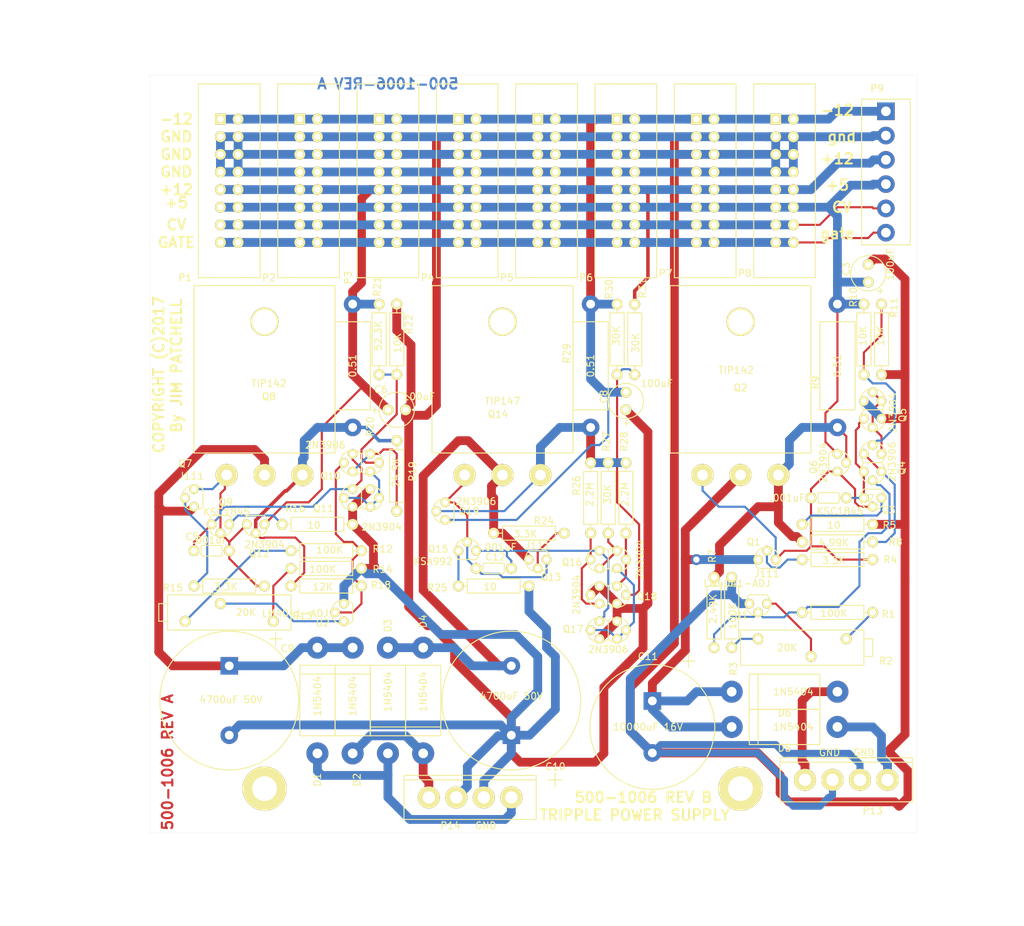
<source format=kicad_pcb>
(kicad_pcb (version 20171130) (host pcbnew "(5.0.0)")

  (general
    (thickness 1.6)
    (drawings 33)
    (tracks 662)
    (zones 0)
    (modules 77)
    (nets 48)
  )

  (page A)
  (title_block
    (title "TRIPPLE POWER SUPPLY")
    (date 2017-03-30)
    (rev A)
  )

  (layers
    (0 F.Cu signal)
    (31 B.Cu signal)
    (32 B.Adhes user)
    (33 F.Adhes user)
    (34 B.Paste user)
    (35 F.Paste user)
    (36 B.SilkS user)
    (37 F.SilkS user)
    (38 B.Mask user)
    (39 F.Mask user)
    (40 Dwgs.User user)
    (41 Cmts.User user)
    (42 Eco1.User user)
    (43 Eco2.User user)
    (44 Edge.Cuts user)
    (45 Margin user)
    (46 B.CrtYd user)
    (47 F.CrtYd user)
    (48 B.Fab user)
    (49 F.Fab user)
  )

  (setup
    (last_trace_width 0.3048)
    (user_trace_width 0.3048)
    (user_trace_width 0.508)
    (user_trace_width 0.762)
    (user_trace_width 1.016)
    (user_trace_width 1.27)
    (user_trace_width 1.778)
    (user_trace_width 2.286)
    (user_trace_width 2.54)
    (trace_clearance 0.3048)
    (zone_clearance 0.508)
    (zone_45_only no)
    (trace_min 0.2)
    (segment_width 0.2)
    (edge_width 0.0254)
    (via_size 1.5748)
    (via_drill 0.9144)
    (via_min_size 0.4)
    (via_min_drill 0.3)
    (uvia_size 0.3)
    (uvia_drill 0.1)
    (uvias_allowed no)
    (uvia_min_size 0.2)
    (uvia_min_drill 0.1)
    (pcb_text_width 0.3)
    (pcb_text_size 1.5 1.5)
    (mod_edge_width 0.15)
    (mod_text_size 1 1)
    (mod_text_width 0.15)
    (pad_size 2.54 2.54)
    (pad_drill 1.27)
    (pad_to_mask_clearance 0.2)
    (aux_axis_origin 0 0)
    (visible_elements 7FFFEF7F)
    (pcbplotparams
      (layerselection 0x010e0_80000001)
      (usegerberextensions true)
      (usegerberattributes false)
      (usegerberadvancedattributes false)
      (creategerberjobfile false)
      (excludeedgelayer false)
      (linewidth 0.100000)
      (plotframeref false)
      (viasonmask false)
      (mode 1)
      (useauxorigin false)
      (hpglpennumber 1)
      (hpglpenspeed 20)
      (hpglpendiameter 15.000000)
      (psnegative false)
      (psa4output false)
      (plotreference true)
      (plotvalue true)
      (plotinvisibletext false)
      (padsonsilk false)
      (subtractmaskfromsilk false)
      (outputformat 1)
      (mirror false)
      (drillshape 0)
      (scaleselection 1)
      (outputdirectory "Fab/"))
  )

  (net 0 "")
  (net 1 "Net-(C2-Pad2)")
  (net 2 +5V0)
  (net 3 GND)
  (net 4 "Net-(C5-Pad2)")
  (net 5 +12V0)
  (net 6 "Net-(C12-Pad1)")
  (net 7 -12V0)
  (net 8 "Net-(C12-Pad2)")
  (net 9 "Net-(Q1-Pad2)")
  (net 10 "Net-(Q3-Pad1)")
  (net 11 "Net-(Q4-Pad2)")
  (net 12 "Net-(Q4-Pad1)")
  (net 13 "Net-(Q4-Pad6)")
  (net 14 "Net-(Q4-Pad5)")
  (net 15 "Net-(Q7-Pad2)")
  (net 16 "Net-(Q9-Pad1)")
  (net 17 "Net-(Q10-Pad2)")
  (net 18 "Net-(Q10-Pad1)")
  (net 19 "Net-(Q10-Pad6)")
  (net 20 "Net-(Q10-Pad5)")
  (net 21 "Net-(Q13-Pad2)")
  (net 22 "Net-(Q15-Pad1)")
  (net 23 "Net-(Q16-Pad2)")
  (net 24 "Net-(Q16-Pad3)")
  (net 25 "Net-(Q16-Pad1)")
  (net 26 "Net-(Q16-Pad5)")
  (net 27 "Net-(Q18-Pad5)")
  (net 28 "Net-(R1-Pad2)")
  (net 29 "Net-(R2-Pad2)")
  (net 30 "Net-(R2-Pad3)")
  (net 31 "Net-(R12-Pad2)")
  (net 32 "Net-(R13-Pad2)")
  (net 33 "Net-(R13-Pad3)")
  (net 34 /CV)
  (net 35 /GATE)
  (net 36 /UNREG_15)
  (net 37 /UNREG_NEG)
  (net 38 /UNREG_5)
  (net 39 /AC_15_A)
  (net 40 /AC_15_B)
  (net 41 /AC_5A)
  (net 42 /AC_5B)
  (net 43 /Ppositive_5_Volts/5V_CS)
  (net 44 /PositiveSupplyA/+15V_CS)
  (net 45 "/Negative Supply A/-15V_CS")
  (net 46 "Net-(C2-Pad1)")
  (net 47 "Net-(C5-Pad1)")

  (net_class Default "This is the default net class."
    (clearance 0.3048)
    (trace_width 0.3048)
    (via_dia 1.5748)
    (via_drill 0.9144)
    (uvia_dia 0.3)
    (uvia_drill 0.1)
    (add_net /CV)
    (add_net /GATE)
    (add_net "Net-(C12-Pad1)")
    (add_net "Net-(C12-Pad2)")
    (add_net "Net-(C2-Pad1)")
    (add_net "Net-(C2-Pad2)")
    (add_net "Net-(C5-Pad1)")
    (add_net "Net-(C5-Pad2)")
    (add_net "Net-(Q1-Pad2)")
    (add_net "Net-(Q10-Pad1)")
    (add_net "Net-(Q10-Pad2)")
    (add_net "Net-(Q10-Pad5)")
    (add_net "Net-(Q10-Pad6)")
    (add_net "Net-(Q13-Pad2)")
    (add_net "Net-(Q15-Pad1)")
    (add_net "Net-(Q16-Pad1)")
    (add_net "Net-(Q16-Pad2)")
    (add_net "Net-(Q16-Pad3)")
    (add_net "Net-(Q16-Pad5)")
    (add_net "Net-(Q18-Pad5)")
    (add_net "Net-(Q3-Pad1)")
    (add_net "Net-(Q4-Pad1)")
    (add_net "Net-(Q4-Pad2)")
    (add_net "Net-(Q4-Pad5)")
    (add_net "Net-(Q4-Pad6)")
    (add_net "Net-(Q7-Pad2)")
    (add_net "Net-(Q9-Pad1)")
    (add_net "Net-(R1-Pad2)")
    (add_net "Net-(R12-Pad2)")
    (add_net "Net-(R13-Pad2)")
    (add_net "Net-(R13-Pad3)")
    (add_net "Net-(R2-Pad2)")
    (add_net "Net-(R2-Pad3)")
  )

  (net_class POWER ""
    (clearance 0.3048)
    (trace_width 1.27)
    (via_dia 1.5748)
    (via_drill 0.9144)
    (uvia_dia 0.3)
    (uvia_drill 0.1)
    (add_net +12V0)
    (add_net +5V0)
    (add_net -12V0)
    (add_net /AC_15_A)
    (add_net /AC_15_B)
    (add_net /AC_5A)
    (add_net /AC_5B)
    (add_net "/Negative Supply A/-15V_CS")
    (add_net /PositiveSupplyA/+15V_CS)
    (add_net /Ppositive_5_Volts/5V_CS)
    (add_net /UNREG_15)
    (add_net /UNREG_5)
    (add_net /UNREG_NEG)
    (add_net GND)
  )

  (module FootPrints:CP_RAD_20mmx10mm (layer F.Cu) (tedit 5A8EEB14) (tstamp 58DD72BC)
    (at 113.03 128.27 270)
    (path /58DD4A31)
    (fp_text reference C9 (at -7.493 -8.382) (layer F.SilkS)
      (effects (font (size 1 1) (thickness 0.15)))
    )
    (fp_text value "4700uF 50V" (at -0.127 -0.254) (layer F.SilkS)
      (effects (font (size 1 1) (thickness 0.15)))
    )
    (fp_text user + (at -8.89 -6.477 270) (layer F.SilkS)
      (effects (font (size 2.54 2.54) (thickness 0.15)))
    )
    (fp_circle (center 0 0) (end 10 0) (layer F.SilkS) (width 0.15))
    (pad 1 thru_hole rect (at -5 0 270) (size 2.54 2.54) (drill 1.27) (layers *.Cu *.Mask)
      (net 36 /UNREG_15))
    (pad 2 thru_hole circle (at 5 0 270) (size 2.54 2.54) (drill 1.27) (layers *.Cu *.Mask)
      (net 3 GND))
  )

  (module FootPrints:DIODE0.6X0.2 (layer F.Cu) (tedit 58E16A78) (tstamp 58DD72E6)
    (at 125.73 128.27 270)
    (path /58DD4C2E)
    (fp_text reference D1 (at 11.43 0 270) (layer F.SilkS)
      (effects (font (size 1 1) (thickness 0.15)))
    )
    (fp_text value 1N5404 (at -0.635 0 90) (layer F.SilkS)
      (effects (font (size 1 1) (thickness 0.15)))
    )
    (fp_line (start -3.81 -2.54) (end -3.81 2.54) (layer F.SilkS) (width 0.15))
    (fp_line (start 5.08 -2.54) (end 5.08 2.54) (layer F.SilkS) (width 0.15))
    (fp_line (start 5.08 2.54) (end -5.08 2.54) (layer F.SilkS) (width 0.15))
    (fp_line (start -5.08 2.54) (end -5.08 -2.54) (layer F.SilkS) (width 0.15))
    (fp_line (start -5.08 -2.54) (end 5.08 -2.54) (layer F.SilkS) (width 0.15))
    (pad 1 thru_hole circle (at -7.62 0 270) (size 3.175 3.175) (drill 1.397) (layers *.Cu *.Mask)
      (net 36 /UNREG_15))
    (pad 2 thru_hole circle (at 7.62 0 270) (size 3.175 3.175) (drill 1.397) (layers *.Cu *.Mask)
      (net 39 /AC_15_A))
  )

  (module FootPrints:TO-264 (layer F.Cu) (tedit 58E1690D) (tstamp 58DD74E5)
    (at 186.69 73.66)
    (path /58D873D7/56E26DD1)
    (fp_text reference Q2 (at 0 9.525) (layer F.SilkS)
      (effects (font (size 1 1) (thickness 0.15)))
    )
    (fp_text value TIP142 (at -0.635 6.985) (layer F.SilkS)
      (effects (font (size 1 1) (thickness 0.15)))
    )
    (fp_line (start -10.16 -5.207) (end -10.16 18.923) (layer F.SilkS) (width 0.15))
    (fp_line (start 10.16 -5.207) (end -10.16 -5.207) (layer F.SilkS) (width 0.15))
    (fp_line (start 10.16 18.923) (end 10.16 -5.207) (layer F.SilkS) (width 0.15))
    (fp_line (start -10.16 18.923) (end 10.16 18.923) (layer F.SilkS) (width 0.15))
    (pad 1 thru_hole circle (at -5.461 22.098) (size 3.175 3.175) (drill 1.524) (layers *.Cu *.Mask F.SilkS)
      (net 46 "Net-(C2-Pad1)"))
    (pad 2 thru_hole circle (at 0 22.098) (size 3.175 3.175) (drill 1.524) (layers *.Cu *.Mask F.SilkS)
      (net 38 /UNREG_5))
    (pad 3 thru_hole circle (at 5.461 22.098) (size 3.175 3.175) (drill 1.524) (layers *.Cu *.Mask F.SilkS)
      (net 43 /Ppositive_5_Volts/5V_CS))
    (pad "" thru_hole circle (at 0 0) (size 4.064 4.064) (drill 3.556) (layers *.Cu *.Mask F.SilkS))
  )

  (module FootPrints:CAP-GREENIE-0.2 (layer F.Cu) (tedit 58E17679) (tstamp 58DD726F)
    (at 199.39 99.06)
    (path /58D873D7/58DD57FD)
    (fp_text reference C2 (at 5.588 0) (layer F.SilkS)
      (effects (font (size 1 1) (thickness 0.15)))
    )
    (fp_text value .001uF (at -5.969 0) (layer F.SilkS)
      (effects (font (size 1 1) (thickness 0.15)))
    )
    (fp_arc (start 1.27 0.508) (end 1.524 0.508) (angle 90) (layer F.SilkS) (width 0.15))
    (fp_arc (start -1.27 0.508) (end -1.27 0.762) (angle 90) (layer F.SilkS) (width 0.15))
    (fp_arc (start -1.27 -0.508) (end -1.524 -0.508) (angle 90) (layer F.SilkS) (width 0.15))
    (fp_arc (start 1.27 -0.508) (end 1.27 -0.762) (angle 90) (layer F.SilkS) (width 0.15))
    (fp_line (start 1.27 -0.762) (end -1.27 -0.762) (layer F.SilkS) (width 0.15))
    (fp_line (start -1.27 0.762) (end 1.27 0.762) (layer F.SilkS) (width 0.15))
    (fp_line (start -1.524 -0.508) (end -1.524 0.508) (layer F.SilkS) (width 0.15))
    (fp_line (start 1.524 0) (end 1.524 0.508) (layer F.SilkS) (width 0.15))
    (fp_line (start 1.524 0) (end 1.524 -0.508) (layer F.SilkS) (width 0.15))
    (pad 1 thru_hole circle (at -2.54 0) (size 1.5748 1.5748) (drill 0.9144) (layers *.Cu *.Mask F.SilkS)
      (net 46 "Net-(C2-Pad1)"))
    (pad 2 thru_hole circle (at 2.54 0) (size 1.5748 1.5748) (drill 0.9144) (layers *.Cu *.Mask F.SilkS)
      (net 1 "Net-(C2-Pad2)"))
  )

  (module FootPrints:CapPol-Rad-0.2x0.1 (layer F.Cu) (tedit 58E17744) (tstamp 58DD7277)
    (at 207.645 65.405 90)
    (path /58D873D7/58DD57F8)
    (fp_text reference C3 (at -0.635 -5.715 90) (layer F.SilkS)
      (effects (font (size 1 1) (thickness 0.15)))
    )
    (fp_text value 100uF (at 0 0.635 90) (layer F.SilkS)
      (effects (font (size 1 1) (thickness 0.15)))
    )
    (fp_text user + (at -3.81 -0.889 90) (layer F.SilkS)
      (effects (font (size 1 1) (thickness 0.15)))
    )
    (fp_circle (center -1.27 -2.54) (end 1.27 -2.54) (layer F.SilkS) (width 0.15))
    (pad 1 thru_hole circle (at -2.54 -2.54 90) (size 1.5748 1.5748) (drill 0.9144) (layers *.Cu *.Mask F.SilkS)
      (net 2 +5V0))
    (pad 2 thru_hole circle (at 0 -2.54 90) (size 1.5748 1.5748) (drill 0.9144) (layers *.Cu *.Mask F.SilkS)
      (net 3 GND))
  )

  (module FootPrints:CAP-GREENIE-0.2 (layer F.Cu) (tedit 58E16B7F) (tstamp 58DD7295)
    (at 110.49 106.68 180)
    (path /58D87660/58D93C15)
    (fp_text reference C5 (at 2.794 2.032 180) (layer F.SilkS)
      (effects (font (size 1 1) (thickness 0.15)))
    )
    (fp_text value .001uF (at 0.254 1.524 180) (layer F.SilkS)
      (effects (font (size 1 1) (thickness 0.15)))
    )
    (fp_arc (start 1.27 0.508) (end 1.524 0.508) (angle 90) (layer F.SilkS) (width 0.15))
    (fp_arc (start -1.27 0.508) (end -1.27 0.762) (angle 90) (layer F.SilkS) (width 0.15))
    (fp_arc (start -1.27 -0.508) (end -1.524 -0.508) (angle 90) (layer F.SilkS) (width 0.15))
    (fp_arc (start 1.27 -0.508) (end 1.27 -0.762) (angle 90) (layer F.SilkS) (width 0.15))
    (fp_line (start 1.27 -0.762) (end -1.27 -0.762) (layer F.SilkS) (width 0.15))
    (fp_line (start -1.27 0.762) (end 1.27 0.762) (layer F.SilkS) (width 0.15))
    (fp_line (start -1.524 -0.508) (end -1.524 0.508) (layer F.SilkS) (width 0.15))
    (fp_line (start 1.524 0) (end 1.524 0.508) (layer F.SilkS) (width 0.15))
    (fp_line (start 1.524 0) (end 1.524 -0.508) (layer F.SilkS) (width 0.15))
    (pad 1 thru_hole circle (at -2.54 0 180) (size 1.5748 1.5748) (drill 0.9144) (layers *.Cu *.Mask F.SilkS)
      (net 47 "Net-(C5-Pad1)"))
    (pad 2 thru_hole circle (at 2.54 0 180) (size 1.5748 1.5748) (drill 0.9144) (layers *.Cu *.Mask F.SilkS)
      (net 4 "Net-(C5-Pad2)"))
  )

  (module FootPrints:CapPol-Rad-0.2x0.1 (layer F.Cu) (tedit 58E16C41) (tstamp 58DD729D)
    (at 138.43 88.9)
    (path /58D87660/56E26DE5)
    (fp_text reference C6 (at -3.556 -5.461) (layer F.SilkS)
      (effects (font (size 1 1) (thickness 0.15)))
    )
    (fp_text value 100uF (at 1.905 -4.445) (layer F.SilkS)
      (effects (font (size 1 1) (thickness 0.15)))
    )
    (fp_text user + (at -4.445 -2.54) (layer F.SilkS)
      (effects (font (size 1 1) (thickness 0.15)))
    )
    (fp_circle (center -1.27 -2.54) (end 1.27 -2.54) (layer F.SilkS) (width 0.15))
    (pad 1 thru_hole circle (at -2.54 -2.54) (size 1.5748 1.5748) (drill 0.9144) (layers *.Cu *.Mask F.SilkS)
      (net 5 +12V0))
    (pad 2 thru_hole circle (at 0 -2.54) (size 1.5748 1.5748) (drill 0.9144) (layers *.Cu *.Mask F.SilkS)
      (net 3 GND))
  )

  (module FootPrints:CapPol-Rad-0.2x0.1 (layer F.Cu) (tedit 58E17597) (tstamp 58DD72B4)
    (at 172.72 83.82 90)
    (path /58D87748/56E2FC78)
    (fp_text reference C8 (at -0.635 -5.715 90) (layer F.SilkS)
      (effects (font (size 1 1) (thickness 0.15)))
    )
    (fp_text value 100uF (at 1.27 1.905 180) (layer F.SilkS)
      (effects (font (size 1 1) (thickness 0.15)))
    )
    (fp_text user + (at -4.445 -2.54 90) (layer F.SilkS)
      (effects (font (size 1 1) (thickness 0.15)))
    )
    (fp_circle (center -1.27 -2.54) (end 1.27 -2.54) (layer F.SilkS) (width 0.15))
    (pad 1 thru_hole circle (at -2.54 -2.54 90) (size 1.5748 1.5748) (drill 0.9144) (layers *.Cu *.Mask F.SilkS)
      (net 3 GND))
    (pad 2 thru_hole circle (at 0 -2.54 90) (size 1.5748 1.5748) (drill 0.9144) (layers *.Cu *.Mask F.SilkS)
      (net 7 -12V0))
  )

  (module FootPrints:CP_RAD_20mmx10mm (layer F.Cu) (tedit 5A8EEAD9) (tstamp 58DD72C4)
    (at 153.67 128.27 90)
    (path /58DD4BAE)
    (fp_text reference C10 (at -9.525 6.35 180) (layer F.SilkS)
      (effects (font (size 1 1) (thickness 0.15)))
    )
    (fp_text value "4700uF 50V" (at 0.635 0 180) (layer F.SilkS)
      (effects (font (size 1 1) (thickness 0.15)))
    )
    (fp_text user + (at -11.43 6.096 90) (layer F.SilkS)
      (effects (font (size 2.54 2.54) (thickness 0.15)))
    )
    (fp_circle (center 0 0) (end 10 0) (layer F.SilkS) (width 0.15))
    (pad 1 thru_hole rect (at -5 0 90) (size 2.54 2.54) (drill 1.27) (layers *.Cu *.Mask)
      (net 3 GND))
    (pad 2 thru_hole circle (at 5 0 90) (size 2.54 2.54) (drill 1.27) (layers *.Cu *.Mask)
      (net 37 /UNREG_NEG))
  )

  (module FootPrints:CP_RAD_18mmx7_5mm (layer F.Cu) (tedit 5A8EEAA1) (tstamp 58DD72CC)
    (at 173.99 132.08 270)
    (path /58DD5CB0)
    (fp_text reference C11 (at -10.16 0.635) (layer F.SilkS)
      (effects (font (size 1 1) (thickness 0.15)))
    )
    (fp_text value "10000uF 16V" (at 0 0.635) (layer F.SilkS)
      (effects (font (size 1 1) (thickness 0.15)))
    )
    (fp_text user + (at -9.5 -5 270) (layer F.SilkS)
      (effects (font (size 2.54 2.54) (thickness 0.15)))
    )
    (fp_circle (center 0 0) (end 9 0) (layer F.SilkS) (width 0.15))
    (pad 1 thru_hole rect (at -3.75 0 270) (size 2.54 2.54) (drill 1.27) (layers *.Cu *.Mask)
      (net 38 /UNREG_5))
    (pad 2 thru_hole circle (at 3.75 0 270) (size 2.54 2.54) (drill 1.27) (layers *.Cu *.Mask)
      (net 3 GND))
  )

  (module FootPrints:CAP-GREENIE-0.2 (layer F.Cu) (tedit 58E17621) (tstamp 58DD72DB)
    (at 151.13 109.22)
    (path /58D87748/58D9580E)
    (fp_text reference C12 (at 0.254 -1.651) (layer F.SilkS)
      (effects (font (size 1 1) (thickness 0.15)))
    )
    (fp_text value .001uF (at 0.762 -3.048) (layer F.SilkS)
      (effects (font (size 1 1) (thickness 0.15)))
    )
    (fp_arc (start 1.27 0.508) (end 1.524 0.508) (angle 90) (layer F.SilkS) (width 0.15))
    (fp_arc (start -1.27 0.508) (end -1.27 0.762) (angle 90) (layer F.SilkS) (width 0.15))
    (fp_arc (start -1.27 -0.508) (end -1.524 -0.508) (angle 90) (layer F.SilkS) (width 0.15))
    (fp_arc (start 1.27 -0.508) (end 1.27 -0.762) (angle 90) (layer F.SilkS) (width 0.15))
    (fp_line (start 1.27 -0.762) (end -1.27 -0.762) (layer F.SilkS) (width 0.15))
    (fp_line (start -1.27 0.762) (end 1.27 0.762) (layer F.SilkS) (width 0.15))
    (fp_line (start -1.524 -0.508) (end -1.524 0.508) (layer F.SilkS) (width 0.15))
    (fp_line (start 1.524 0) (end 1.524 0.508) (layer F.SilkS) (width 0.15))
    (fp_line (start 1.524 0) (end 1.524 -0.508) (layer F.SilkS) (width 0.15))
    (pad 1 thru_hole circle (at -2.54 0) (size 1.5748 1.5748) (drill 0.9144) (layers *.Cu *.Mask F.SilkS)
      (net 6 "Net-(C12-Pad1)"))
    (pad 2 thru_hole circle (at 2.54 0) (size 1.5748 1.5748) (drill 0.9144) (layers *.Cu *.Mask F.SilkS)
      (net 8 "Net-(C12-Pad2)"))
  )

  (module FootPrints:DIODE0.6X0.2 (layer F.Cu) (tedit 58E16A72) (tstamp 58DD72F1)
    (at 130.81 128.27 270)
    (path /58DD4CFF)
    (fp_text reference D2 (at 11.43 -0.635 270) (layer F.SilkS)
      (effects (font (size 1 1) (thickness 0.15)))
    )
    (fp_text value 1N5404 (at -0.635 0 270) (layer F.SilkS)
      (effects (font (size 1 1) (thickness 0.15)))
    )
    (fp_line (start -3.81 -2.54) (end -3.81 2.54) (layer F.SilkS) (width 0.15))
    (fp_line (start 5.08 -2.54) (end 5.08 2.54) (layer F.SilkS) (width 0.15))
    (fp_line (start 5.08 2.54) (end -5.08 2.54) (layer F.SilkS) (width 0.15))
    (fp_line (start -5.08 2.54) (end -5.08 -2.54) (layer F.SilkS) (width 0.15))
    (fp_line (start -5.08 -2.54) (end 5.08 -2.54) (layer F.SilkS) (width 0.15))
    (pad 1 thru_hole circle (at -7.62 0 270) (size 3.175 3.175) (drill 1.397) (layers *.Cu *.Mask)
      (net 36 /UNREG_15))
    (pad 2 thru_hole circle (at 7.62 0 270) (size 3.175 3.175) (drill 1.397) (layers *.Cu *.Mask)
      (net 40 /AC_15_B))
  )

  (module FootPrints:DIODE0.6X0.2 (layer F.Cu) (tedit 58E16A80) (tstamp 58DD72FC)
    (at 135.89 128.27 90)
    (path /58DD4D74)
    (fp_text reference D3 (at 10.795 0 90) (layer F.SilkS)
      (effects (font (size 1 1) (thickness 0.15)))
    )
    (fp_text value 1N5404 (at 1.27 0 90) (layer F.SilkS)
      (effects (font (size 1 1) (thickness 0.15)))
    )
    (fp_line (start -3.81 -2.54) (end -3.81 2.54) (layer F.SilkS) (width 0.15))
    (fp_line (start 5.08 -2.54) (end 5.08 2.54) (layer F.SilkS) (width 0.15))
    (fp_line (start 5.08 2.54) (end -5.08 2.54) (layer F.SilkS) (width 0.15))
    (fp_line (start -5.08 2.54) (end -5.08 -2.54) (layer F.SilkS) (width 0.15))
    (fp_line (start -5.08 -2.54) (end 5.08 -2.54) (layer F.SilkS) (width 0.15))
    (pad 1 thru_hole circle (at -7.62 0 90) (size 3.175 3.175) (drill 1.397) (layers *.Cu *.Mask)
      (net 39 /AC_15_A))
    (pad 2 thru_hole circle (at 7.62 0 90) (size 3.175 3.175) (drill 1.397) (layers *.Cu *.Mask)
      (net 37 /UNREG_NEG))
  )

  (module FootPrints:DIODE0.6X0.2 (layer F.Cu) (tedit 58E16A88) (tstamp 58DD7307)
    (at 140.97 128.27 90)
    (path /58DD4E00)
    (fp_text reference D4 (at 11.43 0 90) (layer F.SilkS)
      (effects (font (size 1 1) (thickness 0.15)))
    )
    (fp_text value 1N5404 (at 1.27 0 90) (layer F.SilkS)
      (effects (font (size 1 1) (thickness 0.15)))
    )
    (fp_line (start -3.81 -2.54) (end -3.81 2.54) (layer F.SilkS) (width 0.15))
    (fp_line (start 5.08 -2.54) (end 5.08 2.54) (layer F.SilkS) (width 0.15))
    (fp_line (start 5.08 2.54) (end -5.08 2.54) (layer F.SilkS) (width 0.15))
    (fp_line (start -5.08 2.54) (end -5.08 -2.54) (layer F.SilkS) (width 0.15))
    (fp_line (start -5.08 -2.54) (end 5.08 -2.54) (layer F.SilkS) (width 0.15))
    (pad 1 thru_hole circle (at -7.62 0 90) (size 3.175 3.175) (drill 1.397) (layers *.Cu *.Mask)
      (net 40 /AC_15_B))
    (pad 2 thru_hole circle (at 7.62 0 90) (size 3.175 3.175) (drill 1.397) (layers *.Cu *.Mask)
      (net 37 /UNREG_NEG))
  )

  (module FootPrints:DIODE0.6X0.2 (layer F.Cu) (tedit 58DD50A0) (tstamp 58DD7312)
    (at 193.04 132.08)
    (path /58DD67FB)
    (fp_text reference D5 (at 0 3.04) (layer F.SilkS)
      (effects (font (size 1 1) (thickness 0.15)))
    )
    (fp_text value 1N5404 (at 1.27 0) (layer F.SilkS)
      (effects (font (size 1 1) (thickness 0.15)))
    )
    (fp_line (start -3.81 -2.54) (end -3.81 2.54) (layer F.SilkS) (width 0.15))
    (fp_line (start 5.08 -2.54) (end 5.08 2.54) (layer F.SilkS) (width 0.15))
    (fp_line (start 5.08 2.54) (end -5.08 2.54) (layer F.SilkS) (width 0.15))
    (fp_line (start -5.08 2.54) (end -5.08 -2.54) (layer F.SilkS) (width 0.15))
    (fp_line (start -5.08 -2.54) (end 5.08 -2.54) (layer F.SilkS) (width 0.15))
    (pad 1 thru_hole circle (at -7.62 0) (size 3.175 3.175) (drill 1.397) (layers *.Cu *.Mask)
      (net 38 /UNREG_5))
    (pad 2 thru_hole circle (at 7.62 0) (size 3.175 3.175) (drill 1.397) (layers *.Cu *.Mask)
      (net 41 /AC_5A))
  )

  (module FootPrints:DIODE0.6X0.2 (layer F.Cu) (tedit 58DD50A0) (tstamp 58DD731D)
    (at 193.04 127)
    (path /58DD68AA)
    (fp_text reference D6 (at 0 3.04) (layer F.SilkS)
      (effects (font (size 1 1) (thickness 0.15)))
    )
    (fp_text value 1N5404 (at 1.27 0) (layer F.SilkS)
      (effects (font (size 1 1) (thickness 0.15)))
    )
    (fp_line (start -3.81 -2.54) (end -3.81 2.54) (layer F.SilkS) (width 0.15))
    (fp_line (start 5.08 -2.54) (end 5.08 2.54) (layer F.SilkS) (width 0.15))
    (fp_line (start 5.08 2.54) (end -5.08 2.54) (layer F.SilkS) (width 0.15))
    (fp_line (start -5.08 2.54) (end -5.08 -2.54) (layer F.SilkS) (width 0.15))
    (fp_line (start -5.08 -2.54) (end 5.08 -2.54) (layer F.SilkS) (width 0.15))
    (pad 1 thru_hole circle (at -7.62 0) (size 3.175 3.175) (drill 1.397) (layers *.Cu *.Mask)
      (net 38 /UNREG_5))
    (pad 2 thru_hole circle (at 7.62 0) (size 3.175 3.175) (drill 1.397) (layers *.Cu *.Mask)
      (net 42 /AC_5B))
  )

  (module FootPrints:IDC8x2_Vert (layer F.Cu) (tedit 58E167B6) (tstamp 58DD733D)
    (at 113.03 53.34 90)
    (path /58D84DD1)
    (fp_text reference P1 (at -13.97 -6.35 180) (layer F.SilkS)
      (effects (font (size 1 1) (thickness 0.15)))
    )
    (fp_text value EurorackPower16pin (at 55.245 1.27 90) (layer F.SilkS) hide
      (effects (font (size 1 1) (thickness 0.15)))
    )
    (fp_line (start -13.97 3.81) (end -13.97 4.445) (layer F.SilkS) (width 0.15))
    (fp_line (start -13.97 4.445) (end 13.97 4.445) (layer F.SilkS) (width 0.15))
    (fp_line (start 13.97 4.445) (end 13.97 3.81) (layer F.SilkS) (width 0.15))
    (fp_line (start 13.97 -3.81) (end 13.97 -4.445) (layer F.SilkS) (width 0.15))
    (fp_line (start 13.97 -4.445) (end -13.97 -4.445) (layer F.SilkS) (width 0.15))
    (fp_line (start -13.97 -4.445) (end -13.97 -3.81) (layer F.SilkS) (width 0.15))
    (fp_line (start 13.97 2.54) (end 13.97 3.81) (layer F.SilkS) (width 0.15))
    (fp_line (start -13.97 3.81) (end -13.97 2.54) (layer F.SilkS) (width 0.15))
    (fp_line (start -13.97 -2.54) (end -13.97 -3.81) (layer F.SilkS) (width 0.15))
    (fp_line (start 13.97 -3.81) (end 13.97 -2.54) (layer F.SilkS) (width 0.15))
    (fp_line (start -13.97 2.54) (end -13.97 -2.54) (layer F.SilkS) (width 0.15))
    (fp_line (start 13.97 -2.54) (end 13.97 2.54) (layer F.SilkS) (width 0.15))
    (pad 1 thru_hole rect (at 8.89 -1.27 90) (size 1.5748 1.5748) (drill 0.9144) (layers *.Cu *.Mask F.SilkS)
      (net 7 -12V0))
    (pad 2 thru_hole circle (at 8.89 1.27 90) (size 1.5748 1.5748) (drill 0.9144) (layers *.Cu *.Mask F.SilkS)
      (net 7 -12V0))
    (pad 3 thru_hole circle (at 6.35 -1.27 90) (size 1.5748 1.5748) (drill 0.9144) (layers *.Cu *.Mask F.SilkS)
      (net 3 GND))
    (pad 4 thru_hole circle (at 6.35 1.27 90) (size 1.5748 1.5748) (drill 0.9144) (layers *.Cu *.Mask F.SilkS)
      (net 3 GND))
    (pad 5 thru_hole circle (at 3.81 -1.27 90) (size 1.5748 1.5748) (drill 0.9144) (layers *.Cu *.Mask F.SilkS)
      (net 3 GND))
    (pad 6 thru_hole circle (at 3.81 1.27 90) (size 1.5748 1.5748) (drill 0.9144) (layers *.Cu *.Mask F.SilkS)
      (net 3 GND))
    (pad 7 thru_hole circle (at 1.27 -1.27 90) (size 1.5748 1.5748) (drill 0.9144) (layers *.Cu *.Mask F.SilkS)
      (net 3 GND))
    (pad 8 thru_hole circle (at 1.27 1.27 90) (size 1.5748 1.5748) (drill 0.9144) (layers *.Cu *.Mask F.SilkS)
      (net 3 GND))
    (pad 9 thru_hole circle (at -1.27 -1.27 90) (size 1.5748 1.5748) (drill 0.9144) (layers *.Cu *.Mask F.SilkS)
      (net 5 +12V0))
    (pad 10 thru_hole circle (at -1.27 1.27 90) (size 1.5748 1.5748) (drill 0.9144) (layers *.Cu *.Mask F.SilkS)
      (net 5 +12V0))
    (pad 11 thru_hole circle (at -3.81 -1.27 90) (size 1.5748 1.5748) (drill 0.9144) (layers *.Cu *.Mask F.SilkS)
      (net 2 +5V0))
    (pad 12 thru_hole circle (at -3.81 1.27 90) (size 1.5748 1.5748) (drill 0.9144) (layers *.Cu *.Mask F.SilkS)
      (net 2 +5V0))
    (pad 13 thru_hole circle (at -6.35 -1.27 90) (size 1.5748 1.5748) (drill 0.9144) (layers *.Cu *.Mask F.SilkS)
      (net 34 /CV))
    (pad 14 thru_hole circle (at -6.35 1.27 90) (size 1.5748 1.5748) (drill 0.9144) (layers *.Cu *.Mask F.SilkS)
      (net 34 /CV))
    (pad 15 thru_hole circle (at -8.89 -1.27 90) (size 1.5748 1.5748) (drill 0.9144) (layers *.Cu *.Mask F.SilkS)
      (net 35 /GATE))
    (pad 16 thru_hole circle (at -8.89 1.27 90) (size 1.5748 1.5748) (drill 0.9144) (layers *.Cu *.Mask F.SilkS)
      (net 35 /GATE))
  )

  (module FootPrints:IDC8x2_Vert (layer F.Cu) (tedit 58E167BF) (tstamp 58DD735D)
    (at 124.46 53.34 90)
    (path /58D86F06)
    (fp_text reference P2 (at -13.97 -5.715 180) (layer F.SilkS)
      (effects (font (size 1 1) (thickness 0.15)))
    )
    (fp_text value EurorackPower16pin (at 53.975 0.635 90) (layer F.SilkS) hide
      (effects (font (size 1 1) (thickness 0.15)))
    )
    (fp_line (start -13.97 3.81) (end -13.97 4.445) (layer F.SilkS) (width 0.15))
    (fp_line (start -13.97 4.445) (end 13.97 4.445) (layer F.SilkS) (width 0.15))
    (fp_line (start 13.97 4.445) (end 13.97 3.81) (layer F.SilkS) (width 0.15))
    (fp_line (start 13.97 -3.81) (end 13.97 -4.445) (layer F.SilkS) (width 0.15))
    (fp_line (start 13.97 -4.445) (end -13.97 -4.445) (layer F.SilkS) (width 0.15))
    (fp_line (start -13.97 -4.445) (end -13.97 -3.81) (layer F.SilkS) (width 0.15))
    (fp_line (start 13.97 2.54) (end 13.97 3.81) (layer F.SilkS) (width 0.15))
    (fp_line (start -13.97 3.81) (end -13.97 2.54) (layer F.SilkS) (width 0.15))
    (fp_line (start -13.97 -2.54) (end -13.97 -3.81) (layer F.SilkS) (width 0.15))
    (fp_line (start 13.97 -3.81) (end 13.97 -2.54) (layer F.SilkS) (width 0.15))
    (fp_line (start -13.97 2.54) (end -13.97 -2.54) (layer F.SilkS) (width 0.15))
    (fp_line (start 13.97 -2.54) (end 13.97 2.54) (layer F.SilkS) (width 0.15))
    (pad 1 thru_hole rect (at 8.89 -1.27 90) (size 1.5748 1.5748) (drill 0.9144) (layers *.Cu *.Mask F.SilkS)
      (net 7 -12V0))
    (pad 2 thru_hole circle (at 8.89 1.27 90) (size 1.5748 1.5748) (drill 0.9144) (layers *.Cu *.Mask F.SilkS)
      (net 7 -12V0))
    (pad 3 thru_hole circle (at 6.35 -1.27 90) (size 1.5748 1.5748) (drill 0.9144) (layers *.Cu *.Mask F.SilkS)
      (net 3 GND))
    (pad 4 thru_hole circle (at 6.35 1.27 90) (size 1.5748 1.5748) (drill 0.9144) (layers *.Cu *.Mask F.SilkS)
      (net 3 GND))
    (pad 5 thru_hole circle (at 3.81 -1.27 90) (size 1.5748 1.5748) (drill 0.9144) (layers *.Cu *.Mask F.SilkS)
      (net 3 GND))
    (pad 6 thru_hole circle (at 3.81 1.27 90) (size 1.5748 1.5748) (drill 0.9144) (layers *.Cu *.Mask F.SilkS)
      (net 3 GND))
    (pad 7 thru_hole circle (at 1.27 -1.27 90) (size 1.5748 1.5748) (drill 0.9144) (layers *.Cu *.Mask F.SilkS)
      (net 3 GND))
    (pad 8 thru_hole circle (at 1.27 1.27 90) (size 1.5748 1.5748) (drill 0.9144) (layers *.Cu *.Mask F.SilkS)
      (net 3 GND))
    (pad 9 thru_hole circle (at -1.27 -1.27 90) (size 1.5748 1.5748) (drill 0.9144) (layers *.Cu *.Mask F.SilkS)
      (net 5 +12V0))
    (pad 10 thru_hole circle (at -1.27 1.27 90) (size 1.5748 1.5748) (drill 0.9144) (layers *.Cu *.Mask F.SilkS)
      (net 5 +12V0))
    (pad 11 thru_hole circle (at -3.81 -1.27 90) (size 1.5748 1.5748) (drill 0.9144) (layers *.Cu *.Mask F.SilkS)
      (net 2 +5V0))
    (pad 12 thru_hole circle (at -3.81 1.27 90) (size 1.5748 1.5748) (drill 0.9144) (layers *.Cu *.Mask F.SilkS)
      (net 2 +5V0))
    (pad 13 thru_hole circle (at -6.35 -1.27 90) (size 1.5748 1.5748) (drill 0.9144) (layers *.Cu *.Mask F.SilkS)
      (net 34 /CV))
    (pad 14 thru_hole circle (at -6.35 1.27 90) (size 1.5748 1.5748) (drill 0.9144) (layers *.Cu *.Mask F.SilkS)
      (net 34 /CV))
    (pad 15 thru_hole circle (at -8.89 -1.27 90) (size 1.5748 1.5748) (drill 0.9144) (layers *.Cu *.Mask F.SilkS)
      (net 35 /GATE))
    (pad 16 thru_hole circle (at -8.89 1.27 90) (size 1.5748 1.5748) (drill 0.9144) (layers *.Cu *.Mask F.SilkS)
      (net 35 /GATE))
  )

  (module FootPrints:IDC8x2_Vert (layer F.Cu) (tedit 58E16C4A) (tstamp 58DD737D)
    (at 135.89 53.34 90)
    (path /58D86F5C)
    (fp_text reference P3 (at -13.97 -5.715 90) (layer F.SilkS)
      (effects (font (size 1 1) (thickness 0.15)))
    )
    (fp_text value EurorackPower16pin (at 50.8 1.905 90) (layer F.SilkS) hide
      (effects (font (size 1 1) (thickness 0.15)))
    )
    (fp_line (start -13.97 3.81) (end -13.97 4.445) (layer F.SilkS) (width 0.15))
    (fp_line (start -13.97 4.445) (end 13.97 4.445) (layer F.SilkS) (width 0.15))
    (fp_line (start 13.97 4.445) (end 13.97 3.81) (layer F.SilkS) (width 0.15))
    (fp_line (start 13.97 -3.81) (end 13.97 -4.445) (layer F.SilkS) (width 0.15))
    (fp_line (start 13.97 -4.445) (end -13.97 -4.445) (layer F.SilkS) (width 0.15))
    (fp_line (start -13.97 -4.445) (end -13.97 -3.81) (layer F.SilkS) (width 0.15))
    (fp_line (start 13.97 2.54) (end 13.97 3.81) (layer F.SilkS) (width 0.15))
    (fp_line (start -13.97 3.81) (end -13.97 2.54) (layer F.SilkS) (width 0.15))
    (fp_line (start -13.97 -2.54) (end -13.97 -3.81) (layer F.SilkS) (width 0.15))
    (fp_line (start 13.97 -3.81) (end 13.97 -2.54) (layer F.SilkS) (width 0.15))
    (fp_line (start -13.97 2.54) (end -13.97 -2.54) (layer F.SilkS) (width 0.15))
    (fp_line (start 13.97 -2.54) (end 13.97 2.54) (layer F.SilkS) (width 0.15))
    (pad 1 thru_hole rect (at 8.89 -1.27 90) (size 1.5748 1.5748) (drill 0.9144) (layers *.Cu *.Mask F.SilkS)
      (net 7 -12V0))
    (pad 2 thru_hole circle (at 8.89 1.27 90) (size 1.5748 1.5748) (drill 0.9144) (layers *.Cu *.Mask F.SilkS)
      (net 7 -12V0))
    (pad 3 thru_hole circle (at 6.35 -1.27 90) (size 1.5748 1.5748) (drill 0.9144) (layers *.Cu *.Mask F.SilkS)
      (net 3 GND))
    (pad 4 thru_hole circle (at 6.35 1.27 90) (size 1.5748 1.5748) (drill 0.9144) (layers *.Cu *.Mask F.SilkS)
      (net 3 GND))
    (pad 5 thru_hole circle (at 3.81 -1.27 90) (size 1.5748 1.5748) (drill 0.9144) (layers *.Cu *.Mask F.SilkS)
      (net 3 GND))
    (pad 6 thru_hole circle (at 3.81 1.27 90) (size 1.5748 1.5748) (drill 0.9144) (layers *.Cu *.Mask F.SilkS)
      (net 3 GND))
    (pad 7 thru_hole circle (at 1.27 -1.27 90) (size 1.5748 1.5748) (drill 0.9144) (layers *.Cu *.Mask F.SilkS)
      (net 3 GND))
    (pad 8 thru_hole circle (at 1.27 1.27 90) (size 1.5748 1.5748) (drill 0.9144) (layers *.Cu *.Mask F.SilkS)
      (net 3 GND))
    (pad 9 thru_hole circle (at -1.27 -1.27 90) (size 1.5748 1.5748) (drill 0.9144) (layers *.Cu *.Mask F.SilkS)
      (net 5 +12V0))
    (pad 10 thru_hole circle (at -1.27 1.27 90) (size 1.5748 1.5748) (drill 0.9144) (layers *.Cu *.Mask F.SilkS)
      (net 5 +12V0))
    (pad 11 thru_hole circle (at -3.81 -1.27 90) (size 1.5748 1.5748) (drill 0.9144) (layers *.Cu *.Mask F.SilkS)
      (net 2 +5V0))
    (pad 12 thru_hole circle (at -3.81 1.27 90) (size 1.5748 1.5748) (drill 0.9144) (layers *.Cu *.Mask F.SilkS)
      (net 2 +5V0))
    (pad 13 thru_hole circle (at -6.35 -1.27 90) (size 1.5748 1.5748) (drill 0.9144) (layers *.Cu *.Mask F.SilkS)
      (net 34 /CV))
    (pad 14 thru_hole circle (at -6.35 1.27 90) (size 1.5748 1.5748) (drill 0.9144) (layers *.Cu *.Mask F.SilkS)
      (net 34 /CV))
    (pad 15 thru_hole circle (at -8.89 -1.27 90) (size 1.5748 1.5748) (drill 0.9144) (layers *.Cu *.Mask F.SilkS)
      (net 35 /GATE))
    (pad 16 thru_hole circle (at -8.89 1.27 90) (size 1.5748 1.5748) (drill 0.9144) (layers *.Cu *.Mask F.SilkS)
      (net 35 /GATE))
  )

  (module FootPrints:IDC8x2_Vert (layer F.Cu) (tedit 58E167D3) (tstamp 58DD739D)
    (at 147.32 53.34 90)
    (path /58D86C8A)
    (fp_text reference P4 (at -13.97 -5.715 180) (layer F.SilkS)
      (effects (font (size 1 1) (thickness 0.15)))
    )
    (fp_text value EurorackPower16pin (at 50.8 -1.27 90) (layer F.SilkS) hide
      (effects (font (size 1 1) (thickness 0.15)))
    )
    (fp_line (start -13.97 3.81) (end -13.97 4.445) (layer F.SilkS) (width 0.15))
    (fp_line (start -13.97 4.445) (end 13.97 4.445) (layer F.SilkS) (width 0.15))
    (fp_line (start 13.97 4.445) (end 13.97 3.81) (layer F.SilkS) (width 0.15))
    (fp_line (start 13.97 -3.81) (end 13.97 -4.445) (layer F.SilkS) (width 0.15))
    (fp_line (start 13.97 -4.445) (end -13.97 -4.445) (layer F.SilkS) (width 0.15))
    (fp_line (start -13.97 -4.445) (end -13.97 -3.81) (layer F.SilkS) (width 0.15))
    (fp_line (start 13.97 2.54) (end 13.97 3.81) (layer F.SilkS) (width 0.15))
    (fp_line (start -13.97 3.81) (end -13.97 2.54) (layer F.SilkS) (width 0.15))
    (fp_line (start -13.97 -2.54) (end -13.97 -3.81) (layer F.SilkS) (width 0.15))
    (fp_line (start 13.97 -3.81) (end 13.97 -2.54) (layer F.SilkS) (width 0.15))
    (fp_line (start -13.97 2.54) (end -13.97 -2.54) (layer F.SilkS) (width 0.15))
    (fp_line (start 13.97 -2.54) (end 13.97 2.54) (layer F.SilkS) (width 0.15))
    (pad 1 thru_hole rect (at 8.89 -1.27 90) (size 1.5748 1.5748) (drill 0.9144) (layers *.Cu *.Mask F.SilkS)
      (net 7 -12V0))
    (pad 2 thru_hole circle (at 8.89 1.27 90) (size 1.5748 1.5748) (drill 0.9144) (layers *.Cu *.Mask F.SilkS)
      (net 7 -12V0))
    (pad 3 thru_hole circle (at 6.35 -1.27 90) (size 1.5748 1.5748) (drill 0.9144) (layers *.Cu *.Mask F.SilkS)
      (net 3 GND))
    (pad 4 thru_hole circle (at 6.35 1.27 90) (size 1.5748 1.5748) (drill 0.9144) (layers *.Cu *.Mask F.SilkS)
      (net 3 GND))
    (pad 5 thru_hole circle (at 3.81 -1.27 90) (size 1.5748 1.5748) (drill 0.9144) (layers *.Cu *.Mask F.SilkS)
      (net 3 GND))
    (pad 6 thru_hole circle (at 3.81 1.27 90) (size 1.5748 1.5748) (drill 0.9144) (layers *.Cu *.Mask F.SilkS)
      (net 3 GND))
    (pad 7 thru_hole circle (at 1.27 -1.27 90) (size 1.5748 1.5748) (drill 0.9144) (layers *.Cu *.Mask F.SilkS)
      (net 3 GND))
    (pad 8 thru_hole circle (at 1.27 1.27 90) (size 1.5748 1.5748) (drill 0.9144) (layers *.Cu *.Mask F.SilkS)
      (net 3 GND))
    (pad 9 thru_hole circle (at -1.27 -1.27 90) (size 1.5748 1.5748) (drill 0.9144) (layers *.Cu *.Mask F.SilkS)
      (net 5 +12V0))
    (pad 10 thru_hole circle (at -1.27 1.27 90) (size 1.5748 1.5748) (drill 0.9144) (layers *.Cu *.Mask F.SilkS)
      (net 5 +12V0))
    (pad 11 thru_hole circle (at -3.81 -1.27 90) (size 1.5748 1.5748) (drill 0.9144) (layers *.Cu *.Mask F.SilkS)
      (net 2 +5V0))
    (pad 12 thru_hole circle (at -3.81 1.27 90) (size 1.5748 1.5748) (drill 0.9144) (layers *.Cu *.Mask F.SilkS)
      (net 2 +5V0))
    (pad 13 thru_hole circle (at -6.35 -1.27 90) (size 1.5748 1.5748) (drill 0.9144) (layers *.Cu *.Mask F.SilkS)
      (net 34 /CV))
    (pad 14 thru_hole circle (at -6.35 1.27 90) (size 1.5748 1.5748) (drill 0.9144) (layers *.Cu *.Mask F.SilkS)
      (net 34 /CV))
    (pad 15 thru_hole circle (at -8.89 -1.27 90) (size 1.5748 1.5748) (drill 0.9144) (layers *.Cu *.Mask F.SilkS)
      (net 35 /GATE))
    (pad 16 thru_hole circle (at -8.89 1.27 90) (size 1.5748 1.5748) (drill 0.9144) (layers *.Cu *.Mask F.SilkS)
      (net 35 /GATE))
  )

  (module FootPrints:IDC8x2_Vert (layer F.Cu) (tedit 58E167E1) (tstamp 58DD73BD)
    (at 158.75 53.34 90)
    (path /58D86FB2)
    (fp_text reference P5 (at -13.97 -5.715 180) (layer F.SilkS)
      (effects (font (size 1 1) (thickness 0.15)))
    )
    (fp_text value EurorackPower16pin (at 52.705 -3.81 90) (layer F.SilkS) hide
      (effects (font (size 1 1) (thickness 0.15)))
    )
    (fp_line (start -13.97 3.81) (end -13.97 4.445) (layer F.SilkS) (width 0.15))
    (fp_line (start -13.97 4.445) (end 13.97 4.445) (layer F.SilkS) (width 0.15))
    (fp_line (start 13.97 4.445) (end 13.97 3.81) (layer F.SilkS) (width 0.15))
    (fp_line (start 13.97 -3.81) (end 13.97 -4.445) (layer F.SilkS) (width 0.15))
    (fp_line (start 13.97 -4.445) (end -13.97 -4.445) (layer F.SilkS) (width 0.15))
    (fp_line (start -13.97 -4.445) (end -13.97 -3.81) (layer F.SilkS) (width 0.15))
    (fp_line (start 13.97 2.54) (end 13.97 3.81) (layer F.SilkS) (width 0.15))
    (fp_line (start -13.97 3.81) (end -13.97 2.54) (layer F.SilkS) (width 0.15))
    (fp_line (start -13.97 -2.54) (end -13.97 -3.81) (layer F.SilkS) (width 0.15))
    (fp_line (start 13.97 -3.81) (end 13.97 -2.54) (layer F.SilkS) (width 0.15))
    (fp_line (start -13.97 2.54) (end -13.97 -2.54) (layer F.SilkS) (width 0.15))
    (fp_line (start 13.97 -2.54) (end 13.97 2.54) (layer F.SilkS) (width 0.15))
    (pad 1 thru_hole rect (at 8.89 -1.27 90) (size 1.5748 1.5748) (drill 0.9144) (layers *.Cu *.Mask F.SilkS)
      (net 7 -12V0))
    (pad 2 thru_hole circle (at 8.89 1.27 90) (size 1.5748 1.5748) (drill 0.9144) (layers *.Cu *.Mask F.SilkS)
      (net 7 -12V0))
    (pad 3 thru_hole circle (at 6.35 -1.27 90) (size 1.5748 1.5748) (drill 0.9144) (layers *.Cu *.Mask F.SilkS)
      (net 3 GND))
    (pad 4 thru_hole circle (at 6.35 1.27 90) (size 1.5748 1.5748) (drill 0.9144) (layers *.Cu *.Mask F.SilkS)
      (net 3 GND))
    (pad 5 thru_hole circle (at 3.81 -1.27 90) (size 1.5748 1.5748) (drill 0.9144) (layers *.Cu *.Mask F.SilkS)
      (net 3 GND))
    (pad 6 thru_hole circle (at 3.81 1.27 90) (size 1.5748 1.5748) (drill 0.9144) (layers *.Cu *.Mask F.SilkS)
      (net 3 GND))
    (pad 7 thru_hole circle (at 1.27 -1.27 90) (size 1.5748 1.5748) (drill 0.9144) (layers *.Cu *.Mask F.SilkS)
      (net 3 GND))
    (pad 8 thru_hole circle (at 1.27 1.27 90) (size 1.5748 1.5748) (drill 0.9144) (layers *.Cu *.Mask F.SilkS)
      (net 3 GND))
    (pad 9 thru_hole circle (at -1.27 -1.27 90) (size 1.5748 1.5748) (drill 0.9144) (layers *.Cu *.Mask F.SilkS)
      (net 5 +12V0))
    (pad 10 thru_hole circle (at -1.27 1.27 90) (size 1.5748 1.5748) (drill 0.9144) (layers *.Cu *.Mask F.SilkS)
      (net 5 +12V0))
    (pad 11 thru_hole circle (at -3.81 -1.27 90) (size 1.5748 1.5748) (drill 0.9144) (layers *.Cu *.Mask F.SilkS)
      (net 2 +5V0))
    (pad 12 thru_hole circle (at -3.81 1.27 90) (size 1.5748 1.5748) (drill 0.9144) (layers *.Cu *.Mask F.SilkS)
      (net 2 +5V0))
    (pad 13 thru_hole circle (at -6.35 -1.27 90) (size 1.5748 1.5748) (drill 0.9144) (layers *.Cu *.Mask F.SilkS)
      (net 34 /CV))
    (pad 14 thru_hole circle (at -6.35 1.27 90) (size 1.5748 1.5748) (drill 0.9144) (layers *.Cu *.Mask F.SilkS)
      (net 34 /CV))
    (pad 15 thru_hole circle (at -8.89 -1.27 90) (size 1.5748 1.5748) (drill 0.9144) (layers *.Cu *.Mask F.SilkS)
      (net 35 /GATE))
    (pad 16 thru_hole circle (at -8.89 1.27 90) (size 1.5748 1.5748) (drill 0.9144) (layers *.Cu *.Mask F.SilkS)
      (net 35 /GATE))
  )

  (module FootPrints:IDC8x2_Vert (layer F.Cu) (tedit 58E167EE) (tstamp 58DD73DD)
    (at 170.18 53.34 90)
    (path /58D86D1E)
    (fp_text reference P6 (at -13.97 -5.715 180) (layer F.SilkS)
      (effects (font (size 1 1) (thickness 0.15)))
    )
    (fp_text value EurorackPower16pin (at 53.975 -1.27 90) (layer F.SilkS) hide
      (effects (font (size 1 1) (thickness 0.15)))
    )
    (fp_line (start -13.97 3.81) (end -13.97 4.445) (layer F.SilkS) (width 0.15))
    (fp_line (start -13.97 4.445) (end 13.97 4.445) (layer F.SilkS) (width 0.15))
    (fp_line (start 13.97 4.445) (end 13.97 3.81) (layer F.SilkS) (width 0.15))
    (fp_line (start 13.97 -3.81) (end 13.97 -4.445) (layer F.SilkS) (width 0.15))
    (fp_line (start 13.97 -4.445) (end -13.97 -4.445) (layer F.SilkS) (width 0.15))
    (fp_line (start -13.97 -4.445) (end -13.97 -3.81) (layer F.SilkS) (width 0.15))
    (fp_line (start 13.97 2.54) (end 13.97 3.81) (layer F.SilkS) (width 0.15))
    (fp_line (start -13.97 3.81) (end -13.97 2.54) (layer F.SilkS) (width 0.15))
    (fp_line (start -13.97 -2.54) (end -13.97 -3.81) (layer F.SilkS) (width 0.15))
    (fp_line (start 13.97 -3.81) (end 13.97 -2.54) (layer F.SilkS) (width 0.15))
    (fp_line (start -13.97 2.54) (end -13.97 -2.54) (layer F.SilkS) (width 0.15))
    (fp_line (start 13.97 -2.54) (end 13.97 2.54) (layer F.SilkS) (width 0.15))
    (pad 1 thru_hole rect (at 8.89 -1.27 90) (size 1.5748 1.5748) (drill 0.9144) (layers *.Cu *.Mask F.SilkS)
      (net 7 -12V0))
    (pad 2 thru_hole circle (at 8.89 1.27 90) (size 1.5748 1.5748) (drill 0.9144) (layers *.Cu *.Mask F.SilkS)
      (net 7 -12V0))
    (pad 3 thru_hole circle (at 6.35 -1.27 90) (size 1.5748 1.5748) (drill 0.9144) (layers *.Cu *.Mask F.SilkS)
      (net 3 GND))
    (pad 4 thru_hole circle (at 6.35 1.27 90) (size 1.5748 1.5748) (drill 0.9144) (layers *.Cu *.Mask F.SilkS)
      (net 3 GND))
    (pad 5 thru_hole circle (at 3.81 -1.27 90) (size 1.5748 1.5748) (drill 0.9144) (layers *.Cu *.Mask F.SilkS)
      (net 3 GND))
    (pad 6 thru_hole circle (at 3.81 1.27 90) (size 1.5748 1.5748) (drill 0.9144) (layers *.Cu *.Mask F.SilkS)
      (net 3 GND))
    (pad 7 thru_hole circle (at 1.27 -1.27 90) (size 1.5748 1.5748) (drill 0.9144) (layers *.Cu *.Mask F.SilkS)
      (net 3 GND))
    (pad 8 thru_hole circle (at 1.27 1.27 90) (size 1.5748 1.5748) (drill 0.9144) (layers *.Cu *.Mask F.SilkS)
      (net 3 GND))
    (pad 9 thru_hole circle (at -1.27 -1.27 90) (size 1.5748 1.5748) (drill 0.9144) (layers *.Cu *.Mask F.SilkS)
      (net 5 +12V0))
    (pad 10 thru_hole circle (at -1.27 1.27 90) (size 1.5748 1.5748) (drill 0.9144) (layers *.Cu *.Mask F.SilkS)
      (net 5 +12V0))
    (pad 11 thru_hole circle (at -3.81 -1.27 90) (size 1.5748 1.5748) (drill 0.9144) (layers *.Cu *.Mask F.SilkS)
      (net 2 +5V0))
    (pad 12 thru_hole circle (at -3.81 1.27 90) (size 1.5748 1.5748) (drill 0.9144) (layers *.Cu *.Mask F.SilkS)
      (net 2 +5V0))
    (pad 13 thru_hole circle (at -6.35 -1.27 90) (size 1.5748 1.5748) (drill 0.9144) (layers *.Cu *.Mask F.SilkS)
      (net 34 /CV))
    (pad 14 thru_hole circle (at -6.35 1.27 90) (size 1.5748 1.5748) (drill 0.9144) (layers *.Cu *.Mask F.SilkS)
      (net 34 /CV))
    (pad 15 thru_hole circle (at -8.89 -1.27 90) (size 1.5748 1.5748) (drill 0.9144) (layers *.Cu *.Mask F.SilkS)
      (net 35 /GATE))
    (pad 16 thru_hole circle (at -8.89 1.27 90) (size 1.5748 1.5748) (drill 0.9144) (layers *.Cu *.Mask F.SilkS)
      (net 35 /GATE))
  )

  (module FootPrints:IDC8x2_Vert (layer F.Cu) (tedit 58E167FA) (tstamp 58DD73FD)
    (at 181.61 53.34 90)
    (path /58D87008)
    (fp_text reference P7 (at -13.335 -5.715 180) (layer F.SilkS)
      (effects (font (size 1 1) (thickness 0.15)))
    )
    (fp_text value EurorackPower16pin (at 54.61 1.905 90) (layer F.SilkS) hide
      (effects (font (size 1 1) (thickness 0.15)))
    )
    (fp_line (start -13.97 3.81) (end -13.97 4.445) (layer F.SilkS) (width 0.15))
    (fp_line (start -13.97 4.445) (end 13.97 4.445) (layer F.SilkS) (width 0.15))
    (fp_line (start 13.97 4.445) (end 13.97 3.81) (layer F.SilkS) (width 0.15))
    (fp_line (start 13.97 -3.81) (end 13.97 -4.445) (layer F.SilkS) (width 0.15))
    (fp_line (start 13.97 -4.445) (end -13.97 -4.445) (layer F.SilkS) (width 0.15))
    (fp_line (start -13.97 -4.445) (end -13.97 -3.81) (layer F.SilkS) (width 0.15))
    (fp_line (start 13.97 2.54) (end 13.97 3.81) (layer F.SilkS) (width 0.15))
    (fp_line (start -13.97 3.81) (end -13.97 2.54) (layer F.SilkS) (width 0.15))
    (fp_line (start -13.97 -2.54) (end -13.97 -3.81) (layer F.SilkS) (width 0.15))
    (fp_line (start 13.97 -3.81) (end 13.97 -2.54) (layer F.SilkS) (width 0.15))
    (fp_line (start -13.97 2.54) (end -13.97 -2.54) (layer F.SilkS) (width 0.15))
    (fp_line (start 13.97 -2.54) (end 13.97 2.54) (layer F.SilkS) (width 0.15))
    (pad 1 thru_hole rect (at 8.89 -1.27 90) (size 1.5748 1.5748) (drill 0.9144) (layers *.Cu *.Mask F.SilkS)
      (net 7 -12V0))
    (pad 2 thru_hole circle (at 8.89 1.27 90) (size 1.5748 1.5748) (drill 0.9144) (layers *.Cu *.Mask F.SilkS)
      (net 7 -12V0))
    (pad 3 thru_hole circle (at 6.35 -1.27 90) (size 1.5748 1.5748) (drill 0.9144) (layers *.Cu *.Mask F.SilkS)
      (net 3 GND))
    (pad 4 thru_hole circle (at 6.35 1.27 90) (size 1.5748 1.5748) (drill 0.9144) (layers *.Cu *.Mask F.SilkS)
      (net 3 GND))
    (pad 5 thru_hole circle (at 3.81 -1.27 90) (size 1.5748 1.5748) (drill 0.9144) (layers *.Cu *.Mask F.SilkS)
      (net 3 GND))
    (pad 6 thru_hole circle (at 3.81 1.27 90) (size 1.5748 1.5748) (drill 0.9144) (layers *.Cu *.Mask F.SilkS)
      (net 3 GND))
    (pad 7 thru_hole circle (at 1.27 -1.27 90) (size 1.5748 1.5748) (drill 0.9144) (layers *.Cu *.Mask F.SilkS)
      (net 3 GND))
    (pad 8 thru_hole circle (at 1.27 1.27 90) (size 1.5748 1.5748) (drill 0.9144) (layers *.Cu *.Mask F.SilkS)
      (net 3 GND))
    (pad 9 thru_hole circle (at -1.27 -1.27 90) (size 1.5748 1.5748) (drill 0.9144) (layers *.Cu *.Mask F.SilkS)
      (net 5 +12V0))
    (pad 10 thru_hole circle (at -1.27 1.27 90) (size 1.5748 1.5748) (drill 0.9144) (layers *.Cu *.Mask F.SilkS)
      (net 5 +12V0))
    (pad 11 thru_hole circle (at -3.81 -1.27 90) (size 1.5748 1.5748) (drill 0.9144) (layers *.Cu *.Mask F.SilkS)
      (net 2 +5V0))
    (pad 12 thru_hole circle (at -3.81 1.27 90) (size 1.5748 1.5748) (drill 0.9144) (layers *.Cu *.Mask F.SilkS)
      (net 2 +5V0))
    (pad 13 thru_hole circle (at -6.35 -1.27 90) (size 1.5748 1.5748) (drill 0.9144) (layers *.Cu *.Mask F.SilkS)
      (net 34 /CV))
    (pad 14 thru_hole circle (at -6.35 1.27 90) (size 1.5748 1.5748) (drill 0.9144) (layers *.Cu *.Mask F.SilkS)
      (net 34 /CV))
    (pad 15 thru_hole circle (at -8.89 -1.27 90) (size 1.5748 1.5748) (drill 0.9144) (layers *.Cu *.Mask F.SilkS)
      (net 35 /GATE))
    (pad 16 thru_hole circle (at -8.89 1.27 90) (size 1.5748 1.5748) (drill 0.9144) (layers *.Cu *.Mask F.SilkS)
      (net 35 /GATE))
  )

  (module FootPrints:IDC8x2_Vert (layer F.Cu) (tedit 58E16807) (tstamp 58DD741D)
    (at 193.04 53.34 90)
    (path /58D86D74)
    (fp_text reference P8 (at -13.335 -5.715 180) (layer F.SilkS)
      (effects (font (size 1 1) (thickness 0.15)))
    )
    (fp_text value EurorackPower16pin (at 55.245 -0.635 90) (layer F.SilkS) hide
      (effects (font (size 1 1) (thickness 0.15)))
    )
    (fp_line (start -13.97 3.81) (end -13.97 4.445) (layer F.SilkS) (width 0.15))
    (fp_line (start -13.97 4.445) (end 13.97 4.445) (layer F.SilkS) (width 0.15))
    (fp_line (start 13.97 4.445) (end 13.97 3.81) (layer F.SilkS) (width 0.15))
    (fp_line (start 13.97 -3.81) (end 13.97 -4.445) (layer F.SilkS) (width 0.15))
    (fp_line (start 13.97 -4.445) (end -13.97 -4.445) (layer F.SilkS) (width 0.15))
    (fp_line (start -13.97 -4.445) (end -13.97 -3.81) (layer F.SilkS) (width 0.15))
    (fp_line (start 13.97 2.54) (end 13.97 3.81) (layer F.SilkS) (width 0.15))
    (fp_line (start -13.97 3.81) (end -13.97 2.54) (layer F.SilkS) (width 0.15))
    (fp_line (start -13.97 -2.54) (end -13.97 -3.81) (layer F.SilkS) (width 0.15))
    (fp_line (start 13.97 -3.81) (end 13.97 -2.54) (layer F.SilkS) (width 0.15))
    (fp_line (start -13.97 2.54) (end -13.97 -2.54) (layer F.SilkS) (width 0.15))
    (fp_line (start 13.97 -2.54) (end 13.97 2.54) (layer F.SilkS) (width 0.15))
    (pad 1 thru_hole rect (at 8.89 -1.27 90) (size 1.5748 1.5748) (drill 0.9144) (layers *.Cu *.Mask F.SilkS)
      (net 7 -12V0))
    (pad 2 thru_hole circle (at 8.89 1.27 90) (size 1.5748 1.5748) (drill 0.9144) (layers *.Cu *.Mask F.SilkS)
      (net 7 -12V0))
    (pad 3 thru_hole circle (at 6.35 -1.27 90) (size 1.5748 1.5748) (drill 0.9144) (layers *.Cu *.Mask F.SilkS)
      (net 3 GND))
    (pad 4 thru_hole circle (at 6.35 1.27 90) (size 1.5748 1.5748) (drill 0.9144) (layers *.Cu *.Mask F.SilkS)
      (net 3 GND))
    (pad 5 thru_hole circle (at 3.81 -1.27 90) (size 1.5748 1.5748) (drill 0.9144) (layers *.Cu *.Mask F.SilkS)
      (net 3 GND))
    (pad 6 thru_hole circle (at 3.81 1.27 90) (size 1.5748 1.5748) (drill 0.9144) (layers *.Cu *.Mask F.SilkS)
      (net 3 GND))
    (pad 7 thru_hole circle (at 1.27 -1.27 90) (size 1.5748 1.5748) (drill 0.9144) (layers *.Cu *.Mask F.SilkS)
      (net 3 GND))
    (pad 8 thru_hole circle (at 1.27 1.27 90) (size 1.5748 1.5748) (drill 0.9144) (layers *.Cu *.Mask F.SilkS)
      (net 3 GND))
    (pad 9 thru_hole circle (at -1.27 -1.27 90) (size 1.5748 1.5748) (drill 0.9144) (layers *.Cu *.Mask F.SilkS)
      (net 5 +12V0))
    (pad 10 thru_hole circle (at -1.27 1.27 90) (size 1.5748 1.5748) (drill 0.9144) (layers *.Cu *.Mask F.SilkS)
      (net 5 +12V0))
    (pad 11 thru_hole circle (at -3.81 -1.27 90) (size 1.5748 1.5748) (drill 0.9144) (layers *.Cu *.Mask F.SilkS)
      (net 2 +5V0))
    (pad 12 thru_hole circle (at -3.81 1.27 90) (size 1.5748 1.5748) (drill 0.9144) (layers *.Cu *.Mask F.SilkS)
      (net 2 +5V0))
    (pad 13 thru_hole circle (at -6.35 -1.27 90) (size 1.5748 1.5748) (drill 0.9144) (layers *.Cu *.Mask F.SilkS)
      (net 34 /CV))
    (pad 14 thru_hole circle (at -6.35 1.27 90) (size 1.5748 1.5748) (drill 0.9144) (layers *.Cu *.Mask F.SilkS)
      (net 34 /CV))
    (pad 15 thru_hole circle (at -8.89 -1.27 90) (size 1.5748 1.5748) (drill 0.9144) (layers *.Cu *.Mask F.SilkS)
      (net 35 /GATE))
    (pad 16 thru_hole circle (at -8.89 1.27 90) (size 1.5748 1.5748) (drill 0.9144) (layers *.Cu *.Mask F.SilkS)
      (net 35 /GATE))
  )

  (module FootPrints:MTA0156x4_Vert (layer F.Cu) (tedit 58EC47C6) (tstamp 58DD74AE)
    (at 201.93 139.7 180)
    (path /58DD6265)
    (fp_text reference P13 (at -3.81 -4.445) (layer F.SilkS)
      (effects (font (size 1 1) (thickness 0.15)))
    )
    (fp_text value Header_4x1 (at -16.51 1.27 180) (layer F.SilkS) hide
      (effects (font (size 1 1) (thickness 0.15)))
    )
    (fp_line (start -9.525 2.54) (end 9.525 2.54) (layer F.SilkS) (width 0.15))
    (fp_line (start 9.525 3.175) (end 9.525 -3.175) (layer F.SilkS) (width 0.15))
    (fp_line (start 9.525 -3.175) (end -9.525 -3.175) (layer F.SilkS) (width 0.15))
    (fp_line (start -9.525 -3.175) (end -9.525 3.175) (layer F.SilkS) (width 0.15))
    (fp_line (start -9.525 3.175) (end 9.525 3.175) (layer F.SilkS) (width 0.15))
    (fp_text user GND (at 2.413 3.937 180) (layer F.SilkS)
      (effects (font (size 1 1) (thickness 0.15)))
    )
    (fp_text user GND (at -2.54 3.937 180) (layer F.SilkS)
      (effects (font (size 1 1) (thickness 0.15)))
    )
    (pad 1 thru_hole circle (at -5.9436 0 180) (size 3.175 3.175) (drill 1.778) (layers *.Cu *.Mask F.SilkS)
      (net 41 /AC_5A))
    (pad 2 thru_hole circle (at -1.9812 0 180) (size 3.175 3.175) (drill 1.778) (layers *.Cu *.Mask F.SilkS)
      (net 3 GND))
    (pad 3 thru_hole circle (at 1.9812 0 180) (size 3.175 3.175) (drill 1.778) (layers *.Cu *.Mask F.SilkS)
      (net 3 GND))
    (pad 4 thru_hole circle (at 5.9436 0 180) (size 3.175 3.175) (drill 1.778) (layers *.Cu *.Mask F.SilkS)
      (net 42 /AC_5B))
  )

  (module FootPrints:MTA0156x4_Vert (layer F.Cu) (tedit 58EC47A0) (tstamp 58DD74BF)
    (at 147.7264 142.24 180)
    (path /58DD62FB)
    (fp_text reference P14 (at 2.8194 -4.064) (layer F.SilkS)
      (effects (font (size 1 1) (thickness 0.15)))
    )
    (fp_text value Header_4x1 (at -1.4986 -8.255 180) (layer F.SilkS) hide
      (effects (font (size 1 1) (thickness 0.15)))
    )
    (fp_line (start -9.525 2.54) (end 9.525 2.54) (layer F.SilkS) (width 0.15))
    (fp_line (start 9.525 3.175) (end 9.525 -3.175) (layer F.SilkS) (width 0.15))
    (fp_line (start 9.525 -3.175) (end -9.525 -3.175) (layer F.SilkS) (width 0.15))
    (fp_line (start -9.525 -3.175) (end -9.525 3.175) (layer F.SilkS) (width 0.15))
    (fp_line (start -9.525 3.175) (end 9.525 3.175) (layer F.SilkS) (width 0.15))
    (fp_text user GND (at -2.2606 -4.064 180) (layer F.SilkS)
      (effects (font (size 1 1) (thickness 0.15)))
    )
    (pad 1 thru_hole circle (at -5.9436 0 180) (size 3.175 3.175) (drill 1.778) (layers *.Cu *.Mask F.SilkS)
      (net 39 /AC_15_A))
    (pad 2 thru_hole circle (at -1.9812 0 180) (size 3.175 3.175) (drill 1.778) (layers *.Cu *.Mask F.SilkS)
      (net 3 GND))
    (pad 3 thru_hole circle (at 1.9812 0 180) (size 3.175 3.175) (drill 1.778) (layers *.Cu *.Mask F.SilkS)
      (net 3 GND))
    (pad 4 thru_hole circle (at 5.9436 0 180) (size 3.175 3.175) (drill 1.778) (layers *.Cu *.Mask F.SilkS)
      (net 40 /AC_15_B))
  )

  (module FootPrints:TO92 (layer F.Cu) (tedit 56EB857F) (tstamp 58DD74D9)
    (at 190.5 107.95)
    (path /58D873D7/58DD57F0)
    (fp_text reference Q1 (at -1.905 -2.54) (layer F.SilkS)
      (effects (font (size 1 1) (thickness 0.15)))
    )
    (fp_text value J111 (at 0 2.04) (layer F.SilkS)
      (effects (font (size 1 1) (thickness 0.15)))
    )
    (fp_arc (start 0 0) (end -1.27 1.27) (angle 90) (layer F.SilkS) (width 0.15))
    (fp_arc (start 0 0) (end -1.27 -1.27) (angle 90) (layer F.SilkS) (width 0.15))
    (fp_arc (start 0 0) (end 1.27 -1.27) (angle 90) (layer F.SilkS) (width 0.15))
    (fp_line (start -1.27 1.27) (end 1.27 1.27) (layer F.SilkS) (width 0.15))
    (pad 1 thru_hole circle (at -1.27 0) (size 1.397 1.397) (drill 0.8128) (layers *.Cu *.Mask F.SilkS)
      (net 38 /UNREG_5))
    (pad 2 thru_hole circle (at 0 -1.27) (size 1.397 1.397) (drill 0.8128) (layers *.Cu *.Mask F.SilkS)
      (net 9 "Net-(Q1-Pad2)"))
    (pad 3 thru_hole circle (at 1.27 0) (size 1.397 1.397) (drill 0.8128) (layers *.Cu *.Mask F.SilkS)
      (net 46 "Net-(C2-Pad1)"))
  )

  (module FootPrints:DUAL_TO92 (layer F.Cu) (tedit 58E176B1) (tstamp 58DD7507)
    (at 205.74 93.98)
    (path /58D873D7/56E26DD6)
    (fp_text reference Q4 (at 4.191 0.762 90) (layer F.SilkS)
      (effects (font (size 1 1) (thickness 0.15)))
    )
    (fp_text value 2N3906 (at 2.794 -0.127 90) (layer F.SilkS)
      (effects (font (size 1 1) (thickness 0.15)))
    )
    (fp_arc (start 0 1.27) (end -1.27 2.54) (angle 90) (layer F.SilkS) (width 0.15))
    (fp_arc (start 0 1.27) (end 1.27 2.54) (angle 90) (layer F.SilkS) (width 0.15))
    (fp_arc (start 0 1.27) (end 1.27 0) (angle 90) (layer F.SilkS) (width 0.15))
    (fp_arc (start 0 -1.27) (end 1.27 -2.54) (angle 90) (layer F.SilkS) (width 0.15))
    (fp_arc (start 0 -1.27) (end -1.27 -2.54) (angle 90) (layer F.SilkS) (width 0.15))
    (fp_arc (start 0 -1.27) (end -1.27 0) (angle 90) (layer F.SilkS) (width 0.15))
    (fp_line (start -1.27 0) (end 1.27 0) (layer F.SilkS) (width 0.15))
    (pad 2 thru_hole circle (at 0 2.54) (size 1.397 1.397) (drill 0.8128) (layers *.Cu *.Mask F.SilkS)
      (net 11 "Net-(Q4-Pad2)"))
    (pad 3 thru_hole circle (at -1.27 1.27) (size 1.397 1.397) (drill 0.8128) (layers *.Cu *.Mask F.SilkS)
      (net 1 "Net-(C2-Pad2)"))
    (pad 1 thru_hole circle (at 1.27 1.27) (size 1.397 1.397) (drill 0.8128) (layers *.Cu *.Mask F.SilkS)
      (net 12 "Net-(Q4-Pad1)"))
    (pad 6 thru_hole circle (at 1.27 -1.27) (size 1.397 1.397) (drill 0.8128) (layers *.Cu *.Mask F.SilkS)
      (net 13 "Net-(Q4-Pad6)"))
    (pad 4 thru_hole circle (at -1.27 -1.27) (size 1.397 1.397) (drill 0.8128) (layers *.Cu *.Mask F.SilkS)
      (net 12 "Net-(Q4-Pad1)"))
    (pad 5 thru_hole circle (at 0 -2.54) (size 1.397 1.397) (drill 0.8128) (layers *.Cu *.Mask F.SilkS)
      (net 14 "Net-(Q4-Pad5)"))
  )

  (module FootPrints:DUAL_TO92 (layer F.Cu) (tedit 58E17703) (tstamp 58DD7518)
    (at 205.74 86.36)
    (path /58D873D7/58DD57EE)
    (fp_text reference Q5 (at 4.318 0.762 90) (layer F.SilkS)
      (effects (font (size 1 1) (thickness 0.15)))
    )
    (fp_text value 2N3904 (at 2.921 0.381 90) (layer F.SilkS)
      (effects (font (size 1 1) (thickness 0.15)))
    )
    (fp_arc (start 0 1.27) (end -1.27 2.54) (angle 90) (layer F.SilkS) (width 0.15))
    (fp_arc (start 0 1.27) (end 1.27 2.54) (angle 90) (layer F.SilkS) (width 0.15))
    (fp_arc (start 0 1.27) (end 1.27 0) (angle 90) (layer F.SilkS) (width 0.15))
    (fp_arc (start 0 -1.27) (end 1.27 -2.54) (angle 90) (layer F.SilkS) (width 0.15))
    (fp_arc (start 0 -1.27) (end -1.27 -2.54) (angle 90) (layer F.SilkS) (width 0.15))
    (fp_arc (start 0 -1.27) (end -1.27 0) (angle 90) (layer F.SilkS) (width 0.15))
    (fp_line (start -1.27 0) (end 1.27 0) (layer F.SilkS) (width 0.15))
    (pad 2 thru_hole circle (at 0 2.54) (size 1.397 1.397) (drill 0.8128) (layers *.Cu *.Mask F.SilkS)
      (net 13 "Net-(Q4-Pad6)"))
    (pad 3 thru_hole circle (at -1.27 1.27) (size 1.397 1.397) (drill 0.8128) (layers *.Cu *.Mask F.SilkS)
      (net 1 "Net-(C2-Pad2)"))
    (pad 1 thru_hole circle (at 1.27 1.27) (size 1.397 1.397) (drill 0.8128) (layers *.Cu *.Mask F.SilkS)
      (net 3 GND))
    (pad 6 thru_hole circle (at 1.27 -1.27) (size 1.397 1.397) (drill 0.8128) (layers *.Cu *.Mask F.SilkS)
      (net 13 "Net-(Q4-Pad6)"))
    (pad 4 thru_hole circle (at -1.27 -1.27) (size 1.397 1.397) (drill 0.8128) (layers *.Cu *.Mask F.SilkS)
      (net 3 GND))
    (pad 5 thru_hole circle (at 0 -2.54) (size 1.397 1.397) (drill 0.8128) (layers *.Cu *.Mask F.SilkS)
      (net 13 "Net-(Q4-Pad6)"))
  )

  (module FootPrints:TO92 (layer F.Cu) (tedit 58E176F4) (tstamp 58DD7523)
    (at 200.66 93.98 270)
    (path /58D873D7/56E26DD2)
    (fp_text reference Q6 (at 0.635 3.429 270) (layer F.SilkS)
      (effects (font (size 1 1) (thickness 0.15)))
    )
    (fp_text value 2N3904 (at 0 2.04 270) (layer F.SilkS)
      (effects (font (size 1 1) (thickness 0.15)))
    )
    (fp_arc (start 0 0) (end -1.27 1.27) (angle 90) (layer F.SilkS) (width 0.15))
    (fp_arc (start 0 0) (end -1.27 -1.27) (angle 90) (layer F.SilkS) (width 0.15))
    (fp_arc (start 0 0) (end 1.27 -1.27) (angle 90) (layer F.SilkS) (width 0.15))
    (fp_line (start -1.27 1.27) (end 1.27 1.27) (layer F.SilkS) (width 0.15))
    (pad 1 thru_hole circle (at -1.27 0 270) (size 1.397 1.397) (drill 0.8128) (layers *.Cu *.Mask F.SilkS)
      (net 2 +5V0))
    (pad 2 thru_hole circle (at 0 -1.27 270) (size 1.397 1.397) (drill 0.8128) (layers *.Cu *.Mask F.SilkS)
      (net 43 /Ppositive_5_Volts/5V_CS))
    (pad 3 thru_hole circle (at 1.27 0 270) (size 1.397 1.397) (drill 0.8128) (layers *.Cu *.Mask F.SilkS)
      (net 46 "Net-(C2-Pad1)"))
  )

  (module FootPrints:TO92 (layer F.Cu) (tedit 58E16B51) (tstamp 58DD752E)
    (at 107.95 99.06 90)
    (path /58D87660/56E26DDD)
    (fp_text reference Q7 (at 4.953 -1.27 180) (layer F.SilkS)
      (effects (font (size 1 1) (thickness 0.15)))
    )
    (fp_text value J111 (at 3.175 -0.381 180) (layer F.SilkS)
      (effects (font (size 1 1) (thickness 0.15)))
    )
    (fp_arc (start 0 0) (end -1.27 1.27) (angle 90) (layer F.SilkS) (width 0.15))
    (fp_arc (start 0 0) (end -1.27 -1.27) (angle 90) (layer F.SilkS) (width 0.15))
    (fp_arc (start 0 0) (end 1.27 -1.27) (angle 90) (layer F.SilkS) (width 0.15))
    (fp_line (start -1.27 1.27) (end 1.27 1.27) (layer F.SilkS) (width 0.15))
    (pad 1 thru_hole circle (at -1.27 0 90) (size 1.397 1.397) (drill 0.8128) (layers *.Cu *.Mask F.SilkS)
      (net 36 /UNREG_15))
    (pad 2 thru_hole circle (at 0 -1.27 90) (size 1.397 1.397) (drill 0.8128) (layers *.Cu *.Mask F.SilkS)
      (net 15 "Net-(Q7-Pad2)"))
    (pad 3 thru_hole circle (at 1.27 0 90) (size 1.397 1.397) (drill 0.8128) (layers *.Cu *.Mask F.SilkS)
      (net 47 "Net-(C5-Pad1)"))
  )

  (module FootPrints:DUAL_TO92 (layer F.Cu) (tedit 58E16C01) (tstamp 58DD755C)
    (at 132.08 93.98 270)
    (path /58D87660/58DD57EA)
    (fp_text reference Q10 (at 1.905 4.445) (layer F.SilkS)
      (effects (font (size 1 1) (thickness 0.15)))
    )
    (fp_text value 2N3906 (at -2.54 5.207) (layer F.SilkS)
      (effects (font (size 1 1) (thickness 0.15)))
    )
    (fp_arc (start 0 1.27) (end -1.27 2.54) (angle 90) (layer F.SilkS) (width 0.15))
    (fp_arc (start 0 1.27) (end 1.27 2.54) (angle 90) (layer F.SilkS) (width 0.15))
    (fp_arc (start 0 1.27) (end 1.27 0) (angle 90) (layer F.SilkS) (width 0.15))
    (fp_arc (start 0 -1.27) (end 1.27 -2.54) (angle 90) (layer F.SilkS) (width 0.15))
    (fp_arc (start 0 -1.27) (end -1.27 -2.54) (angle 90) (layer F.SilkS) (width 0.15))
    (fp_arc (start 0 -1.27) (end -1.27 0) (angle 90) (layer F.SilkS) (width 0.15))
    (fp_line (start -1.27 0) (end 1.27 0) (layer F.SilkS) (width 0.15))
    (pad 2 thru_hole circle (at 0 2.54 270) (size 1.397 1.397) (drill 0.8128) (layers *.Cu *.Mask F.SilkS)
      (net 17 "Net-(Q10-Pad2)"))
    (pad 3 thru_hole circle (at -1.27 1.27 270) (size 1.397 1.397) (drill 0.8128) (layers *.Cu *.Mask F.SilkS)
      (net 4 "Net-(C5-Pad2)"))
    (pad 1 thru_hole circle (at 1.27 1.27 270) (size 1.397 1.397) (drill 0.8128) (layers *.Cu *.Mask F.SilkS)
      (net 18 "Net-(Q10-Pad1)"))
    (pad 6 thru_hole circle (at 1.27 -1.27 270) (size 1.397 1.397) (drill 0.8128) (layers *.Cu *.Mask F.SilkS)
      (net 19 "Net-(Q10-Pad6)"))
    (pad 4 thru_hole circle (at -1.27 -1.27 270) (size 1.397 1.397) (drill 0.8128) (layers *.Cu *.Mask F.SilkS)
      (net 18 "Net-(Q10-Pad1)"))
    (pad 5 thru_hole circle (at 0 -2.54 270) (size 1.397 1.397) (drill 0.8128) (layers *.Cu *.Mask F.SilkS)
      (net 20 "Net-(Q10-Pad5)"))
  )

  (module FootPrints:DUAL_TO92 (layer F.Cu) (tedit 58E16BED) (tstamp 58DD756D)
    (at 132.08 99.06 270)
    (path /58D87660/56E26DDB)
    (fp_text reference Q11 (at 1.524 5.461) (layer F.SilkS)
      (effects (font (size 1 1) (thickness 0.15)))
    )
    (fp_text value 2N3904 (at 4.191 -2.921) (layer F.SilkS)
      (effects (font (size 1 1) (thickness 0.15)))
    )
    (fp_arc (start 0 1.27) (end -1.27 2.54) (angle 90) (layer F.SilkS) (width 0.15))
    (fp_arc (start 0 1.27) (end 1.27 2.54) (angle 90) (layer F.SilkS) (width 0.15))
    (fp_arc (start 0 1.27) (end 1.27 0) (angle 90) (layer F.SilkS) (width 0.15))
    (fp_arc (start 0 -1.27) (end 1.27 -2.54) (angle 90) (layer F.SilkS) (width 0.15))
    (fp_arc (start 0 -1.27) (end -1.27 -2.54) (angle 90) (layer F.SilkS) (width 0.15))
    (fp_arc (start 0 -1.27) (end -1.27 0) (angle 90) (layer F.SilkS) (width 0.15))
    (fp_line (start -1.27 0) (end 1.27 0) (layer F.SilkS) (width 0.15))
    (pad 2 thru_hole circle (at 0 2.54 270) (size 1.397 1.397) (drill 0.8128) (layers *.Cu *.Mask F.SilkS)
      (net 19 "Net-(Q10-Pad6)"))
    (pad 3 thru_hole circle (at -1.27 1.27 270) (size 1.397 1.397) (drill 0.8128) (layers *.Cu *.Mask F.SilkS)
      (net 4 "Net-(C5-Pad2)"))
    (pad 1 thru_hole circle (at 1.27 1.27 270) (size 1.397 1.397) (drill 0.8128) (layers *.Cu *.Mask F.SilkS)
      (net 3 GND))
    (pad 6 thru_hole circle (at 1.27 -1.27 270) (size 1.397 1.397) (drill 0.8128) (layers *.Cu *.Mask F.SilkS)
      (net 19 "Net-(Q10-Pad6)"))
    (pad 4 thru_hole circle (at -1.27 -1.27 270) (size 1.397 1.397) (drill 0.8128) (layers *.Cu *.Mask F.SilkS)
      (net 3 GND))
    (pad 5 thru_hole circle (at 0 -2.54 270) (size 1.397 1.397) (drill 0.8128) (layers *.Cu *.Mask F.SilkS)
      (net 19 "Net-(Q10-Pad6)"))
  )

  (module FootPrints:TO92 (layer F.Cu) (tedit 58E16B6F) (tstamp 58DD7578)
    (at 116.84 102.87 180)
    (path /58D87660/58DD57E6)
    (fp_text reference Q12 (at -0.508 -4.191 180) (layer F.SilkS)
      (effects (font (size 1 1) (thickness 0.15)))
    )
    (fp_text value 2N3904 (at -1.27 -2.921 180) (layer F.SilkS)
      (effects (font (size 1 1) (thickness 0.15)))
    )
    (fp_arc (start 0 0) (end -1.27 1.27) (angle 90) (layer F.SilkS) (width 0.15))
    (fp_arc (start 0 0) (end -1.27 -1.27) (angle 90) (layer F.SilkS) (width 0.15))
    (fp_arc (start 0 0) (end 1.27 -1.27) (angle 90) (layer F.SilkS) (width 0.15))
    (fp_line (start -1.27 1.27) (end 1.27 1.27) (layer F.SilkS) (width 0.15))
    (pad 1 thru_hole circle (at -1.27 0 180) (size 1.397 1.397) (drill 0.8128) (layers *.Cu *.Mask F.SilkS)
      (net 5 +12V0))
    (pad 2 thru_hole circle (at 0 -1.27 180) (size 1.397 1.397) (drill 0.8128) (layers *.Cu *.Mask F.SilkS)
      (net 44 /PositiveSupplyA/+15V_CS))
    (pad 3 thru_hole circle (at 1.27 0 180) (size 1.397 1.397) (drill 0.8128) (layers *.Cu *.Mask F.SilkS)
      (net 47 "Net-(C5-Pad1)"))
  )

  (module FootPrints:TO92 (layer F.Cu) (tedit 56EB857F) (tstamp 58DD7583)
    (at 157.48 107.95 180)
    (path /58D87748/56E2F33C)
    (fp_text reference Q13 (at -1.905 -2.54 180) (layer F.SilkS)
      (effects (font (size 1 1) (thickness 0.15)))
    )
    (fp_text value J111 (at 0 2.04 180) (layer F.SilkS)
      (effects (font (size 1 1) (thickness 0.15)))
    )
    (fp_arc (start 0 0) (end -1.27 1.27) (angle 90) (layer F.SilkS) (width 0.15))
    (fp_arc (start 0 0) (end -1.27 -1.27) (angle 90) (layer F.SilkS) (width 0.15))
    (fp_arc (start 0 0) (end 1.27 -1.27) (angle 90) (layer F.SilkS) (width 0.15))
    (fp_line (start -1.27 1.27) (end 1.27 1.27) (layer F.SilkS) (width 0.15))
    (pad 1 thru_hole circle (at -1.27 0 180) (size 1.397 1.397) (drill 0.8128) (layers *.Cu *.Mask F.SilkS)
      (net 6 "Net-(C12-Pad1)"))
    (pad 2 thru_hole circle (at 0 -1.27 180) (size 1.397 1.397) (drill 0.8128) (layers *.Cu *.Mask F.SilkS)
      (net 21 "Net-(Q13-Pad2)"))
    (pad 3 thru_hole circle (at 1.27 0 180) (size 1.397 1.397) (drill 0.8128) (layers *.Cu *.Mask F.SilkS)
      (net 37 /UNREG_NEG))
  )

  (module FootPrints:TO92 (layer F.Cu) (tedit 58E17609) (tstamp 58DD759A)
    (at 147.32 106.68)
    (path /58D87748/56E27166)
    (fp_text reference Q15 (at -4.191 -0.254) (layer F.SilkS)
      (effects (font (size 1 1) (thickness 0.15)))
    )
    (fp_text value KSA992 (at -4.953 1.524) (layer F.SilkS)
      (effects (font (size 1 1) (thickness 0.15)))
    )
    (fp_arc (start 0 0) (end -1.27 1.27) (angle 90) (layer F.SilkS) (width 0.15))
    (fp_arc (start 0 0) (end -1.27 -1.27) (angle 90) (layer F.SilkS) (width 0.15))
    (fp_arc (start 0 0) (end 1.27 -1.27) (angle 90) (layer F.SilkS) (width 0.15))
    (fp_line (start -1.27 1.27) (end 1.27 1.27) (layer F.SilkS) (width 0.15))
    (pad 1 thru_hole circle (at -1.27 0) (size 1.397 1.397) (drill 0.8128) (layers *.Cu *.Mask F.SilkS)
      (net 22 "Net-(Q15-Pad1)"))
    (pad 2 thru_hole circle (at 0 -1.27) (size 1.397 1.397) (drill 0.8128) (layers *.Cu *.Mask F.SilkS)
      (net 6 "Net-(C12-Pad1)"))
    (pad 3 thru_hole circle (at 1.27 0) (size 1.397 1.397) (drill 0.8128) (layers *.Cu *.Mask F.SilkS)
      (net 8 "Net-(C12-Pad2)"))
  )

  (module FootPrints:DUAL_TO92 (layer F.Cu) (tedit 5BA871C8) (tstamp 58DD75AB)
    (at 167.64 107.95 90)
    (path /58D87748/56E272C5)
    (fp_text reference Q16 (at -0.381 -5.207 180) (layer F.SilkS)
      (effects (font (size 1 1) (thickness 0.15)))
    )
    (fp_text value 2N3904 (at 0 4.58 90) (layer F.SilkS)
      (effects (font (size 1 1) (thickness 0.15)))
    )
    (fp_arc (start 0 1.27) (end -1.27 2.54) (angle 90) (layer F.SilkS) (width 0.15))
    (fp_arc (start 0 1.27) (end 1.27 2.54) (angle 90) (layer F.SilkS) (width 0.15))
    (fp_arc (start 0 1.27) (end 1.27 0) (angle 90) (layer F.SilkS) (width 0.15))
    (fp_arc (start 0 -1.27) (end 1.27 -2.54) (angle 90) (layer F.SilkS) (width 0.15))
    (fp_arc (start 0 -1.27) (end -1.27 -2.54) (angle 90) (layer F.SilkS) (width 0.15))
    (fp_arc (start 0 -1.27) (end -1.27 0) (angle 90) (layer F.SilkS) (width 0.15))
    (fp_line (start -1.27 0) (end 1.27 0) (layer F.SilkS) (width 0.15))
    (pad 2 thru_hole circle (at 0 2.54 90) (size 1.397 1.397) (drill 0.8128) (layers *.Cu *.Mask F.SilkS)
      (net 23 "Net-(Q16-Pad2)"))
    (pad 3 thru_hole circle (at -1.27 1.27 90) (size 1.397 1.397) (drill 0.8128) (layers *.Cu *.Mask F.SilkS)
      (net 24 "Net-(Q16-Pad3)"))
    (pad 1 thru_hole circle (at 1.27 1.27 90) (size 1.397 1.397) (drill 0.8128) (layers *.Cu *.Mask F.SilkS)
      (net 25 "Net-(Q16-Pad1)"))
    (pad 6 thru_hole circle (at 1.27 -1.27 90) (size 1.397 1.397) (drill 0.8128) (layers *.Cu *.Mask F.SilkS)
      (net 8 "Net-(C12-Pad2)"))
    (pad 4 thru_hole circle (at -1.27 -1.27 90) (size 1.397 1.397) (drill 0.8128) (layers *.Cu *.Mask F.SilkS)
      (net 25 "Net-(Q16-Pad1)"))
    (pad 5 thru_hole circle (at 0 -2.54 90) (size 1.397 1.397) (drill 0.8128) (layers *.Cu *.Mask F.SilkS)
      (net 26 "Net-(Q16-Pad5)"))
  )

  (module FootPrints:DUAL_TO92 (layer F.Cu) (tedit 58E17554) (tstamp 58DD75BC)
    (at 167.64 118.11 270)
    (path /58D87748/56E271B1)
    (fp_text reference Q17 (at -0.127 5.08) (layer F.SilkS)
      (effects (font (size 1 1) (thickness 0.15)))
    )
    (fp_text value 2N3906 (at 2.794 0) (layer F.SilkS)
      (effects (font (size 1 1) (thickness 0.15)))
    )
    (fp_arc (start 0 1.27) (end -1.27 2.54) (angle 90) (layer F.SilkS) (width 0.15))
    (fp_arc (start 0 1.27) (end 1.27 2.54) (angle 90) (layer F.SilkS) (width 0.15))
    (fp_arc (start 0 1.27) (end 1.27 0) (angle 90) (layer F.SilkS) (width 0.15))
    (fp_arc (start 0 -1.27) (end 1.27 -2.54) (angle 90) (layer F.SilkS) (width 0.15))
    (fp_arc (start 0 -1.27) (end -1.27 -2.54) (angle 90) (layer F.SilkS) (width 0.15))
    (fp_arc (start 0 -1.27) (end -1.27 0) (angle 90) (layer F.SilkS) (width 0.15))
    (fp_line (start -1.27 0) (end 1.27 0) (layer F.SilkS) (width 0.15))
    (pad 2 thru_hole circle (at 0 2.54 270) (size 1.397 1.397) (drill 0.8128) (layers *.Cu *.Mask F.SilkS)
      (net 24 "Net-(Q16-Pad3)"))
    (pad 3 thru_hole circle (at -1.27 1.27 270) (size 1.397 1.397) (drill 0.8128) (layers *.Cu *.Mask F.SilkS)
      (net 8 "Net-(C12-Pad2)"))
    (pad 1 thru_hole circle (at 1.27 1.27 270) (size 1.397 1.397) (drill 0.8128) (layers *.Cu *.Mask F.SilkS)
      (net 3 GND))
    (pad 6 thru_hole circle (at 1.27 -1.27 270) (size 1.397 1.397) (drill 0.8128) (layers *.Cu *.Mask F.SilkS)
      (net 24 "Net-(Q16-Pad3)"))
    (pad 4 thru_hole circle (at -1.27 -1.27 270) (size 1.397 1.397) (drill 0.8128) (layers *.Cu *.Mask F.SilkS)
      (net 3 GND))
    (pad 5 thru_hole circle (at 0 -2.54 270) (size 1.397 1.397) (drill 0.8128) (layers *.Cu *.Mask F.SilkS)
      (net 24 "Net-(Q16-Pad3)"))
  )

  (module FootPrints:DUAL_TO92 (layer F.Cu) (tedit 58E1756B) (tstamp 58DD75CD)
    (at 167.64 113.03 270)
    (path /58D87748/56E275B9)
    (fp_text reference Q18 (at 0.254 -5.588) (layer F.SilkS)
      (effects (font (size 1 1) (thickness 0.15)))
    )
    (fp_text value 2N3904 (at 0 4.58 270) (layer F.SilkS)
      (effects (font (size 1 1) (thickness 0.15)))
    )
    (fp_arc (start 0 1.27) (end -1.27 2.54) (angle 90) (layer F.SilkS) (width 0.15))
    (fp_arc (start 0 1.27) (end 1.27 2.54) (angle 90) (layer F.SilkS) (width 0.15))
    (fp_arc (start 0 1.27) (end 1.27 0) (angle 90) (layer F.SilkS) (width 0.15))
    (fp_arc (start 0 -1.27) (end 1.27 -2.54) (angle 90) (layer F.SilkS) (width 0.15))
    (fp_arc (start 0 -1.27) (end -1.27 -2.54) (angle 90) (layer F.SilkS) (width 0.15))
    (fp_arc (start 0 -1.27) (end -1.27 0) (angle 90) (layer F.SilkS) (width 0.15))
    (fp_line (start -1.27 0) (end 1.27 0) (layer F.SilkS) (width 0.15))
    (pad 2 thru_hole circle (at 0 2.54 270) (size 1.397 1.397) (drill 0.8128) (layers *.Cu *.Mask F.SilkS)
      (net 3 GND))
    (pad 3 thru_hole circle (at -1.27 1.27 270) (size 1.397 1.397) (drill 0.8128) (layers *.Cu *.Mask F.SilkS)
      (net 3 GND))
    (pad 1 thru_hole circle (at 1.27 1.27 270) (size 1.397 1.397) (drill 0.8128) (layers *.Cu *.Mask F.SilkS)
      (net 26 "Net-(Q16-Pad5)"))
    (pad 6 thru_hole circle (at 1.27 -1.27 270) (size 1.397 1.397) (drill 0.8128) (layers *.Cu *.Mask F.SilkS)
      (net 3 GND))
    (pad 4 thru_hole circle (at -1.27 -1.27 270) (size 1.397 1.397) (drill 0.8128) (layers *.Cu *.Mask F.SilkS)
      (net 23 "Net-(Q16-Pad2)"))
    (pad 5 thru_hole circle (at 0 -2.54 270) (size 1.397 1.397) (drill 0.8128) (layers *.Cu *.Mask F.SilkS)
      (net 27 "Net-(Q18-Pad5)"))
  )

  (module FootPrints:TO92 (layer F.Cu) (tedit 58E175F0) (tstamp 58DD75D8)
    (at 144.145 100.965 90)
    (path /58D87748/56E2E1B8)
    (fp_text reference Q19 (at 0 3.429 180) (layer F.SilkS)
      (effects (font (size 1 1) (thickness 0.15)))
    )
    (fp_text value 2N3906 (at 1.397 4.445 180) (layer F.SilkS)
      (effects (font (size 1 1) (thickness 0.15)))
    )
    (fp_arc (start 0 0) (end -1.27 1.27) (angle 90) (layer F.SilkS) (width 0.15))
    (fp_arc (start 0 0) (end -1.27 -1.27) (angle 90) (layer F.SilkS) (width 0.15))
    (fp_arc (start 0 0) (end 1.27 -1.27) (angle 90) (layer F.SilkS) (width 0.15))
    (fp_line (start -1.27 1.27) (end 1.27 1.27) (layer F.SilkS) (width 0.15))
    (pad 1 thru_hole circle (at -1.27 0 90) (size 1.397 1.397) (drill 0.8128) (layers *.Cu *.Mask F.SilkS)
      (net 7 -12V0))
    (pad 2 thru_hole circle (at 0 -1.27 90) (size 1.397 1.397) (drill 0.8128) (layers *.Cu *.Mask F.SilkS)
      (net 45 "/Negative Supply A/-15V_CS"))
    (pad 3 thru_hole circle (at 1.27 0 90) (size 1.397 1.397) (drill 0.8128) (layers *.Cu *.Mask F.SilkS)
      (net 6 "Net-(C12-Pad1)"))
  )

  (module FootPrints:AXIAL0.4 (layer F.Cu) (tedit 58E1765F) (tstamp 58DD75E4)
    (at 200.66 115.57)
    (path /58D873D7/58DD57F3)
    (fp_text reference R1 (at 7.366 0.254) (layer F.SilkS)
      (effects (font (size 1 1) (thickness 0.15)))
    )
    (fp_text value 100K (at -0.508 0.127) (layer F.SilkS)
      (effects (font (size 1 1) (thickness 0.15)))
    )
    (fp_line (start -3.81 -1.016) (end -3.81 1.016) (layer F.SilkS) (width 0.15))
    (fp_line (start 3.81 -1.016) (end 3.81 1.016) (layer F.SilkS) (width 0.15))
    (fp_line (start -3.81 0) (end -4.318 0) (layer F.SilkS) (width 0.15))
    (fp_line (start 4.445 0) (end 3.81 0) (layer F.SilkS) (width 0.15))
    (fp_line (start -3.81 1.016) (end 3.81 1.016) (layer F.SilkS) (width 0.15))
    (fp_line (start 3.81 -1.016) (end -3.81 -1.016) (layer F.SilkS) (width 0.15))
    (pad 1 thru_hole circle (at -5.08 0) (size 1.5748 1.5748) (drill 0.9144) (layers *.Cu *.Mask F.SilkS)
      (net 11 "Net-(Q4-Pad2)"))
    (pad 2 thru_hole circle (at 5.08 0) (size 1.5748 1.5748) (drill 0.9144) (layers *.Cu *.Mask F.SilkS)
      (net 28 "Net-(R1-Pad2)"))
  )

  (module FootPrints:Trimpot-3006 (layer F.Cu) (tedit 5A8CAF2C) (tstamp 58DD75F2)
    (at 194.31 120.65 270)
    (path /58D873D7/56E26DE2)
    (fp_text reference R2 (at 1.905 -13.335) (layer F.SilkS)
      (effects (font (size 1 1) (thickness 0.15)))
    )
    (fp_text value 20K (at 0 0.889) (layer F.SilkS)
      (effects (font (size 1 1) (thickness 0.15)))
    )
    (fp_line (start -1.27 -10.16) (end -1.27 -11.43) (layer F.SilkS) (width 0.15))
    (fp_line (start -1.27 -11.43) (end 1.27 -11.43) (layer F.SilkS) (width 0.15))
    (fp_line (start 1.27 -11.43) (end 1.27 -10.16) (layer F.SilkS) (width 0.15))
    (fp_line (start -2.54 -10.16) (end 2.54 -10.16) (layer F.SilkS) (width 0.15))
    (fp_line (start 2.54 -10.16) (end 2.54 7.62) (layer F.SilkS) (width 0.15))
    (fp_line (start 2.54 7.62) (end -2.54 7.62) (layer F.SilkS) (width 0.15))
    (fp_line (start -2.54 7.62) (end -2.54 -10.16) (layer F.SilkS) (width 0.15))
    (pad 1 thru_hole circle (at -1.27 -7.62 270) (size 1.5748 1.5748) (drill 0.9144) (layers *.Cu *.Mask F.SilkS)
      (net 28 "Net-(R1-Pad2)"))
    (pad 2 thru_hole circle (at 1.27 -2.54 270) (size 1.5748 1.5748) (drill 0.9144) (layers *.Cu *.Mask F.SilkS)
      (net 29 "Net-(R2-Pad2)"))
    (pad 3 thru_hole circle (at -1.27 5.08 270) (size 1.5748 1.5748) (drill 0.9144) (layers *.Cu *.Mask F.SilkS)
      (net 30 "Net-(R2-Pad3)"))
  )

  (module FootPrints:AXIAL0.4 (layer F.Cu) (tedit 56ACF211) (tstamp 58DD75FE)
    (at 185.42 115.57 90)
    (path /58D873D7/56E26DE1)
    (fp_text reference R3 (at -8.128 0.254 90) (layer F.SilkS)
      (effects (font (size 1 1) (thickness 0.15)))
    )
    (fp_text value 100K (at -0.508 0.127 90) (layer F.SilkS)
      (effects (font (size 1 1) (thickness 0.15)))
    )
    (fp_line (start -3.81 -1.016) (end -3.81 1.016) (layer F.SilkS) (width 0.15))
    (fp_line (start 3.81 -1.016) (end 3.81 1.016) (layer F.SilkS) (width 0.15))
    (fp_line (start -3.81 0) (end -4.318 0) (layer F.SilkS) (width 0.15))
    (fp_line (start 4.445 0) (end 3.81 0) (layer F.SilkS) (width 0.15))
    (fp_line (start -3.81 1.016) (end 3.81 1.016) (layer F.SilkS) (width 0.15))
    (fp_line (start 3.81 -1.016) (end -3.81 -1.016) (layer F.SilkS) (width 0.15))
    (pad 1 thru_hole circle (at -5.08 0 90) (size 1.5748 1.5748) (drill 0.9144) (layers *.Cu *.Mask F.SilkS)
      (net 30 "Net-(R2-Pad3)"))
    (pad 2 thru_hole circle (at 5.08 0 90) (size 1.5748 1.5748) (drill 0.9144) (layers *.Cu *.Mask F.SilkS)
      (net 3 GND))
  )

  (module FootPrints:AXIAL0.4 (layer F.Cu) (tedit 58E17665) (tstamp 58DD760A)
    (at 200.66 107.95)
    (path /58D873D7/58DD57F1)
    (fp_text reference R4 (at 7.62 0) (layer F.SilkS)
      (effects (font (size 1 1) (thickness 0.15)))
    )
    (fp_text value 3.3K (at -0.508 0.127) (layer F.SilkS)
      (effects (font (size 1 1) (thickness 0.15)))
    )
    (fp_line (start -3.81 -1.016) (end -3.81 1.016) (layer F.SilkS) (width 0.15))
    (fp_line (start 3.81 -1.016) (end 3.81 1.016) (layer F.SilkS) (width 0.15))
    (fp_line (start -3.81 0) (end -4.318 0) (layer F.SilkS) (width 0.15))
    (fp_line (start 4.445 0) (end 3.81 0) (layer F.SilkS) (width 0.15))
    (fp_line (start -3.81 1.016) (end 3.81 1.016) (layer F.SilkS) (width 0.15))
    (fp_line (start 3.81 -1.016) (end -3.81 -1.016) (layer F.SilkS) (width 0.15))
    (pad 1 thru_hole circle (at -5.08 0) (size 1.5748 1.5748) (drill 0.9144) (layers *.Cu *.Mask F.SilkS)
      (net 9 "Net-(Q1-Pad2)"))
    (pad 2 thru_hole circle (at 5.08 0) (size 1.5748 1.5748) (drill 0.9144) (layers *.Cu *.Mask F.SilkS)
      (net 46 "Net-(C2-Pad1)"))
  )

  (module FootPrints:AXIAL0.4 (layer F.Cu) (tedit 58E176CD) (tstamp 58DD7616)
    (at 200.66 102.87)
    (path /58D873D7/58DD57EC)
    (fp_text reference R5 (at 7.493 0.127) (layer F.SilkS)
      (effects (font (size 1 1) (thickness 0.15)))
    )
    (fp_text value 10 (at -0.508 0.127) (layer F.SilkS)
      (effects (font (size 1 1) (thickness 0.15)))
    )
    (fp_line (start -3.81 -1.016) (end -3.81 1.016) (layer F.SilkS) (width 0.15))
    (fp_line (start 3.81 -1.016) (end 3.81 1.016) (layer F.SilkS) (width 0.15))
    (fp_line (start -3.81 0) (end -4.318 0) (layer F.SilkS) (width 0.15))
    (fp_line (start 4.445 0) (end 3.81 0) (layer F.SilkS) (width 0.15))
    (fp_line (start -3.81 1.016) (end 3.81 1.016) (layer F.SilkS) (width 0.15))
    (fp_line (start 3.81 -1.016) (end -3.81 -1.016) (layer F.SilkS) (width 0.15))
    (pad 1 thru_hole circle (at -5.08 0) (size 1.5748 1.5748) (drill 0.9144) (layers *.Cu *.Mask F.SilkS)
      (net 10 "Net-(Q3-Pad1)"))
    (pad 2 thru_hole circle (at 5.08 0) (size 1.5748 1.5748) (drill 0.9144) (layers *.Cu *.Mask F.SilkS)
      (net 3 GND))
  )

  (module FootPrints:AXIAL0.4 (layer F.Cu) (tedit 56ACF211) (tstamp 58DD762E)
    (at 182.88 115.57 270)
    (path /58D873D7/58DD57F6)
    (fp_text reference R7 (at -8.128 0.254 270) (layer F.SilkS)
      (effects (font (size 1 1) (thickness 0.15)))
    )
    (fp_text value 2.49K (at -0.508 0.127 270) (layer F.SilkS)
      (effects (font (size 1 1) (thickness 0.15)))
    )
    (fp_line (start -3.81 -1.016) (end -3.81 1.016) (layer F.SilkS) (width 0.15))
    (fp_line (start 3.81 -1.016) (end 3.81 1.016) (layer F.SilkS) (width 0.15))
    (fp_line (start -3.81 0) (end -4.318 0) (layer F.SilkS) (width 0.15))
    (fp_line (start 4.445 0) (end 3.81 0) (layer F.SilkS) (width 0.15))
    (fp_line (start -3.81 1.016) (end 3.81 1.016) (layer F.SilkS) (width 0.15))
    (fp_line (start 3.81 -1.016) (end -3.81 -1.016) (layer F.SilkS) (width 0.15))
    (pad 1 thru_hole circle (at -5.08 0 270) (size 1.5748 1.5748) (drill 0.9144) (layers *.Cu *.Mask F.SilkS)
      (net 43 /Ppositive_5_Volts/5V_CS))
    (pad 2 thru_hole circle (at 5.08 0 270) (size 1.5748 1.5748) (drill 0.9144) (layers *.Cu *.Mask F.SilkS)
      (net 11 "Net-(Q4-Pad2)"))
  )

  (module FootPrints:AXIAL0.4 (layer F.Cu) (tedit 58E17669) (tstamp 58DD763A)
    (at 200.66 105.41)
    (path /58D873D7/58DD57ED)
    (fp_text reference R8 (at 8.382 0) (layer F.SilkS)
      (effects (font (size 1 1) (thickness 0.15)))
    )
    (fp_text value 4.99K (at -0.508 0.127) (layer F.SilkS)
      (effects (font (size 1 1) (thickness 0.15)))
    )
    (fp_line (start -3.81 -1.016) (end -3.81 1.016) (layer F.SilkS) (width 0.15))
    (fp_line (start 3.81 -1.016) (end 3.81 1.016) (layer F.SilkS) (width 0.15))
    (fp_line (start -3.81 0) (end -4.318 0) (layer F.SilkS) (width 0.15))
    (fp_line (start 4.445 0) (end 3.81 0) (layer F.SilkS) (width 0.15))
    (fp_line (start -3.81 1.016) (end 3.81 1.016) (layer F.SilkS) (width 0.15))
    (fp_line (start 3.81 -1.016) (end -3.81 -1.016) (layer F.SilkS) (width 0.15))
    (pad 1 thru_hole circle (at -5.08 0) (size 1.5748 1.5748) (drill 0.9144) (layers *.Cu *.Mask F.SilkS)
      (net 43 /Ppositive_5_Volts/5V_CS))
    (pad 2 thru_hole circle (at 5.08 0) (size 1.5748 1.5748) (drill 0.9144) (layers *.Cu *.Mask F.SilkS)
      (net 12 "Net-(Q4-Pad1)"))
  )

  (module FootPrints:AXIAL0.4 (layer F.Cu) (tedit 58E1771C) (tstamp 58DD7652)
    (at 204.47 76.2 270)
    (path /58D873D7/56E26DD4)
    (fp_text reference R10 (at -6.096 1.524 270) (layer F.SilkS)
      (effects (font (size 1 1) (thickness 0.15)))
    )
    (fp_text value 10K (at -0.508 0.127 270) (layer F.SilkS)
      (effects (font (size 1 1) (thickness 0.15)))
    )
    (fp_line (start -3.81 -1.016) (end -3.81 1.016) (layer F.SilkS) (width 0.15))
    (fp_line (start 3.81 -1.016) (end 3.81 1.016) (layer F.SilkS) (width 0.15))
    (fp_line (start -3.81 0) (end -4.318 0) (layer F.SilkS) (width 0.15))
    (fp_line (start 4.445 0) (end 3.81 0) (layer F.SilkS) (width 0.15))
    (fp_line (start -3.81 1.016) (end 3.81 1.016) (layer F.SilkS) (width 0.15))
    (fp_line (start 3.81 -1.016) (end -3.81 -1.016) (layer F.SilkS) (width 0.15))
    (pad 1 thru_hole circle (at -5.08 0 270) (size 1.5748 1.5748) (drill 0.9144) (layers *.Cu *.Mask F.SilkS)
      (net 2 +5V0))
    (pad 2 thru_hole circle (at 5.08 0 270) (size 1.5748 1.5748) (drill 0.9144) (layers *.Cu *.Mask F.SilkS)
      (net 14 "Net-(Q4-Pad5)"))
  )

  (module FootPrints:AXIAL0.4 (layer F.Cu) (tedit 58E17711) (tstamp 58DD765E)
    (at 207.01 76.2 270)
    (path /58D873D7/56E26DD5)
    (fp_text reference R11 (at -4.572 -1.778 270) (layer F.SilkS)
      (effects (font (size 1 1) (thickness 0.15)))
    )
    (fp_text value 10K (at -0.508 0.127 270) (layer F.SilkS)
      (effects (font (size 1 1) (thickness 0.15)))
    )
    (fp_line (start -3.81 -1.016) (end -3.81 1.016) (layer F.SilkS) (width 0.15))
    (fp_line (start 3.81 -1.016) (end 3.81 1.016) (layer F.SilkS) (width 0.15))
    (fp_line (start -3.81 0) (end -4.318 0) (layer F.SilkS) (width 0.15))
    (fp_line (start 4.445 0) (end 3.81 0) (layer F.SilkS) (width 0.15))
    (fp_line (start -3.81 1.016) (end 3.81 1.016) (layer F.SilkS) (width 0.15))
    (fp_line (start 3.81 -1.016) (end -3.81 -1.016) (layer F.SilkS) (width 0.15))
    (pad 1 thru_hole circle (at -5.08 0 270) (size 1.5748 1.5748) (drill 0.9144) (layers *.Cu *.Mask F.SilkS)
      (net 14 "Net-(Q4-Pad5)"))
    (pad 2 thru_hole circle (at 5.08 0 270) (size 1.5748 1.5748) (drill 0.9144) (layers *.Cu *.Mask F.SilkS)
      (net 3 GND))
  )

  (module FootPrints:AXIAL0.4 (layer F.Cu) (tedit 56ACF211) (tstamp 58DD766A)
    (at 127 106.68 180)
    (path /58D87660/56E26DE0)
    (fp_text reference R12 (at -8.128 0.254 180) (layer F.SilkS)
      (effects (font (size 1 1) (thickness 0.15)))
    )
    (fp_text value 100K (at -0.508 0.127 180) (layer F.SilkS)
      (effects (font (size 1 1) (thickness 0.15)))
    )
    (fp_line (start -3.81 -1.016) (end -3.81 1.016) (layer F.SilkS) (width 0.15))
    (fp_line (start 3.81 -1.016) (end 3.81 1.016) (layer F.SilkS) (width 0.15))
    (fp_line (start -3.81 0) (end -4.318 0) (layer F.SilkS) (width 0.15))
    (fp_line (start 4.445 0) (end 3.81 0) (layer F.SilkS) (width 0.15))
    (fp_line (start -3.81 1.016) (end 3.81 1.016) (layer F.SilkS) (width 0.15))
    (fp_line (start 3.81 -1.016) (end -3.81 -1.016) (layer F.SilkS) (width 0.15))
    (pad 1 thru_hole circle (at -5.08 0 180) (size 1.5748 1.5748) (drill 0.9144) (layers *.Cu *.Mask F.SilkS)
      (net 17 "Net-(Q10-Pad2)"))
    (pad 2 thru_hole circle (at 5.08 0 180) (size 1.5748 1.5748) (drill 0.9144) (layers *.Cu *.Mask F.SilkS)
      (net 31 "Net-(R12-Pad2)"))
  )

  (module FootPrints:Trimpot-3006 (layer F.Cu) (tedit 58E16B18) (tstamp 58DD7678)
    (at 114.3 115.57 90)
    (path /58D87660/58DD57F5)
    (fp_text reference R13 (at -0.508 9.271 180) (layer F.SilkS)
      (effects (font (size 1 1) (thickness 0.15)))
    )
    (fp_text value 20K (at 0 1.143 180) (layer F.SilkS)
      (effects (font (size 1 1) (thickness 0.15)))
    )
    (fp_line (start -1.27 -10.16) (end -1.27 -11.43) (layer F.SilkS) (width 0.15))
    (fp_line (start -1.27 -11.43) (end 1.27 -11.43) (layer F.SilkS) (width 0.15))
    (fp_line (start 1.27 -11.43) (end 1.27 -10.16) (layer F.SilkS) (width 0.15))
    (fp_line (start -2.54 -10.16) (end 2.54 -10.16) (layer F.SilkS) (width 0.15))
    (fp_line (start 2.54 -10.16) (end 2.54 7.62) (layer F.SilkS) (width 0.15))
    (fp_line (start 2.54 7.62) (end -2.54 7.62) (layer F.SilkS) (width 0.15))
    (fp_line (start -2.54 7.62) (end -2.54 -10.16) (layer F.SilkS) (width 0.15))
    (pad 1 thru_hole circle (at -1.27 -7.62 90) (size 1.5748 1.5748) (drill 0.9144) (layers *.Cu *.Mask F.SilkS)
      (net 31 "Net-(R12-Pad2)"))
    (pad 2 thru_hole circle (at 1.27 -2.54 90) (size 1.5748 1.5748) (drill 0.9144) (layers *.Cu *.Mask F.SilkS)
      (net 32 "Net-(R13-Pad2)"))
    (pad 3 thru_hole circle (at -1.27 5.08 90) (size 1.5748 1.5748) (drill 0.9144) (layers *.Cu *.Mask F.SilkS)
      (net 33 "Net-(R13-Pad3)"))
  )

  (module FootPrints:AXIAL0.4 (layer F.Cu) (tedit 58E16B3B) (tstamp 58DD7684)
    (at 127 109.22)
    (path /58D87660/58DD57F4)
    (fp_text reference R14 (at 8.128 0.127) (layer F.SilkS)
      (effects (font (size 1 1) (thickness 0.15)))
    )
    (fp_text value 100K (at -0.508 0.127) (layer F.SilkS)
      (effects (font (size 1 1) (thickness 0.15)))
    )
    (fp_line (start -3.81 -1.016) (end -3.81 1.016) (layer F.SilkS) (width 0.15))
    (fp_line (start 3.81 -1.016) (end 3.81 1.016) (layer F.SilkS) (width 0.15))
    (fp_line (start -3.81 0) (end -4.318 0) (layer F.SilkS) (width 0.15))
    (fp_line (start 4.445 0) (end 3.81 0) (layer F.SilkS) (width 0.15))
    (fp_line (start -3.81 1.016) (end 3.81 1.016) (layer F.SilkS) (width 0.15))
    (fp_line (start 3.81 -1.016) (end -3.81 -1.016) (layer F.SilkS) (width 0.15))
    (pad 1 thru_hole circle (at -5.08 0) (size 1.5748 1.5748) (drill 0.9144) (layers *.Cu *.Mask F.SilkS)
      (net 33 "Net-(R13-Pad3)"))
    (pad 2 thru_hole circle (at 5.08 0) (size 1.5748 1.5748) (drill 0.9144) (layers *.Cu *.Mask F.SilkS)
      (net 3 GND))
  )

  (module FootPrints:AXIAL0.4 (layer F.Cu) (tedit 56ACF211) (tstamp 58DD7690)
    (at 113.03 111.76)
    (path /58D87660/56E26DDE)
    (fp_text reference R15 (at -8.128 0.254) (layer F.SilkS)
      (effects (font (size 1 1) (thickness 0.15)))
    )
    (fp_text value 3.3K (at -0.508 0.127) (layer F.SilkS)
      (effects (font (size 1 1) (thickness 0.15)))
    )
    (fp_line (start -3.81 -1.016) (end -3.81 1.016) (layer F.SilkS) (width 0.15))
    (fp_line (start 3.81 -1.016) (end 3.81 1.016) (layer F.SilkS) (width 0.15))
    (fp_line (start -3.81 0) (end -4.318 0) (layer F.SilkS) (width 0.15))
    (fp_line (start 4.445 0) (end 3.81 0) (layer F.SilkS) (width 0.15))
    (fp_line (start -3.81 1.016) (end 3.81 1.016) (layer F.SilkS) (width 0.15))
    (fp_line (start 3.81 -1.016) (end -3.81 -1.016) (layer F.SilkS) (width 0.15))
    (pad 1 thru_hole circle (at -5.08 0) (size 1.5748 1.5748) (drill 0.9144) (layers *.Cu *.Mask F.SilkS)
      (net 15 "Net-(Q7-Pad2)"))
    (pad 2 thru_hole circle (at 5.08 0) (size 1.5748 1.5748) (drill 0.9144) (layers *.Cu *.Mask F.SilkS)
      (net 47 "Net-(C5-Pad1)"))
  )

  (module FootPrints:AXIAL0.4 (layer F.Cu) (tedit 58E16BD7) (tstamp 58DD769C)
    (at 125.73 102.87)
    (path /58D87660/56E26DD9)
    (fp_text reference R16 (at -3.175 -2.286) (layer F.SilkS)
      (effects (font (size 1 1) (thickness 0.15)))
    )
    (fp_text value 10 (at -0.508 0.127) (layer F.SilkS)
      (effects (font (size 1 1) (thickness 0.15)))
    )
    (fp_line (start -3.81 -1.016) (end -3.81 1.016) (layer F.SilkS) (width 0.15))
    (fp_line (start 3.81 -1.016) (end 3.81 1.016) (layer F.SilkS) (width 0.15))
    (fp_line (start -3.81 0) (end -4.318 0) (layer F.SilkS) (width 0.15))
    (fp_line (start 4.445 0) (end 3.81 0) (layer F.SilkS) (width 0.15))
    (fp_line (start -3.81 1.016) (end 3.81 1.016) (layer F.SilkS) (width 0.15))
    (fp_line (start 3.81 -1.016) (end -3.81 -1.016) (layer F.SilkS) (width 0.15))
    (pad 1 thru_hole circle (at -5.08 0) (size 1.5748 1.5748) (drill 0.9144) (layers *.Cu *.Mask F.SilkS)
      (net 16 "Net-(Q9-Pad1)"))
    (pad 2 thru_hole circle (at 5.08 0) (size 1.5748 1.5748) (drill 0.9144) (layers *.Cu *.Mask F.SilkS)
      (net 3 GND))
  )

  (module FootPrints:AXIAL0.4 (layer F.Cu) (tedit 58E16B37) (tstamp 58DD76B4)
    (at 127 111.76)
    (path /58D87660/56E26DE3)
    (fp_text reference R18 (at 7.874 -0.127) (layer F.SilkS)
      (effects (font (size 1 1) (thickness 0.15)))
    )
    (fp_text value 12K (at -0.508 0.127) (layer F.SilkS)
      (effects (font (size 1 1) (thickness 0.15)))
    )
    (fp_line (start -3.81 -1.016) (end -3.81 1.016) (layer F.SilkS) (width 0.15))
    (fp_line (start 3.81 -1.016) (end 3.81 1.016) (layer F.SilkS) (width 0.15))
    (fp_line (start -3.81 0) (end -4.318 0) (layer F.SilkS) (width 0.15))
    (fp_line (start 4.445 0) (end 3.81 0) (layer F.SilkS) (width 0.15))
    (fp_line (start -3.81 1.016) (end 3.81 1.016) (layer F.SilkS) (width 0.15))
    (fp_line (start 3.81 -1.016) (end -3.81 -1.016) (layer F.SilkS) (width 0.15))
    (pad 1 thru_hole circle (at -5.08 0) (size 1.5748 1.5748) (drill 0.9144) (layers *.Cu *.Mask F.SilkS)
      (net 44 /PositiveSupplyA/+15V_CS))
    (pad 2 thru_hole circle (at 5.08 0) (size 1.5748 1.5748) (drill 0.9144) (layers *.Cu *.Mask F.SilkS)
      (net 17 "Net-(Q10-Pad2)"))
  )

  (module FootPrints:AXIAL0.4 (layer F.Cu) (tedit 58E16C11) (tstamp 58DD76C0)
    (at 137.16 95.885 270)
    (path /58D87660/56E26DDA)
    (fp_text reference R19 (at -0.635 -2.286 270) (layer F.SilkS)
      (effects (font (size 1 1) (thickness 0.15)))
    )
    (fp_text value 24.9K (at -0.508 0.127 270) (layer F.SilkS)
      (effects (font (size 1 1) (thickness 0.15)))
    )
    (fp_line (start -3.81 -1.016) (end -3.81 1.016) (layer F.SilkS) (width 0.15))
    (fp_line (start 3.81 -1.016) (end 3.81 1.016) (layer F.SilkS) (width 0.15))
    (fp_line (start -3.81 0) (end -4.318 0) (layer F.SilkS) (width 0.15))
    (fp_line (start 4.445 0) (end 3.81 0) (layer F.SilkS) (width 0.15))
    (fp_line (start -3.81 1.016) (end 3.81 1.016) (layer F.SilkS) (width 0.15))
    (fp_line (start 3.81 -1.016) (end -3.81 -1.016) (layer F.SilkS) (width 0.15))
    (pad 1 thru_hole circle (at -5.08 0 270) (size 1.5748 1.5748) (drill 0.9144) (layers *.Cu *.Mask F.SilkS)
      (net 44 /PositiveSupplyA/+15V_CS))
    (pad 2 thru_hole circle (at 5.08 0 270) (size 1.5748 1.5748) (drill 0.9144) (layers *.Cu *.Mask F.SilkS)
      (net 18 "Net-(Q10-Pad1)"))
  )

  (module FootPrints:AXIAL0.4 (layer F.Cu) (tedit 58E16C1C) (tstamp 58DD76D8)
    (at 134.62 76.2 270)
    (path /58D87660/58DD57E8)
    (fp_text reference R21 (at -7.62 0.254 270) (layer F.SilkS)
      (effects (font (size 1 1) (thickness 0.15)))
    )
    (fp_text value 52.3K (at -0.508 0.127 270) (layer F.SilkS)
      (effects (font (size 1 1) (thickness 0.15)))
    )
    (fp_line (start -3.81 -1.016) (end -3.81 1.016) (layer F.SilkS) (width 0.15))
    (fp_line (start 3.81 -1.016) (end 3.81 1.016) (layer F.SilkS) (width 0.15))
    (fp_line (start -3.81 0) (end -4.318 0) (layer F.SilkS) (width 0.15))
    (fp_line (start 4.445 0) (end 3.81 0) (layer F.SilkS) (width 0.15))
    (fp_line (start -3.81 1.016) (end 3.81 1.016) (layer F.SilkS) (width 0.15))
    (fp_line (start 3.81 -1.016) (end -3.81 -1.016) (layer F.SilkS) (width 0.15))
    (pad 1 thru_hole circle (at -5.08 0 270) (size 1.5748 1.5748) (drill 0.9144) (layers *.Cu *.Mask F.SilkS)
      (net 5 +12V0))
    (pad 2 thru_hole circle (at 5.08 0 270) (size 1.5748 1.5748) (drill 0.9144) (layers *.Cu *.Mask F.SilkS)
      (net 20 "Net-(Q10-Pad5)"))
  )

  (module FootPrints:AXIAL0.4 (layer F.Cu) (tedit 58E16C30) (tstamp 58DD76E4)
    (at 137.16 76.2 90)
    (path /58D87660/58DD57E9)
    (fp_text reference R22 (at 2.159 1.778 90) (layer F.SilkS)
      (effects (font (size 1 1) (thickness 0.15)))
    )
    (fp_text value 10K (at -0.508 0.127 90) (layer F.SilkS)
      (effects (font (size 1 1) (thickness 0.15)))
    )
    (fp_line (start -3.81 -1.016) (end -3.81 1.016) (layer F.SilkS) (width 0.15))
    (fp_line (start 3.81 -1.016) (end 3.81 1.016) (layer F.SilkS) (width 0.15))
    (fp_line (start -3.81 0) (end -4.318 0) (layer F.SilkS) (width 0.15))
    (fp_line (start 4.445 0) (end 3.81 0) (layer F.SilkS) (width 0.15))
    (fp_line (start -3.81 1.016) (end 3.81 1.016) (layer F.SilkS) (width 0.15))
    (fp_line (start 3.81 -1.016) (end -3.81 -1.016) (layer F.SilkS) (width 0.15))
    (pad 1 thru_hole circle (at -5.08 0 90) (size 1.5748 1.5748) (drill 0.9144) (layers *.Cu *.Mask F.SilkS)
      (net 20 "Net-(Q10-Pad5)"))
    (pad 2 thru_hole circle (at 5.08 0 90) (size 1.5748 1.5748) (drill 0.9144) (layers *.Cu *.Mask F.SilkS)
      (net 3 GND))
  )

  (module FootPrints:AXIAL0.4 (layer F.Cu) (tedit 58E175FE) (tstamp 58DD76FC)
    (at 156.21 104.14)
    (path /58D87748/56E2F3B3)
    (fp_text reference R24 (at 2.159 -1.778) (layer F.SilkS)
      (effects (font (size 1 1) (thickness 0.15)))
    )
    (fp_text value 3.3K (at -0.508 0.127) (layer F.SilkS)
      (effects (font (size 1 1) (thickness 0.15)))
    )
    (fp_line (start -3.81 -1.016) (end -3.81 1.016) (layer F.SilkS) (width 0.15))
    (fp_line (start 3.81 -1.016) (end 3.81 1.016) (layer F.SilkS) (width 0.15))
    (fp_line (start -3.81 0) (end -4.318 0) (layer F.SilkS) (width 0.15))
    (fp_line (start 4.445 0) (end 3.81 0) (layer F.SilkS) (width 0.15))
    (fp_line (start -3.81 1.016) (end 3.81 1.016) (layer F.SilkS) (width 0.15))
    (fp_line (start 3.81 -1.016) (end -3.81 -1.016) (layer F.SilkS) (width 0.15))
    (pad 1 thru_hole circle (at -5.08 0) (size 1.5748 1.5748) (drill 0.9144) (layers *.Cu *.Mask F.SilkS)
      (net 37 /UNREG_NEG))
    (pad 2 thru_hole circle (at 5.08 0) (size 1.5748 1.5748) (drill 0.9144) (layers *.Cu *.Mask F.SilkS)
      (net 21 "Net-(Q13-Pad2)"))
  )

  (module FootPrints:AXIAL0.4 (layer F.Cu) (tedit 56ACF211) (tstamp 58DD7708)
    (at 151.13 111.76)
    (path /58D87748/56E274F9)
    (fp_text reference R25 (at -8.128 0.254) (layer F.SilkS)
      (effects (font (size 1 1) (thickness 0.15)))
    )
    (fp_text value 10 (at -0.508 0.127) (layer F.SilkS)
      (effects (font (size 1 1) (thickness 0.15)))
    )
    (fp_line (start -3.81 -1.016) (end -3.81 1.016) (layer F.SilkS) (width 0.15))
    (fp_line (start 3.81 -1.016) (end 3.81 1.016) (layer F.SilkS) (width 0.15))
    (fp_line (start -3.81 0) (end -4.318 0) (layer F.SilkS) (width 0.15))
    (fp_line (start 4.445 0) (end 3.81 0) (layer F.SilkS) (width 0.15))
    (fp_line (start -3.81 1.016) (end 3.81 1.016) (layer F.SilkS) (width 0.15))
    (fp_line (start 3.81 -1.016) (end -3.81 -1.016) (layer F.SilkS) (width 0.15))
    (pad 1 thru_hole circle (at -5.08 0) (size 1.5748 1.5748) (drill 0.9144) (layers *.Cu *.Mask F.SilkS)
      (net 22 "Net-(Q15-Pad1)"))
    (pad 2 thru_hole circle (at 5.08 0) (size 1.5748 1.5748) (drill 0.9144) (layers *.Cu *.Mask F.SilkS)
      (net 3 GND))
  )

  (module FootPrints:AXIAL0.4 (layer F.Cu) (tedit 58E1758F) (tstamp 58DD7714)
    (at 165.1 99.06 270)
    (path /58D87748/56E278A9)
    (fp_text reference R26 (at -1.778 2.032 270) (layer F.SilkS)
      (effects (font (size 1 1) (thickness 0.15)))
    )
    (fp_text value 2.2M (at -0.508 0.127 270) (layer F.SilkS)
      (effects (font (size 1 1) (thickness 0.15)))
    )
    (fp_line (start -3.81 -1.016) (end -3.81 1.016) (layer F.SilkS) (width 0.15))
    (fp_line (start 3.81 -1.016) (end 3.81 1.016) (layer F.SilkS) (width 0.15))
    (fp_line (start -3.81 0) (end -4.318 0) (layer F.SilkS) (width 0.15))
    (fp_line (start 4.445 0) (end 3.81 0) (layer F.SilkS) (width 0.15))
    (fp_line (start -3.81 1.016) (end 3.81 1.016) (layer F.SilkS) (width 0.15))
    (fp_line (start 3.81 -1.016) (end -3.81 -1.016) (layer F.SilkS) (width 0.15))
    (pad 1 thru_hole circle (at -5.08 0 270) (size 1.5748 1.5748) (drill 0.9144) (layers *.Cu *.Mask F.SilkS)
      (net 45 "/Negative Supply A/-15V_CS"))
    (pad 2 thru_hole circle (at 5.08 0 270) (size 1.5748 1.5748) (drill 0.9144) (layers *.Cu *.Mask F.SilkS)
      (net 26 "Net-(Q16-Pad5)"))
  )

  (module FootPrints:AXIAL0.4 (layer F.Cu) (tedit 56ACF211) (tstamp 58DD7720)
    (at 167.64 99.06 270)
    (path /58D87748/56E2746C)
    (fp_text reference R27 (at -8.128 0.254 270) (layer F.SilkS)
      (effects (font (size 1 1) (thickness 0.15)))
    )
    (fp_text value 30K (at -0.508 0.127 270) (layer F.SilkS)
      (effects (font (size 1 1) (thickness 0.15)))
    )
    (fp_line (start -3.81 -1.016) (end -3.81 1.016) (layer F.SilkS) (width 0.15))
    (fp_line (start 3.81 -1.016) (end 3.81 1.016) (layer F.SilkS) (width 0.15))
    (fp_line (start -3.81 0) (end -4.318 0) (layer F.SilkS) (width 0.15))
    (fp_line (start 4.445 0) (end 3.81 0) (layer F.SilkS) (width 0.15))
    (fp_line (start -3.81 1.016) (end 3.81 1.016) (layer F.SilkS) (width 0.15))
    (fp_line (start 3.81 -1.016) (end -3.81 -1.016) (layer F.SilkS) (width 0.15))
    (pad 1 thru_hole circle (at -5.08 0 270) (size 1.5748 1.5748) (drill 0.9144) (layers *.Cu *.Mask F.SilkS)
      (net 45 "/Negative Supply A/-15V_CS"))
    (pad 2 thru_hole circle (at 5.08 0 270) (size 1.5748 1.5748) (drill 0.9144) (layers *.Cu *.Mask F.SilkS)
      (net 25 "Net-(Q16-Pad1)"))
  )

  (module FootPrints:AXIAL0.4 (layer F.Cu) (tedit 56ACF211) (tstamp 58DD772C)
    (at 170.18 99.06 270)
    (path /58D87748/56E278F4)
    (fp_text reference R28 (at -8.128 0.254 270) (layer F.SilkS)
      (effects (font (size 1 1) (thickness 0.15)))
    )
    (fp_text value 2.2M (at -0.508 0.127 270) (layer F.SilkS)
      (effects (font (size 1 1) (thickness 0.15)))
    )
    (fp_line (start -3.81 -1.016) (end -3.81 1.016) (layer F.SilkS) (width 0.15))
    (fp_line (start 3.81 -1.016) (end 3.81 1.016) (layer F.SilkS) (width 0.15))
    (fp_line (start -3.81 0) (end -4.318 0) (layer F.SilkS) (width 0.15))
    (fp_line (start 4.445 0) (end 3.81 0) (layer F.SilkS) (width 0.15))
    (fp_line (start -3.81 1.016) (end 3.81 1.016) (layer F.SilkS) (width 0.15))
    (fp_line (start 3.81 -1.016) (end -3.81 -1.016) (layer F.SilkS) (width 0.15))
    (pad 1 thru_hole circle (at -5.08 0 270) (size 1.5748 1.5748) (drill 0.9144) (layers *.Cu *.Mask F.SilkS)
      (net 45 "/Negative Supply A/-15V_CS"))
    (pad 2 thru_hole circle (at 5.08 0 270) (size 1.5748 1.5748) (drill 0.9144) (layers *.Cu *.Mask F.SilkS)
      (net 23 "Net-(Q16-Pad2)"))
  )

  (module FootPrints:AXIAL0.4 (layer F.Cu) (tedit 58E175B3) (tstamp 58DD7744)
    (at 168.91 76.2 270)
    (path /58D87748/56E2EBCC)
    (fp_text reference R30 (at -7.239 1.143 270) (layer F.SilkS)
      (effects (font (size 1 1) (thickness 0.15)))
    )
    (fp_text value 30K (at -0.508 0.127 270) (layer F.SilkS)
      (effects (font (size 1 1) (thickness 0.15)))
    )
    (fp_line (start -3.81 -1.016) (end -3.81 1.016) (layer F.SilkS) (width 0.15))
    (fp_line (start 3.81 -1.016) (end 3.81 1.016) (layer F.SilkS) (width 0.15))
    (fp_line (start -3.81 0) (end -4.318 0) (layer F.SilkS) (width 0.15))
    (fp_line (start 4.445 0) (end 3.81 0) (layer F.SilkS) (width 0.15))
    (fp_line (start -3.81 1.016) (end 3.81 1.016) (layer F.SilkS) (width 0.15))
    (fp_line (start 3.81 -1.016) (end -3.81 -1.016) (layer F.SilkS) (width 0.15))
    (pad 1 thru_hole circle (at -5.08 0 270) (size 1.5748 1.5748) (drill 0.9144) (layers *.Cu *.Mask F.SilkS)
      (net 7 -12V0))
    (pad 2 thru_hole circle (at 5.08 0 270) (size 1.5748 1.5748) (drill 0.9144) (layers *.Cu *.Mask F.SilkS)
      (net 27 "Net-(Q18-Pad5)"))
  )

  (module FootPrints:AXIAL0.4 (layer F.Cu) (tedit 58E175AA) (tstamp 58DD7750)
    (at 171.45 76.2 90)
    (path /58D87748/56E2EC4F)
    (fp_text reference R31 (at 7.366 1.143 270) (layer F.SilkS)
      (effects (font (size 1 1) (thickness 0.15)))
    )
    (fp_text value 30K (at -0.508 0.127 90) (layer F.SilkS)
      (effects (font (size 1 1) (thickness 0.15)))
    )
    (fp_line (start -3.81 -1.016) (end -3.81 1.016) (layer F.SilkS) (width 0.15))
    (fp_line (start 3.81 -1.016) (end 3.81 1.016) (layer F.SilkS) (width 0.15))
    (fp_line (start -3.81 0) (end -4.318 0) (layer F.SilkS) (width 0.15))
    (fp_line (start 4.445 0) (end 3.81 0) (layer F.SilkS) (width 0.15))
    (fp_line (start -3.81 1.016) (end 3.81 1.016) (layer F.SilkS) (width 0.15))
    (fp_line (start 3.81 -1.016) (end -3.81 -1.016) (layer F.SilkS) (width 0.15))
    (pad 1 thru_hole circle (at -5.08 0 90) (size 1.5748 1.5748) (drill 0.9144) (layers *.Cu *.Mask F.SilkS)
      (net 27 "Net-(Q18-Pad5)"))
    (pad 2 thru_hole circle (at 5.08 0 90) (size 1.5748 1.5748) (drill 0.9144) (layers *.Cu *.Mask F.SilkS)
      (net 5 +12V0))
  )

  (module FootPrints:TO92 (layer F.Cu) (tedit 5A8CAF12) (tstamp 58DD775B)
    (at 189.23 114.3 180)
    (path /58D873D7/58DD57F2)
    (fp_text reference U1 (at 2.413 -1.651 180) (layer F.SilkS)
      (effects (font (size 1 1) (thickness 0.15)))
    )
    (fp_text value LM4041-ADJ (at 3.048 2.921 180) (layer F.SilkS)
      (effects (font (size 1 1) (thickness 0.15)))
    )
    (fp_arc (start 0 0) (end -1.27 1.27) (angle 90) (layer F.SilkS) (width 0.15))
    (fp_arc (start 0 0) (end -1.27 -1.27) (angle 90) (layer F.SilkS) (width 0.15))
    (fp_arc (start 0 0) (end 1.27 -1.27) (angle 90) (layer F.SilkS) (width 0.15))
    (fp_line (start -1.27 1.27) (end 1.27 1.27) (layer F.SilkS) (width 0.15))
    (pad 1 thru_hole circle (at -1.27 0 180) (size 1.397 1.397) (drill 0.8128) (layers *.Cu *.Mask F.SilkS)
      (net 29 "Net-(R2-Pad2)"))
    (pad 2 thru_hole circle (at 0 -1.27 180) (size 1.397 1.397) (drill 0.8128) (layers *.Cu *.Mask F.SilkS)
      (net 11 "Net-(Q4-Pad2)"))
    (pad 3 thru_hole circle (at 1.27 0 180) (size 1.397 1.397) (drill 0.8128) (layers *.Cu *.Mask F.SilkS)
      (net 3 GND))
  )

  (module FootPrints:TO92 (layer F.Cu) (tedit 58E16B2D) (tstamp 58DD7766)
    (at 129.54 115.57 90)
    (path /58D87660/56E26DDF)
    (fp_text reference U2 (at -1.524 -3.048 -180) (layer F.SilkS)
      (effects (font (size 1 1) (thickness 0.15)))
    )
    (fp_text value LM4041-ADJ (at -0.127 -6.985 -180) (layer F.SilkS)
      (effects (font (size 1 1) (thickness 0.15)))
    )
    (fp_arc (start 0 0) (end -1.27 1.27) (angle 90) (layer F.SilkS) (width 0.15))
    (fp_arc (start 0 0) (end -1.27 -1.27) (angle 90) (layer F.SilkS) (width 0.15))
    (fp_arc (start 0 0) (end 1.27 -1.27) (angle 90) (layer F.SilkS) (width 0.15))
    (fp_line (start -1.27 1.27) (end 1.27 1.27) (layer F.SilkS) (width 0.15))
    (pad 1 thru_hole circle (at -1.27 0 90) (size 1.397 1.397) (drill 0.8128) (layers *.Cu *.Mask F.SilkS)
      (net 32 "Net-(R13-Pad2)"))
    (pad 2 thru_hole circle (at 0 -1.27 90) (size 1.397 1.397) (drill 0.8128) (layers *.Cu *.Mask F.SilkS)
      (net 17 "Net-(Q10-Pad2)"))
    (pad 3 thru_hole circle (at 1.27 0 90) (size 1.397 1.397) (drill 0.8128) (layers *.Cu *.Mask F.SilkS)
      (net 3 GND))
  )

  (module FootPrints:AXIAL0.7X0.2 (layer F.Cu) (tedit 5A8CB199) (tstamp 58DD7F57)
    (at 200.66 80.01 90)
    (path /58D873D7/56E26DD3)
    (fp_text reference R9 (at -2.413 -3.175 90) (layer F.SilkS)
      (effects (font (size 1 1) (thickness 0.15)))
    )
    (fp_text value 0.51 (at 0 0 90) (layer F.SilkS)
      (effects (font (size 1 1) (thickness 0.15)))
    )
    (fp_line (start -6.35 -2.54) (end -6.35 2.54) (layer F.SilkS) (width 0.15))
    (fp_line (start -6.35 2.54) (end 6.35 2.54) (layer F.SilkS) (width 0.15))
    (fp_line (start 6.35 2.54) (end 6.35 -2.54) (layer F.SilkS) (width 0.15))
    (fp_line (start 6.35 -2.54) (end -6.35 -2.54) (layer F.SilkS) (width 0.15))
    (pad 1 thru_hole circle (at -8.89 0 90) (size 2.54 2.54) (drill 1.27) (layers *.Cu *.Mask)
      (net 43 /Ppositive_5_Volts/5V_CS))
    (pad 2 thru_hole circle (at 8.89 0 90) (size 2.54 2.54) (drill 1.27) (layers *.Cu *.Mask)
      (net 2 +5V0))
  )

  (module FootPrints:AXIAL0.7X0.2 (layer F.Cu) (tedit 5A8CB1E6) (tstamp 58DD7F60)
    (at 130.81 80.01 90)
    (path /58D87660/58DD57E7)
    (fp_text reference R20 (at -8.763 2.54 90) (layer F.SilkS)
      (effects (font (size 1 1) (thickness 0.15)))
    )
    (fp_text value 0.51 (at 0 0 90) (layer F.SilkS)
      (effects (font (size 1 1) (thickness 0.15)))
    )
    (fp_line (start -6.35 -2.54) (end -6.35 2.54) (layer F.SilkS) (width 0.15))
    (fp_line (start -6.35 2.54) (end 6.35 2.54) (layer F.SilkS) (width 0.15))
    (fp_line (start 6.35 2.54) (end 6.35 -2.54) (layer F.SilkS) (width 0.15))
    (fp_line (start 6.35 -2.54) (end -6.35 -2.54) (layer F.SilkS) (width 0.15))
    (pad 1 thru_hole circle (at -8.89 0 90) (size 2.54 2.54) (drill 1.27) (layers *.Cu *.Mask)
      (net 44 /PositiveSupplyA/+15V_CS))
    (pad 2 thru_hole circle (at 8.89 0 90) (size 2.54 2.54) (drill 1.27) (layers *.Cu *.Mask)
      (net 5 +12V0))
  )

  (module FootPrints:AXIAL0.7X0.2 (layer F.Cu) (tedit 5A8CB1C0) (tstamp 58DD7F69)
    (at 165.1 80.01 270)
    (path /58D87748/56E2E35F)
    (fp_text reference R29 (at -1.778 3.429 270) (layer F.SilkS)
      (effects (font (size 1 1) (thickness 0.15)))
    )
    (fp_text value 0.51 (at 0 0 270) (layer F.SilkS)
      (effects (font (size 1 1) (thickness 0.15)))
    )
    (fp_line (start -6.35 -2.54) (end -6.35 2.54) (layer F.SilkS) (width 0.15))
    (fp_line (start -6.35 2.54) (end 6.35 2.54) (layer F.SilkS) (width 0.15))
    (fp_line (start 6.35 2.54) (end 6.35 -2.54) (layer F.SilkS) (width 0.15))
    (fp_line (start 6.35 -2.54) (end -6.35 -2.54) (layer F.SilkS) (width 0.15))
    (pad 1 thru_hole circle (at -8.89 0 270) (size 2.54 2.54) (drill 1.27) (layers *.Cu *.Mask)
      (net 7 -12V0))
    (pad 2 thru_hole circle (at 8.89 0 270) (size 2.54 2.54) (drill 1.27) (layers *.Cu *.Mask)
      (net 45 "/Negative Supply A/-15V_CS"))
  )

  (module FootPrints:MountingHole_140 (layer F.Cu) (tedit 58E16A46) (tstamp 58DD8B66)
    (at 186.69 140.97)
    (path /58DD770B)
    (fp_text reference P18 (at -0.635 12.065) (layer F.SilkS) hide
      (effects (font (size 1 1) (thickness 0.15)))
    )
    (fp_text value PAD (at -0.635 10.16) (layer F.SilkS) hide
      (effects (font (size 1 1) (thickness 0.15)))
    )
    (pad "" thru_hole circle (at 0 0) (size 6.35 6.35) (drill 3.556) (layers *.Cu *.Mask F.SilkS))
  )

  (module FootPrints:MountingHole_140 (layer F.Cu) (tedit 572FB1CB) (tstamp 58DD8B6B)
    (at 118.11 140.97)
    (path /58DD779A)
    (fp_text reference P19 (at 3.81 3.81) (layer F.SilkS) hide
      (effects (font (size 1 1) (thickness 0.15)))
    )
    (fp_text value PAD (at 0 5.08) (layer F.SilkS) hide
      (effects (font (size 1 1) (thickness 0.15)))
    )
    (pad "" thru_hole circle (at 0 0) (size 6.35 6.35) (drill 3.556) (layers *.Cu *.Mask F.SilkS))
  )

  (module FootPrints:TO92 (layer F.Cu) (tedit 58E176BB) (tstamp 58DD9433)
    (at 205.74 99.06 180)
    (path /58D873D7/58D94CB5)
    (fp_text reference Q3 (at -2.286 -1.778 180) (layer F.SilkS)
      (effects (font (size 1 1) (thickness 0.15)))
    )
    (fp_text value KSC1845 (at 4.699 -1.905 180) (layer F.SilkS)
      (effects (font (size 1 1) (thickness 0.15)))
    )
    (fp_arc (start 0 0) (end -1.27 1.27) (angle 90) (layer F.SilkS) (width 0.15))
    (fp_arc (start 0 0) (end -1.27 -1.27) (angle 90) (layer F.SilkS) (width 0.15))
    (fp_arc (start 0 0) (end 1.27 -1.27) (angle 90) (layer F.SilkS) (width 0.15))
    (fp_line (start -1.27 1.27) (end 1.27 1.27) (layer F.SilkS) (width 0.15))
    (pad 1 thru_hole circle (at -1.27 0 180) (size 1.397 1.397) (drill 0.8128) (layers *.Cu *.Mask F.SilkS)
      (net 10 "Net-(Q3-Pad1)"))
    (pad 2 thru_hole circle (at 0 -1.27 180) (size 1.397 1.397) (drill 0.8128) (layers *.Cu *.Mask F.SilkS)
      (net 46 "Net-(C2-Pad1)"))
    (pad 3 thru_hole circle (at 1.27 0 180) (size 1.397 1.397) (drill 0.8128) (layers *.Cu *.Mask F.SilkS)
      (net 1 "Net-(C2-Pad2)"))
  )

  (module FootPrints:TO92 (layer F.Cu) (tedit 58E16B69) (tstamp 58DD943D)
    (at 111.76 102.87 180)
    (path /58D87660/58DD57FE)
    (fp_text reference Q9 (at -0.762 3.175 180) (layer F.SilkS)
      (effects (font (size 1 1) (thickness 0.15)))
    )
    (fp_text value KSC1845 (at -0.889 1.778 180) (layer F.SilkS)
      (effects (font (size 1 1) (thickness 0.15)))
    )
    (fp_arc (start 0 0) (end -1.27 1.27) (angle 90) (layer F.SilkS) (width 0.15))
    (fp_arc (start 0 0) (end -1.27 -1.27) (angle 90) (layer F.SilkS) (width 0.15))
    (fp_arc (start 0 0) (end 1.27 -1.27) (angle 90) (layer F.SilkS) (width 0.15))
    (fp_line (start -1.27 1.27) (end 1.27 1.27) (layer F.SilkS) (width 0.15))
    (pad 1 thru_hole circle (at -1.27 0 180) (size 1.397 1.397) (drill 0.8128) (layers *.Cu *.Mask F.SilkS)
      (net 16 "Net-(Q9-Pad1)"))
    (pad 2 thru_hole circle (at 0 -1.27 180) (size 1.397 1.397) (drill 0.8128) (layers *.Cu *.Mask F.SilkS)
      (net 47 "Net-(C5-Pad1)"))
    (pad 3 thru_hole circle (at 1.27 0 180) (size 1.397 1.397) (drill 0.8128) (layers *.Cu *.Mask F.SilkS)
      (net 4 "Net-(C5-Pad2)"))
  )

  (module FootPrints:TO-264 (layer F.Cu) (tedit 58E16901) (tstamp 58DD758F)
    (at 152.4 73.66)
    (path /58D87748/56E270ED)
    (fp_text reference Q14 (at -0.635 13.335) (layer F.SilkS)
      (effects (font (size 1 1) (thickness 0.15)))
    )
    (fp_text value TIP147 (at 0 11.43) (layer F.SilkS)
      (effects (font (size 1 1) (thickness 0.15)))
    )
    (fp_line (start -10.16 -5.207) (end -10.16 18.923) (layer F.SilkS) (width 0.15))
    (fp_line (start 10.16 -5.207) (end -10.16 -5.207) (layer F.SilkS) (width 0.15))
    (fp_line (start 10.16 18.923) (end 10.16 -5.207) (layer F.SilkS) (width 0.15))
    (fp_line (start -10.16 18.923) (end 10.16 18.923) (layer F.SilkS) (width 0.15))
    (pad 1 thru_hole circle (at -5.461 22.098) (size 3.175 3.175) (drill 1.524) (layers *.Cu *.Mask F.SilkS)
      (net 6 "Net-(C12-Pad1)"))
    (pad 2 thru_hole circle (at 0 22.098) (size 3.175 3.175) (drill 1.524) (layers *.Cu *.Mask F.SilkS)
      (net 37 /UNREG_NEG))
    (pad 3 thru_hole circle (at 5.461 22.098) (size 3.175 3.175) (drill 1.524) (layers *.Cu *.Mask F.SilkS)
      (net 45 "/Negative Supply A/-15V_CS"))
    (pad "" thru_hole circle (at 0 0) (size 4.064 4.064) (drill 3.556) (layers *.Cu *.Mask F.SilkS))
  )

  (module FootPrints:TO-264 (layer F.Cu) (tedit 58E168F8) (tstamp 58DD753A)
    (at 118.11 73.66)
    (path /58D87660/58DD57E5)
    (fp_text reference Q8 (at 0.635 10.795) (layer F.SilkS)
      (effects (font (size 1 1) (thickness 0.15)))
    )
    (fp_text value TIP142 (at 0.635 8.89) (layer F.SilkS)
      (effects (font (size 1 1) (thickness 0.15)))
    )
    (fp_line (start -10.16 -5.207) (end -10.16 18.923) (layer F.SilkS) (width 0.15))
    (fp_line (start 10.16 -5.207) (end -10.16 -5.207) (layer F.SilkS) (width 0.15))
    (fp_line (start 10.16 18.923) (end 10.16 -5.207) (layer F.SilkS) (width 0.15))
    (fp_line (start -10.16 18.923) (end 10.16 18.923) (layer F.SilkS) (width 0.15))
    (pad 1 thru_hole circle (at -5.461 22.098) (size 3.175 3.175) (drill 1.524) (layers *.Cu *.Mask F.SilkS)
      (net 47 "Net-(C5-Pad1)"))
    (pad 2 thru_hole circle (at 0 22.098) (size 3.175 3.175) (drill 1.524) (layers *.Cu *.Mask F.SilkS)
      (net 36 /UNREG_15))
    (pad 3 thru_hole circle (at 5.461 22.098) (size 3.175 3.175) (drill 1.524) (layers *.Cu *.Mask F.SilkS)
      (net 44 /PositiveSupplyA/+15V_CS))
    (pad "" thru_hole circle (at 0 0) (size 4.064 4.064) (drill 3.556) (layers *.Cu *.Mask F.SilkS))
  )

  (module FootPrints:TERMINAL-BLOCK-SCREWS (layer F.Cu) (tedit 58E16812) (tstamp 58E024AD)
    (at 207.645 52.07 270)
    (tags "PHOENIX TERMINAL 5MM")
    (path /58E00D7C)
    (fp_text reference P9 (at -12.065 1.27) (layer F.SilkS)
      (effects (font (size 1 1) (thickness 0.15)))
    )
    (fp_text value Header_6x1 (at -55.245 15.875 270) (layer F.SilkS) hide
      (effects (font (size 1 1) (thickness 0.15)))
    )
    (fp_line (start 10.5 3.5) (end -10.5 3.5) (layer F.SilkS) (width 0.15))
    (fp_line (start -10.5 3.5) (end -10.5 -3.5) (layer F.SilkS) (width 0.15))
    (fp_line (start -10.5 -3.5) (end 10.5 -3.5) (layer F.SilkS) (width 0.15))
    (fp_line (start 10.5 -3.5) (end 10.5 3.5) (layer F.SilkS) (width 0.15))
    (pad 1 thru_hole rect (at -8.75 0 270) (size 2.54 2.54) (drill 1.397) (layers *.Cu *.Mask)
      (net 7 -12V0))
    (pad 2 thru_hole circle (at -5.25 0 270) (size 2.54 2.54) (drill 1.397) (layers *.Cu *.Mask)
      (net 3 GND))
    (pad 3 thru_hole circle (at -1.75 0 270) (size 2.54 2.54) (drill 1.397) (layers *.Cu *.Mask)
      (net 5 +12V0))
    (pad 4 thru_hole circle (at 1.75 0 270) (size 2.54 2.54) (drill 1.397) (layers *.Cu *.Mask)
      (net 2 +5V0))
    (pad 5 thru_hole circle (at 5.25 0 270) (size 2.54 2.54) (drill 1.397) (layers *.Cu *.Mask)
      (net 34 /CV))
    (pad 6 thru_hole circle (at 8.75 0 270) (size 2.54 2.54) (drill 1.397) (layers *.Cu *.Mask)
      (net 35 /GATE))
  )

  (gr_text "500-1006-REV A" (at 135.89 39.37) (layer B.Cu)
    (effects (font (size 1.5 1.5) (thickness 0.3)) (justify mirror))
  )
  (gr_text "500-1006 REV A\n" (at 104.14 137.16 90) (layer F.Cu)
    (effects (font (size 1.5 1.5) (thickness 0.3)))
  )
  (gr_text "By JIM PATCHELL" (at 105.41 80.01 90) (layer F.SilkS)
    (effects (font (size 1.5 1.5) (thickness 0.3)))
  )
  (gr_text "COPYRIGHT (C)2017\n" (at 102.87 81.28 90) (layer F.SilkS)
    (effects (font (size 1.5 1.5) (thickness 0.3)))
  )
  (gr_text "TRIPPLE POWER SUPPLY" (at 171.45 144.78) (layer F.SilkS)
    (effects (font (size 1.5 1.5) (thickness 0.3)))
  )
  (gr_text "500-1006 REV B" (at 172.72 142.24) (layer F.SilkS)
    (effects (font (size 1.5 1.5) (thickness 0.3)))
  )
  (gr_text GATE (at 105.41 62.23) (layer F.SilkS)
    (effects (font (size 1.5 1.5) (thickness 0.3)))
  )
  (gr_text CV (at 105.41 59.69) (layer F.SilkS)
    (effects (font (size 1.5 1.5) (thickness 0.3)))
  )
  (gr_text +5 (at 105.41 56.515) (layer F.SilkS)
    (effects (font (size 1.5 1.5) (thickness 0.3)))
  )
  (gr_text +12 (at 105.41 54.61) (layer F.SilkS)
    (effects (font (size 1.5 1.5) (thickness 0.3)))
  )
  (gr_text GND (at 105.41 52.07) (layer F.SilkS)
    (effects (font (size 1.5 1.5) (thickness 0.3)))
  )
  (gr_text GND (at 105.41 49.53) (layer F.SilkS)
    (effects (font (size 1.5 1.5) (thickness 0.3)))
  )
  (gr_text GND (at 105.41 46.99) (layer F.SilkS)
    (effects (font (size 1.5 1.5) (thickness 0.3)))
  )
  (gr_text -12 (at 105.41 44.45) (layer F.SilkS)
    (effects (font (size 1.5 1.5) (thickness 0.3)))
  )
  (gr_text gate (at 200.66 60.96) (layer F.SilkS)
    (effects (font (size 1.5 1.5) (thickness 0.3)))
  )
  (gr_text CV (at 201.295 57.15) (layer F.SilkS)
    (effects (font (size 1.5 1.5) (thickness 0.3)))
  )
  (gr_text +5 (at 200.66 53.975) (layer F.SilkS)
    (effects (font (size 1.5 1.5) (thickness 0.3)))
  )
  (gr_text +12 (at 200.66 50.165) (layer F.SilkS)
    (effects (font (size 1.5 1.5) (thickness 0.3)))
  )
  (gr_text gnd (at 201.295 46.99) (layer F.SilkS)
    (effects (font (size 1.5 1.5) (thickness 0.3)))
  )
  (gr_text -12 (at 200.66 43.18) (layer F.SilkS)
    (effects (font (size 1.5 1.5) (thickness 0.3)))
  )
  (dimension 25.4 (width 0.3) (layer F.Fab)
    (gr_text "1.0000 in" (at 199.39 29.13) (layer F.Fab)
      (effects (font (size 1.5 1.5) (thickness 0.3)))
    )
    (feature1 (pts (xy 186.69 36.83) (xy 186.69 27.78)))
    (feature2 (pts (xy 212.09 36.83) (xy 212.09 27.78)))
    (crossbar (pts (xy 212.09 30.48) (xy 186.69 30.48)))
    (arrow1a (pts (xy 186.69 30.48) (xy 187.816504 29.893579)))
    (arrow1b (pts (xy 186.69 30.48) (xy 187.816504 31.066421)))
    (arrow2a (pts (xy 212.09 30.48) (xy 210.963496 29.893579)))
    (arrow2b (pts (xy 212.09 30.48) (xy 210.963496 31.066421)))
  )
  (dimension 16.51 (width 0.3) (layer F.Fab)
    (gr_text "0.6500 in" (at 109.855 29.13) (layer F.Fab)
      (effects (font (size 1.5 1.5) (thickness 0.3)))
    )
    (feature1 (pts (xy 118.11 36.83) (xy 118.11 27.78)))
    (feature2 (pts (xy 101.6 36.83) (xy 101.6 27.78)))
    (crossbar (pts (xy 101.6 30.48) (xy 118.11 30.48)))
    (arrow1a (pts (xy 118.11 30.48) (xy 116.983496 31.066421)))
    (arrow1b (pts (xy 118.11 30.48) (xy 116.983496 29.893579)))
    (arrow2a (pts (xy 101.6 30.48) (xy 102.726504 31.066421)))
    (arrow2b (pts (xy 101.6 30.48) (xy 102.726504 29.893579)))
  )
  (dimension 34.29 (width 0.3) (layer F.Fab)
    (gr_text "1.3500 in" (at 169.545 29.13) (layer F.Fab)
      (effects (font (size 1.5 1.5) (thickness 0.3)))
    )
    (feature1 (pts (xy 152.4 36.83) (xy 152.4 27.78)))
    (feature2 (pts (xy 186.69 36.83) (xy 186.69 27.78)))
    (crossbar (pts (xy 186.69 30.48) (xy 152.4 30.48)))
    (arrow1a (pts (xy 152.4 30.48) (xy 153.526504 29.893579)))
    (arrow1b (pts (xy 152.4 30.48) (xy 153.526504 31.066421)))
    (arrow2a (pts (xy 186.69 30.48) (xy 185.563496 29.893579)))
    (arrow2b (pts (xy 186.69 30.48) (xy 185.563496 31.066421)))
  )
  (dimension 34.29 (width 0.3) (layer F.Fab)
    (gr_text "1.3500 in" (at 135.255 29.13) (layer F.Fab)
      (effects (font (size 1.5 1.5) (thickness 0.3)))
    )
    (feature1 (pts (xy 152.4 36.83) (xy 152.4 27.78)))
    (feature2 (pts (xy 118.11 36.83) (xy 118.11 27.78)))
    (crossbar (pts (xy 118.11 30.48) (xy 152.4 30.48)))
    (arrow1a (pts (xy 152.4 30.48) (xy 151.273496 31.066421)))
    (arrow1b (pts (xy 152.4 30.48) (xy 151.273496 29.893579)))
    (arrow2a (pts (xy 118.11 30.48) (xy 119.236504 31.066421)))
    (arrow2b (pts (xy 118.11 30.48) (xy 119.236504 29.893579)))
  )
  (dimension 35.56 (width 0.3) (layer F.Fab)
    (gr_text "1.4000 in" (at 86.28 55.88 90) (layer F.Fab)
      (effects (font (size 1.5 1.5) (thickness 0.3)))
    )
    (feature1 (pts (xy 100.33 38.1) (xy 84.93 38.1)))
    (feature2 (pts (xy 100.33 73.66) (xy 84.93 73.66)))
    (crossbar (pts (xy 87.63 73.66) (xy 87.63 38.1)))
    (arrow1a (pts (xy 87.63 38.1) (xy 88.216421 39.226504)))
    (arrow1b (pts (xy 87.63 38.1) (xy 87.043579 39.226504)))
    (arrow2a (pts (xy 87.63 73.66) (xy 88.216421 72.533496)))
    (arrow2b (pts (xy 87.63 73.66) (xy 87.043579 72.533496)))
  )
  (dimension 67.31 (width 0.3) (layer F.Fab)
    (gr_text "2.6500 in" (at 86.28 107.315 90) (layer F.Fab)
      (effects (font (size 1.5 1.5) (thickness 0.3)))
    )
    (feature1 (pts (xy 100.33 73.66) (xy 84.93 73.66)))
    (feature2 (pts (xy 100.33 140.97) (xy 84.93 140.97)))
    (crossbar (pts (xy 87.63 140.97) (xy 87.63 73.66)))
    (arrow1a (pts (xy 87.63 73.66) (xy 88.216421 74.786504)))
    (arrow1b (pts (xy 87.63 73.66) (xy 87.043579 74.786504)))
    (arrow2a (pts (xy 87.63 140.97) (xy 88.216421 139.843496)))
    (arrow2b (pts (xy 87.63 140.97) (xy 87.043579 139.843496)))
  )
  (dimension 6.35 (width 0.3) (layer F.Fab)
    (gr_text "0.2500 in" (at 87.55 144.145 270) (layer F.Fab)
      (effects (font (size 1.5 1.5) (thickness 0.3)))
    )
    (feature1 (pts (xy 100.33 147.32) (xy 86.2 147.32)))
    (feature2 (pts (xy 100.33 140.97) (xy 86.2 140.97)))
    (crossbar (pts (xy 88.9 140.97) (xy 88.9 147.32)))
    (arrow1a (pts (xy 88.9 147.32) (xy 88.313579 146.193496)))
    (arrow1b (pts (xy 88.9 147.32) (xy 89.486421 146.193496)))
    (arrow2a (pts (xy 88.9 140.97) (xy 88.313579 142.096504)))
    (arrow2b (pts (xy 88.9 140.97) (xy 89.486421 142.096504)))
  )
  (dimension 109.22 (width 0.3) (layer F.Fab)
    (gr_text "4.3000 in" (at 224.87 92.71 270) (layer F.Fab)
      (effects (font (size 1.5 1.5) (thickness 0.3)))
    )
    (feature1 (pts (xy 213.36 147.32) (xy 226.22 147.32)))
    (feature2 (pts (xy 213.36 38.1) (xy 226.22 38.1)))
    (crossbar (pts (xy 223.52 38.1) (xy 223.52 147.32)))
    (arrow1a (pts (xy 223.52 147.32) (xy 222.933579 146.193496)))
    (arrow1b (pts (xy 223.52 147.32) (xy 224.106421 146.193496)))
    (arrow2a (pts (xy 223.52 38.1) (xy 222.933579 39.226504)))
    (arrow2b (pts (xy 223.52 38.1) (xy 224.106421 39.226504)))
  )
  (dimension 110.49 (width 0.3) (layer F.Fab)
    (gr_text "4.3500 in" (at 156.845 161.37) (layer F.Fab)
      (effects (font (size 1.5 1.5) (thickness 0.3)))
    )
    (feature1 (pts (xy 212.09 148.59) (xy 212.09 162.72)))
    (feature2 (pts (xy 101.6 148.59) (xy 101.6 162.72)))
    (crossbar (pts (xy 101.6 160.02) (xy 212.09 160.02)))
    (arrow1a (pts (xy 212.09 160.02) (xy 210.963496 160.606421)))
    (arrow1b (pts (xy 212.09 160.02) (xy 210.963496 159.433579)))
    (arrow2a (pts (xy 101.6 160.02) (xy 102.726504 160.606421)))
    (arrow2b (pts (xy 101.6 160.02) (xy 102.726504 159.433579)))
  )
  (gr_line (start 212.09 147.32) (end 101.6 147.32) (angle 90) (layer Edge.Cuts) (width 0.0254))
  (gr_line (start 212.09 38.1) (end 212.09 147.32) (angle 90) (layer Edge.Cuts) (width 0.0254))
  (gr_line (start 101.6 38.1) (end 212.09 38.1) (angle 90) (layer Edge.Cuts) (width 0.0254))
  (gr_line (start 101.6 147.32) (end 101.6 38.1) (angle 90) (layer Edge.Cuts) (width 0.0254))

  (segment (start 204.47 99.06) (end 204.47 95.25) (width 0.3048) (layer F.Cu) (net 1))
  (segment (start 201.93 99.06) (end 204.47 99.06) (width 0.3048) (layer B.Cu) (net 1))
  (segment (start 203.314299 94.094299) (end 204.47 95.25) (width 0.3048) (layer F.Cu) (net 1))
  (segment (start 203.771501 88.836501) (end 203.314299 89.293703) (width 0.3048) (layer F.Cu) (net 1))
  (segment (start 203.314299 89.293703) (end 203.314299 94.094299) (width 0.3048) (layer F.Cu) (net 1))
  (segment (start 204.47 87.63) (end 203.771501 88.328499) (width 0.3048) (layer F.Cu) (net 1))
  (segment (start 203.771501 88.328499) (end 203.771501 88.836501) (width 0.3048) (layer F.Cu) (net 1))
  (segment (start 205.693949 53.975) (end 202.565 53.975) (width 1.27) (layer B.Cu) (net 2))
  (segment (start 202.565 53.975) (end 199.39 57.15) (width 1.27) (layer B.Cu) (net 2))
  (segment (start 207.645 53.82) (end 205.848949 53.82) (width 1.27) (layer B.Cu) (net 2))
  (segment (start 205.848949 53.82) (end 205.693949 53.975) (width 1.27) (layer B.Cu) (net 2))
  (segment (start 200.66 71.12) (end 200.66 67.945) (width 1.27) (layer B.Cu) (net 2))
  (segment (start 200.66 67.945) (end 200.66 58.42) (width 1.27) (layer B.Cu) (net 2))
  (segment (start 205.105 67.945) (end 203.991449 67.945) (width 1.27) (layer B.Cu) (net 2))
  (segment (start 203.991449 67.945) (end 200.66 67.945) (width 1.27) (layer B.Cu) (net 2))
  (segment (start 200.66 71.12) (end 200.66 85.09) (width 0.3048) (layer F.Cu) (net 2))
  (segment (start 200.66 85.09) (end 198.932799 86.817201) (width 0.3048) (layer F.Cu) (net 2))
  (segment (start 199.961501 92.011501) (end 200.66 92.71) (width 0.3048) (layer F.Cu) (net 2))
  (segment (start 198.932799 86.817201) (end 198.932799 90.982799) (width 0.3048) (layer F.Cu) (net 2))
  (segment (start 198.932799 90.982799) (end 199.961501 92.011501) (width 0.3048) (layer F.Cu) (net 2))
  (segment (start 204.47 71.12) (end 200.66 71.12) (width 1.27) (layer B.Cu) (net 2))
  (segment (start 199.39 57.15) (end 194.31 57.15) (width 1.27) (layer B.Cu) (net 2))
  (segment (start 200.66 58.42) (end 199.39 57.15) (width 1.27) (layer B.Cu) (net 2))
  (segment (start 191.77 57.15) (end 194.31 57.15) (width 1.27) (layer B.Cu) (net 2))
  (segment (start 182.88 57.15) (end 191.77 57.15) (width 1.27) (layer B.Cu) (net 2))
  (segment (start 180.34 57.15) (end 182.88 57.15) (width 1.27) (layer B.Cu) (net 2))
  (segment (start 171.45 57.15) (end 180.34 57.15) (width 1.27) (layer B.Cu) (net 2))
  (segment (start 168.91 57.15) (end 171.45 57.15) (width 1.27) (layer B.Cu) (net 2))
  (segment (start 160.02 57.15) (end 168.91 57.15) (width 1.27) (layer B.Cu) (net 2))
  (segment (start 157.48 57.15) (end 160.02 57.15) (width 1.27) (layer B.Cu) (net 2))
  (segment (start 148.59 57.15) (end 157.48 57.15) (width 1.27) (layer B.Cu) (net 2))
  (segment (start 146.05 57.15) (end 148.59 57.15) (width 1.27) (layer B.Cu) (net 2))
  (segment (start 137.16 57.15) (end 146.05 57.15) (width 1.27) (layer B.Cu) (net 2))
  (segment (start 134.62 57.15) (end 137.16 57.15) (width 1.27) (layer B.Cu) (net 2))
  (segment (start 125.73 57.15) (end 134.62 57.15) (width 1.27) (layer B.Cu) (net 2))
  (segment (start 123.19 57.15) (end 125.73 57.15) (width 1.27) (layer B.Cu) (net 2))
  (segment (start 114.3 57.15) (end 123.19 57.15) (width 1.27) (layer B.Cu) (net 2))
  (segment (start 111.76 57.15) (end 114.3 57.15) (width 1.27) (layer B.Cu) (net 2))
  (segment (start 210.400901 67.525901) (end 210.400901 81.28) (width 1.27) (layer F.Cu) (net 3))
  (segment (start 205.105 65.405) (end 205.892399 64.617601) (width 1.27) (layer F.Cu) (net 3))
  (segment (start 205.892399 64.617601) (end 207.492601 64.617601) (width 1.27) (layer F.Cu) (net 3))
  (segment (start 207.492601 64.617601) (end 210.400901 67.525901) (width 1.27) (layer F.Cu) (net 3))
  (segment (start 210.400901 81.28) (end 210.400901 87.63) (width 1.27) (layer F.Cu) (net 3))
  (segment (start 111.76 49.53) (end 111.76 52.07) (width 1.27) (layer B.Cu) (net 3))
  (segment (start 111.76 46.99) (end 111.76 49.53) (width 1.27) (layer B.Cu) (net 3))
  (segment (start 114.3 46.99) (end 114.3 49.53) (width 1.27) (layer B.Cu) (net 3))
  (segment (start 114.3 49.53) (end 114.3 52.07) (width 1.27) (layer B.Cu) (net 3) (tstamp 58E10B0E))
  (segment (start 157.48 46.99) (end 160.02 46.99) (width 1.27) (layer B.Cu) (net 3))
  (segment (start 180.34 52.07) (end 182.88 52.07) (width 1.27) (layer B.Cu) (net 3))
  (segment (start 180.34 49.53) (end 182.88 49.53) (width 1.27) (layer B.Cu) (net 3))
  (segment (start 180.34 46.99) (end 182.88 46.99) (width 1.27) (layer B.Cu) (net 3))
  (segment (start 146.05 52.07) (end 148.59 52.07) (width 1.27) (layer B.Cu) (net 3))
  (segment (start 146.05 49.53) (end 148.59 49.53) (width 1.27) (layer B.Cu) (net 3))
  (segment (start 146.05 46.99) (end 148.59 46.99) (width 1.27) (layer B.Cu) (net 3))
  (segment (start 160.02 129.54) (end 156.29 133.27) (width 1.27) (layer B.Cu) (net 3))
  (segment (start 156.29 133.27) (end 153.67 133.27) (width 1.27) (layer B.Cu) (net 3))
  (segment (start 160.02 121.92) (end 160.02 129.54) (width 1.27) (layer B.Cu) (net 3))
  (segment (start 158.75 120.65) (end 160.02 121.92) (width 1.27) (layer B.Cu) (net 3))
  (segment (start 158.75 117.953551) (end 158.75 120.65) (width 1.27) (layer B.Cu) (net 3))
  (segment (start 156.21 114.3) (end 156.21 115.413551) (width 1.27) (layer B.Cu) (net 3))
  (segment (start 156.21 115.413551) (end 158.75 117.953551) (width 1.27) (layer B.Cu) (net 3))
  (segment (start 132.08 109.22) (end 132.867399 110.007399) (width 1.27) (layer B.Cu) (net 3))
  (segment (start 132.867399 110.007399) (end 134.772399 110.007399) (width 1.27) (layer B.Cu) (net 3))
  (segment (start 134.772399 110.007399) (end 143.51 118.745) (width 1.27) (layer B.Cu) (net 3))
  (segment (start 143.51 118.745) (end 154.305 118.745) (width 1.27) (layer B.Cu) (net 3))
  (segment (start 154.305 118.745) (end 157.48 121.92) (width 1.27) (layer B.Cu) (net 3))
  (segment (start 157.48 121.92) (end 157.48 126.92) (width 1.27) (layer B.Cu) (net 3))
  (segment (start 157.48 126.92) (end 153.67 130.73) (width 1.27) (layer B.Cu) (net 3))
  (segment (start 153.67 130.73) (end 153.67 133.27) (width 1.27) (layer B.Cu) (net 3))
  (segment (start 130.81 102.87) (end 133.807201 105.867201) (width 1.27) (layer F.Cu) (net 3))
  (segment (start 133.807201 105.867201) (end 133.807201 108.762799) (width 1.27) (layer F.Cu) (net 3))
  (segment (start 133.807201 108.762799) (end 133.985 108.940598) (width 1.27) (layer F.Cu) (net 3))
  (segment (start 133.985 108.940598) (end 133.705598 109.22) (width 1.27) (layer F.Cu) (net 3))
  (segment (start 133.705598 109.22) (end 132.08 109.22) (width 1.27) (layer F.Cu) (net 3))
  (segment (start 130.81 102.87) (end 130.81 100.33) (width 1.27) (layer F.Cu) (net 3))
  (segment (start 130.81 100.33) (end 133.35 97.79) (width 1.27) (layer F.Cu) (net 3))
  (segment (start 142.875 46.99) (end 146.05 46.99) (width 1.27) (layer F.Cu) (net 3))
  (segment (start 142.875 49.53) (end 142.875 46.99) (width 1.27) (layer F.Cu) (net 3))
  (segment (start 142.875 49.53) (end 146.05 49.53) (width 1.27) (layer F.Cu) (net 3))
  (segment (start 142.875 52.07) (end 142.875 49.53) (width 1.27) (layer F.Cu) (net 3))
  (segment (start 142.875 52.07) (end 146.05 52.07) (width 1.27) (layer F.Cu) (net 3))
  (segment (start 142.875 85.725) (end 142.875 52.07) (width 1.27) (layer F.Cu) (net 3))
  (segment (start 141.452601 87.147399) (end 142.875 85.725) (width 1.27) (layer F.Cu) (net 3))
  (segment (start 138.43 86.36) (end 139.217399 87.147399) (width 1.27) (layer F.Cu) (net 3))
  (segment (start 139.217399 87.147399) (end 141.452601 87.147399) (width 1.27) (layer F.Cu) (net 3))
  (segment (start 141.605 117.475) (end 138.887201 114.757201) (width 1.27) (layer F.Cu) (net 3))
  (segment (start 138.887201 114.757201) (end 138.887201 87.930752) (width 1.27) (layer F.Cu) (net 3))
  (segment (start 138.887201 87.930752) (end 138.43 87.473551) (width 1.27) (layer F.Cu) (net 3))
  (segment (start 138.43 87.473551) (end 138.43 86.36) (width 1.27) (layer F.Cu) (net 3))
  (segment (start 142.24 117.475) (end 141.605 117.475) (width 1.27) (layer F.Cu) (net 3))
  (segment (start 145.495 120.73) (end 142.24 117.475) (width 1.27) (layer F.Cu) (net 3))
  (segment (start 145.495 122.555) (end 145.495 120.73) (width 1.27) (layer F.Cu) (net 3))
  (segment (start 153.67 133.27) (end 153.67 130.73) (width 1.27) (layer F.Cu) (net 3))
  (segment (start 153.67 130.73) (end 145.495 122.555) (width 1.27) (layer F.Cu) (net 3))
  (segment (start 165.1 113.03) (end 166.37 111.76) (width 1.27) (layer F.Cu) (net 3))
  (segment (start 168.91 114.3) (end 166.37 111.76) (width 1.27) (layer F.Cu) (net 3))
  (segment (start 168.91 116.84) (end 168.91 114.3) (width 1.27) (layer F.Cu) (net 3))
  (segment (start 166.37 119.38) (end 168.91 116.84) (width 1.27) (layer F.Cu) (net 3))
  (segment (start 172.656501 114.998499) (end 172.656501 120.713499) (width 1.27) (layer F.Cu) (net 3))
  (segment (start 172.656501 120.713499) (end 167.005 126.365) (width 1.27) (layer F.Cu) (net 3))
  (segment (start 167.005 126.365) (end 167.005 135.89) (width 1.27) (layer F.Cu) (net 3))
  (segment (start 167.005 135.89) (end 165.735 137.16) (width 1.27) (layer F.Cu) (net 3))
  (segment (start 165.735 137.16) (end 154.94 137.16) (width 1.27) (layer F.Cu) (net 3))
  (segment (start 154.94 137.16) (end 153.67 135.89) (width 1.27) (layer F.Cu) (net 3))
  (segment (start 153.67 135.89) (end 153.67 133.27) (width 1.27) (layer F.Cu) (net 3))
  (segment (start 172.656501 114.998499) (end 169.608499 114.998499) (width 1.27) (layer F.Cu) (net 3))
  (segment (start 173.355 114.3) (end 172.656501 114.998499) (width 1.27) (layer F.Cu) (net 3))
  (segment (start 169.608499 114.998499) (end 168.91 114.3) (width 1.27) (layer F.Cu) (net 3))
  (segment (start 185.42 113.03) (end 182.88 113.03) (width 1.27) (layer B.Cu) (net 3))
  (segment (start 182.88 113.03) (end 170.815 125.095) (width 1.27) (layer B.Cu) (net 3))
  (segment (start 170.815 125.095) (end 170.815 132.655) (width 1.27) (layer B.Cu) (net 3))
  (segment (start 170.815 132.655) (end 173.99 135.83) (width 1.27) (layer B.Cu) (net 3))
  (segment (start 185.42 113.03) (end 185.42 110.49) (width 1.27) (layer B.Cu) (net 3))
  (segment (start 210.400901 102.87) (end 210.400901 110.49) (width 1.27) (layer F.Cu) (net 3))
  (segment (start 210.400901 110.49) (end 210.400901 133.134099) (width 1.27) (layer F.Cu) (net 3))
  (segment (start 210.400901 87.63) (end 210.400901 102.87) (width 1.27) (layer F.Cu) (net 3))
  (segment (start 205.74 102.87) (end 210.400901 102.87) (width 1.27) (layer F.Cu) (net 3))
  (segment (start 207.01 87.63) (end 210.400901 87.63) (width 1.27) (layer F.Cu) (net 3))
  (segment (start 204.47 85.09) (end 207.01 87.63) (width 1.27) (layer B.Cu) (net 3))
  (segment (start 207.01 81.28) (end 210.400901 81.28) (width 1.27) (layer F.Cu) (net 3))
  (segment (start 208.915 142.875) (end 193.675 142.875) (width 1.27) (layer F.Cu) (net 3))
  (segment (start 210.82 138.43) (end 210.82 142.24) (width 1.27) (layer F.Cu) (net 3))
  (segment (start 208.28 135.255) (end 208.28 135.89) (width 1.27) (layer F.Cu) (net 3))
  (segment (start 210.400901 133.134099) (end 208.28 135.255) (width 1.27) (layer F.Cu) (net 3))
  (segment (start 189.17 135.83) (end 173.99 135.83) (width 1.27) (layer F.Cu) (net 3))
  (segment (start 208.28 135.89) (end 210.82 138.43) (width 1.27) (layer F.Cu) (net 3))
  (segment (start 210.82 142.24) (end 209.55 143.51) (width 1.27) (layer F.Cu) (net 3))
  (segment (start 209.55 143.51) (end 208.915 142.875) (width 1.27) (layer F.Cu) (net 3))
  (segment (start 193.675 142.875) (end 192.405 141.605) (width 1.27) (layer F.Cu) (net 3))
  (segment (start 192.405 141.605) (end 192.405 139.065) (width 1.27) (layer F.Cu) (net 3))
  (segment (start 192.405 139.065) (end 189.17 135.83) (width 1.27) (layer F.Cu) (net 3))
  (segment (start 203.2 46.99) (end 194.31 46.99) (width 1.27) (layer B.Cu) (net 3))
  (segment (start 205.678949 46.99) (end 203.2 46.99) (width 1.27) (layer B.Cu) (net 3))
  (segment (start 207.645 46.82) (end 205.848949 46.82) (width 1.27) (layer B.Cu) (net 3))
  (segment (start 205.848949 46.82) (end 205.678949 46.99) (width 1.27) (layer B.Cu) (net 3))
  (segment (start 177.165 46.99) (end 180.34 46.99) (width 1.27) (layer F.Cu) (net 3))
  (segment (start 177.165 49.53) (end 177.165 46.99) (width 1.27) (layer F.Cu) (net 3))
  (segment (start 180.34 49.53) (end 177.165 49.53) (width 1.27) (layer F.Cu) (net 3))
  (segment (start 177.165 49.53) (end 177.165 52.07) (width 1.27) (layer F.Cu) (net 3))
  (segment (start 177.165 52.07) (end 180.34 52.07) (width 1.27) (layer F.Cu) (net 3))
  (segment (start 177.165 120.015) (end 177.165 52.07) (width 1.27) (layer F.Cu) (net 3))
  (segment (start 170.815 132.655) (end 170.815 126.365) (width 1.27) (layer F.Cu) (net 3))
  (segment (start 170.815 126.365) (end 177.165 120.015) (width 1.27) (layer F.Cu) (net 3))
  (segment (start 173.99 135.83) (end 170.815 132.655) (width 1.27) (layer F.Cu) (net 3))
  (segment (start 137.16 71.12) (end 137.16 74.93) (width 1.27) (layer F.Cu) (net 3))
  (segment (start 137.16 74.93) (end 139.217399 76.987399) (width 1.27) (layer F.Cu) (net 3))
  (segment (start 139.217399 76.987399) (end 139.217399 85.572601) (width 1.27) (layer F.Cu) (net 3))
  (segment (start 139.217399 85.572601) (end 138.43 86.36) (width 1.27) (layer F.Cu) (net 3))
  (segment (start 152.107888 131.787888) (end 153.59 133.27) (width 1.27) (layer B.Cu) (net 3))
  (segment (start 153.59 133.27) (end 153.67 133.27) (width 1.27) (layer B.Cu) (net 3))
  (segment (start 114.512112 131.787888) (end 152.107888 131.787888) (width 1.27) (layer B.Cu) (net 3))
  (segment (start 113.03 133.27) (end 114.512112 131.787888) (width 1.27) (layer B.Cu) (net 3))
  (segment (start 151.765 133.35) (end 153.59 133.35) (width 1.27) (layer B.Cu) (net 3))
  (segment (start 153.59 133.35) (end 153.67 133.27) (width 1.27) (layer B.Cu) (net 3))
  (segment (start 147.332699 137.782301) (end 151.765 133.35) (width 1.27) (layer B.Cu) (net 3))
  (segment (start 145.7452 142.24) (end 147.332699 140.652501) (width 1.27) (layer B.Cu) (net 3))
  (segment (start 147.332699 140.652501) (end 147.332699 137.782301) (width 1.27) (layer B.Cu) (net 3))
  (segment (start 149.7076 142.24) (end 149.7076 139.8524) (width 1.27) (layer B.Cu) (net 3))
  (segment (start 149.7076 139.8524) (end 153.67 135.89) (width 1.27) (layer B.Cu) (net 3))
  (segment (start 153.67 135.89) (end 153.67 133.27) (width 1.27) (layer B.Cu) (net 3))
  (segment (start 203.9112 139.7) (end 203.9112 137.454936) (width 1.016) (layer B.Cu) (net 3))
  (segment (start 203.9112 137.454936) (end 202.346264 135.89) (width 1.016) (layer B.Cu) (net 3))
  (segment (start 193.04 135.89) (end 191.77 134.62) (width 1.016) (layer B.Cu) (net 3))
  (segment (start 202.346264 135.89) (end 193.04 135.89) (width 1.016) (layer B.Cu) (net 3))
  (segment (start 191.77 134.62) (end 175.2 134.62) (width 1.016) (layer B.Cu) (net 3))
  (segment (start 175.2 134.62) (end 173.99 135.83) (width 1.016) (layer B.Cu) (net 3))
  (segment (start 199.39 142.24) (end 199.653864 142.24) (width 1.016) (layer B.Cu) (net 3))
  (segment (start 199.653864 142.24) (end 199.9488 141.945064) (width 1.016) (layer B.Cu) (net 3))
  (segment (start 199.9488 141.945064) (end 199.9488 139.7) (width 1.016) (layer B.Cu) (net 3))
  (segment (start 198.12 143.51) (end 199.39 142.24) (width 1.016) (layer B.Cu) (net 3))
  (segment (start 194.31 143.51) (end 198.12 143.51) (width 1.016) (layer B.Cu) (net 3))
  (segment (start 193.04 142.24) (end 194.31 143.51) (width 1.016) (layer B.Cu) (net 3))
  (segment (start 193.04 139.7) (end 193.04 142.24) (width 1.016) (layer B.Cu) (net 3))
  (segment (start 189.17 135.83) (end 193.04 139.7) (width 1.016) (layer B.Cu) (net 3))
  (segment (start 173.99 135.83) (end 189.17 135.83) (width 1.016) (layer B.Cu) (net 3))
  (segment (start 191.77 52.07) (end 194.31 52.07) (width 1.27) (layer B.Cu) (net 3))
  (segment (start 182.88 52.07) (end 191.77 52.07) (width 1.27) (layer B.Cu) (net 3))
  (segment (start 171.45 52.07) (end 180.34 52.07) (width 1.27) (layer B.Cu) (net 3))
  (segment (start 168.91 52.07) (end 171.45 52.07) (width 1.27) (layer B.Cu) (net 3))
  (segment (start 160.02 52.07) (end 168.91 52.07) (width 1.27) (layer B.Cu) (net 3))
  (segment (start 157.48 52.07) (end 160.02 52.07) (width 1.27) (layer B.Cu) (net 3))
  (segment (start 148.59 52.07) (end 157.48 52.07) (width 1.27) (layer B.Cu) (net 3))
  (segment (start 137.16 52.07) (end 146.05 52.07) (width 1.27) (layer B.Cu) (net 3))
  (segment (start 134.62 52.07) (end 137.16 52.07) (width 1.27) (layer B.Cu) (net 3))
  (segment (start 125.73 52.07) (end 134.62 52.07) (width 1.27) (layer B.Cu) (net 3))
  (segment (start 123.19 52.07) (end 125.73 52.07) (width 1.27) (layer B.Cu) (net 3))
  (segment (start 114.3 52.07) (end 123.19 52.07) (width 1.27) (layer B.Cu) (net 3))
  (segment (start 111.76 52.07) (end 114.3 52.07) (width 1.27) (layer B.Cu) (net 3))
  (segment (start 113.03 49.53) (end 111.76 49.53) (width 1.27) (layer B.Cu) (net 3))
  (segment (start 123.19 49.53) (end 113.03 49.53) (width 1.27) (layer B.Cu) (net 3))
  (segment (start 125.73 49.53) (end 123.19 49.53) (width 1.27) (layer B.Cu) (net 3))
  (segment (start 134.62 49.53) (end 125.73 49.53) (width 1.27) (layer B.Cu) (net 3))
  (segment (start 137.16 49.53) (end 134.62 49.53) (width 1.27) (layer B.Cu) (net 3))
  (segment (start 146.05 49.53) (end 137.16 49.53) (width 1.27) (layer B.Cu) (net 3))
  (segment (start 157.48 49.53) (end 148.59 49.53) (width 1.27) (layer B.Cu) (net 3))
  (segment (start 160.02 49.53) (end 157.48 49.53) (width 1.27) (layer B.Cu) (net 3))
  (segment (start 168.91 49.53) (end 160.02 49.53) (width 1.27) (layer B.Cu) (net 3))
  (segment (start 171.45 49.53) (end 168.91 49.53) (width 1.27) (layer B.Cu) (net 3))
  (segment (start 180.34 49.53) (end 171.45 49.53) (width 1.27) (layer B.Cu) (net 3))
  (segment (start 191.77 49.53) (end 182.88 49.53) (width 1.27) (layer B.Cu) (net 3))
  (segment (start 194.31 49.53) (end 191.77 49.53) (width 1.27) (layer B.Cu) (net 3))
  (segment (start 191.77 49.53) (end 191.77 52.07) (width 1.27) (layer B.Cu) (net 3))
  (segment (start 191.77 46.99) (end 191.77 49.53) (width 1.27) (layer B.Cu) (net 3))
  (segment (start 194.31 49.53) (end 194.31 52.07) (width 1.27) (layer B.Cu) (net 3))
  (segment (start 194.31 46.99) (end 194.31 49.53) (width 1.27) (layer B.Cu) (net 3))
  (segment (start 190.5 46.99) (end 191.77 46.99) (width 1.27) (layer B.Cu) (net 3))
  (segment (start 182.88 46.99) (end 190.5 46.99) (width 1.27) (layer B.Cu) (net 3))
  (segment (start 190.5 46.99) (end 194.31 46.99) (width 1.27) (layer B.Cu) (net 3))
  (segment (start 171.45 46.99) (end 180.34 46.99) (width 1.27) (layer B.Cu) (net 3))
  (segment (start 168.91 46.99) (end 171.45 46.99) (width 1.27) (layer B.Cu) (net 3))
  (segment (start 161.29 46.99) (end 168.91 46.99) (width 1.27) (layer B.Cu) (net 3))
  (segment (start 157.48 46.99) (end 161.29 46.99) (width 1.27) (layer B.Cu) (net 3))
  (segment (start 148.59 46.99) (end 157.48 46.99) (width 1.27) (layer B.Cu) (net 3))
  (segment (start 137.16 46.99) (end 146.05 46.99) (width 1.27) (layer B.Cu) (net 3))
  (segment (start 134.62 46.99) (end 137.16 46.99) (width 1.27) (layer B.Cu) (net 3))
  (segment (start 125.73 46.99) (end 134.62 46.99) (width 1.27) (layer B.Cu) (net 3))
  (segment (start 123.19 46.99) (end 125.73 46.99) (width 1.27) (layer B.Cu) (net 3))
  (segment (start 114.3 46.99) (end 123.19 46.99) (width 1.27) (layer B.Cu) (net 3))
  (segment (start 111.76 46.99) (end 114.3 46.99) (width 1.27) (layer B.Cu) (net 3))
  (segment (start 170.18 86.36) (end 173.355 89.535) (width 1.27) (layer F.Cu) (net 3))
  (segment (start 173.355 89.535) (end 173.355 114.3) (width 1.27) (layer F.Cu) (net 3))
  (segment (start 129.54 111.76) (end 132.08 109.22) (width 1.27) (layer B.Cu) (net 3))
  (segment (start 129.54 114.3) (end 129.54 111.76) (width 1.27) (layer B.Cu) (net 3))
  (segment (start 185.42 113.03) (end 186.69 114.3) (width 1.27) (layer B.Cu) (net 3))
  (segment (start 186.69 114.3) (end 187.96 114.3) (width 1.27) (layer B.Cu) (net 3))
  (segment (start 156.21 114.3) (end 156.21 111.76) (width 1.27) (layer B.Cu) (net 3))
  (segment (start 130.81 97.79) (end 127.635 97.79) (width 0.3048) (layer B.Cu) (net 4))
  (segment (start 127.635 97.79) (end 125.095 100.33) (width 0.3048) (layer B.Cu) (net 4))
  (segment (start 125.095 100.33) (end 112.395 100.33) (width 0.3048) (layer B.Cu) (net 4))
  (segment (start 112.395 100.33) (end 111.76 100.965) (width 0.3048) (layer B.Cu) (net 4))
  (segment (start 111.76 100.965) (end 111.76 101.6) (width 0.3048) (layer B.Cu) (net 4))
  (segment (start 111.76 101.6) (end 110.49 102.87) (width 0.3048) (layer B.Cu) (net 4))
  (segment (start 110.49 102.87) (end 107.95 105.41) (width 0.3048) (layer F.Cu) (net 4))
  (segment (start 107.95 105.41) (end 107.95 106.68) (width 0.3048) (layer F.Cu) (net 4))
  (segment (start 132.08 96.52) (end 130.81 97.79) (width 0.3048) (layer F.Cu) (net 4))
  (segment (start 132.08 94.809562) (end 132.08 96.52) (width 0.3048) (layer F.Cu) (net 4))
  (segment (start 130.81 92.71) (end 130.81 93.539562) (width 0.3048) (layer F.Cu) (net 4))
  (segment (start 130.81 93.539562) (end 132.08 94.809562) (width 0.3048) (layer F.Cu) (net 4))
  (segment (start 173.355 55.245) (end 172.72 54.61) (width 0.508) (layer F.Cu) (net 5))
  (segment (start 172.72 54.61) (end 171.45 54.61) (width 0.508) (layer F.Cu) (net 5))
  (segment (start 173.355 67.31) (end 173.355 55.245) (width 0.508) (layer F.Cu) (net 5))
  (segment (start 171.45 69.215) (end 173.355 67.31) (width 0.508) (layer F.Cu) (net 5))
  (segment (start 171.45 71.12) (end 171.45 69.215) (width 0.508) (layer F.Cu) (net 5))
  (segment (start 134.62 54.61) (end 137.16 54.61) (width 1.27) (layer B.Cu) (net 5))
  (segment (start 135.89 86.36) (end 132.715 83.185) (width 1.27) (layer F.Cu) (net 5))
  (segment (start 132.715 83.185) (end 130.81 81.28) (width 1.27) (layer F.Cu) (net 5))
  (segment (start 126.365 88.9) (end 132.08 83.185) (width 0.3048) (layer F.Cu) (net 5))
  (segment (start 132.08 83.185) (end 132.715 83.185) (width 0.3048) (layer F.Cu) (net 5))
  (segment (start 126.365 97.79) (end 126.365 88.9) (width 0.3048) (layer F.Cu) (net 5))
  (segment (start 124.46 99.695) (end 126.365 97.79) (width 0.3048) (layer F.Cu) (net 5))
  (segment (start 121.285 99.695) (end 124.46 99.695) (width 0.3048) (layer F.Cu) (net 5))
  (segment (start 118.11 102.87) (end 121.285 99.695) (width 0.3048) (layer F.Cu) (net 5))
  (segment (start 207.645 50.32) (end 205.848949 50.32) (width 1.27) (layer B.Cu) (net 5))
  (segment (start 205.848949 50.32) (end 205.368949 50.8) (width 1.27) (layer B.Cu) (net 5))
  (segment (start 205.368949 50.8) (end 200.66 50.8) (width 1.27) (layer B.Cu) (net 5))
  (segment (start 200.66 50.8) (end 196.85 54.61) (width 1.27) (layer B.Cu) (net 5))
  (segment (start 196.85 54.61) (end 194.31 54.61) (width 1.27) (layer B.Cu) (net 5))
  (segment (start 130.81 81.28) (end 130.81 71.12) (width 1.27) (layer F.Cu) (net 5))
  (segment (start 130.81 71.12) (end 134.62 71.12) (width 1.27) (layer B.Cu) (net 5))
  (segment (start 133.35 54.61) (end 134.62 54.61) (width 1.27) (layer F.Cu) (net 5))
  (segment (start 132.08 55.88) (end 133.35 54.61) (width 1.27) (layer F.Cu) (net 5))
  (segment (start 132.08 68.053949) (end 132.08 55.88) (width 1.27) (layer F.Cu) (net 5))
  (segment (start 130.81 71.12) (end 130.81 69.323949) (width 1.27) (layer F.Cu) (net 5))
  (segment (start 130.81 69.323949) (end 132.08 68.053949) (width 1.27) (layer F.Cu) (net 5))
  (segment (start 114.3 54.61) (end 111.76 54.61) (width 1.27) (layer B.Cu) (net 5))
  (segment (start 123.19 54.61) (end 114.3 54.61) (width 1.27) (layer B.Cu) (net 5))
  (segment (start 125.73 54.61) (end 123.19 54.61) (width 1.27) (layer B.Cu) (net 5))
  (segment (start 134.62 54.61) (end 125.73 54.61) (width 1.27) (layer B.Cu) (net 5))
  (segment (start 146.05 54.61) (end 137.16 54.61) (width 1.27) (layer B.Cu) (net 5))
  (segment (start 148.59 54.61) (end 146.05 54.61) (width 1.27) (layer B.Cu) (net 5))
  (segment (start 157.48 54.61) (end 148.59 54.61) (width 1.27) (layer B.Cu) (net 5))
  (segment (start 161.29 54.61) (end 160.02 54.61) (width 1.27) (layer B.Cu) (net 5))
  (segment (start 168.91 54.61) (end 161.29 54.61) (width 1.27) (layer B.Cu) (net 5))
  (segment (start 161.29 54.61) (end 157.48 54.61) (width 1.27) (layer B.Cu) (net 5))
  (segment (start 171.45 54.61) (end 168.91 54.61) (width 1.27) (layer B.Cu) (net 5))
  (segment (start 180.34 54.61) (end 171.45 54.61) (width 1.27) (layer B.Cu) (net 5))
  (segment (start 182.88 54.61) (end 180.34 54.61) (width 1.27) (layer B.Cu) (net 5))
  (segment (start 191.77 54.61) (end 182.88 54.61) (width 1.27) (layer B.Cu) (net 5))
  (segment (start 194.31 54.61) (end 191.77 54.61) (width 1.27) (layer B.Cu) (net 5))
  (segment (start 147.32 105.41) (end 147.32 107.95) (width 0.3048) (layer B.Cu) (net 6))
  (segment (start 147.32 107.95) (end 148.59 109.22) (width 0.3048) (layer B.Cu) (net 6))
  (segment (start 145.415 99.695) (end 144.145 99.695) (width 0.3048) (layer F.Cu) (net 6))
  (segment (start 147.32 101.6) (end 145.415 99.695) (width 0.3048) (layer F.Cu) (net 6))
  (segment (start 147.32 105.41) (end 147.32 101.6) (width 0.3048) (layer F.Cu) (net 6))
  (segment (start 144.145 99.695) (end 146.939 96.901) (width 0.3048) (layer F.Cu) (net 6))
  (segment (start 146.939 96.901) (end 146.939 95.758) (width 0.3048) (layer F.Cu) (net 6))
  (segment (start 158.115 110.49) (end 158.75 109.855) (width 0.3048) (layer B.Cu) (net 6))
  (segment (start 158.75 109.855) (end 158.75 107.95) (width 0.3048) (layer B.Cu) (net 6))
  (segment (start 152.4 110.49) (end 158.115 110.49) (width 0.3048) (layer B.Cu) (net 6))
  (segment (start 151.917399 110.007399) (end 152.4 110.49) (width 0.3048) (layer B.Cu) (net 6))
  (segment (start 148.59 109.22) (end 149.377399 110.007399) (width 0.3048) (layer B.Cu) (net 6))
  (segment (start 149.377399 110.007399) (end 151.917399 110.007399) (width 0.3048) (layer B.Cu) (net 6))
  (segment (start 170.18 83.82) (end 167.64 83.82) (width 1.27) (layer B.Cu) (net 7))
  (segment (start 167.64 83.82) (end 167.005 83.82) (width 1.27) (layer B.Cu) (net 7))
  (segment (start 167.64 90.17) (end 167.64 83.82) (width 0.3048) (layer B.Cu) (net 7))
  (segment (start 167.005 83.82) (end 165.1 81.915) (width 1.27) (layer B.Cu) (net 7))
  (segment (start 168.91 44.45) (end 171.45 44.45) (width 1.27) (layer B.Cu) (net 7))
  (segment (start 144.145 102.235) (end 154.410158 102.235) (width 0.3048) (layer B.Cu) (net 7))
  (segment (start 154.410158 102.235) (end 165.205158 91.44) (width 0.3048) (layer B.Cu) (net 7))
  (segment (start 165.205158 91.44) (end 166.37 91.44) (width 0.3048) (layer B.Cu) (net 7))
  (segment (start 166.37 91.44) (end 167.64 90.17) (width 0.3048) (layer B.Cu) (net 7))
  (segment (start 165.1 81.915) (end 165.1 71.12) (width 1.27) (layer B.Cu) (net 7))
  (segment (start 199.39 44.45) (end 194.31 44.45) (width 1.27) (layer B.Cu) (net 7))
  (segment (start 200.52 43.32) (end 199.39 44.45) (width 1.27) (layer B.Cu) (net 7))
  (segment (start 207.645 43.32) (end 200.52 43.32) (width 1.27) (layer B.Cu) (net 7))
  (segment (start 168.275 71.12) (end 168.91 71.12) (width 1.27) (layer B.Cu) (net 7))
  (segment (start 165.1 71.12) (end 168.275 71.12) (width 1.27) (layer B.Cu) (net 7))
  (segment (start 165.1 71.12) (end 165.1 45.085) (width 1.27) (layer F.Cu) (net 7))
  (segment (start 165.1 45.085) (end 165.735 44.45) (width 1.27) (layer F.Cu) (net 7))
  (segment (start 165.735 44.45) (end 168.91 44.45) (width 1.27) (layer F.Cu) (net 7))
  (segment (start 191.77 44.45) (end 194.31 44.45) (width 1.27) (layer B.Cu) (net 7))
  (segment (start 182.88 44.45) (end 191.77 44.45) (width 1.27) (layer B.Cu) (net 7))
  (segment (start 179.07 44.45) (end 180.34 44.45) (width 1.27) (layer B.Cu) (net 7))
  (segment (start 171.45 44.45) (end 179.07 44.45) (width 1.27) (layer B.Cu) (net 7))
  (segment (start 179.07 44.45) (end 182.88 44.45) (width 1.27) (layer B.Cu) (net 7))
  (segment (start 160.02 44.45) (end 168.91 44.45) (width 1.27) (layer B.Cu) (net 7))
  (segment (start 157.48 44.45) (end 160.02 44.45) (width 1.27) (layer B.Cu) (net 7))
  (segment (start 148.59 44.45) (end 157.48 44.45) (width 1.27) (layer B.Cu) (net 7))
  (segment (start 146.05 44.45) (end 148.59 44.45) (width 1.27) (layer B.Cu) (net 7))
  (segment (start 137.16 44.45) (end 146.05 44.45) (width 1.27) (layer B.Cu) (net 7))
  (segment (start 134.62 44.45) (end 137.16 44.45) (width 1.27) (layer B.Cu) (net 7))
  (segment (start 125.73 44.45) (end 134.62 44.45) (width 1.27) (layer B.Cu) (net 7))
  (segment (start 121.92 44.45) (end 123.19 44.45) (width 1.27) (layer B.Cu) (net 7))
  (segment (start 114.3 44.45) (end 121.92 44.45) (width 1.27) (layer B.Cu) (net 7))
  (segment (start 121.92 44.45) (end 125.73 44.45) (width 1.27) (layer B.Cu) (net 7))
  (segment (start 111.76 44.45) (end 114.3 44.45) (width 1.27) (layer B.Cu) (net 7))
  (segment (start 167.64 114.935) (end 167.64 107.95) (width 0.3048) (layer B.Cu) (net 8))
  (segment (start 167.64 107.95) (end 166.37 106.68) (width 0.3048) (layer B.Cu) (net 8))
  (segment (start 167.068499 115.506501) (end 167.64 114.935) (width 0.3048) (layer B.Cu) (net 8))
  (segment (start 166.37 116.84) (end 167.068499 116.141501) (width 0.3048) (layer B.Cu) (net 8))
  (segment (start 167.068499 116.141501) (end 167.068499 115.506501) (width 0.3048) (layer B.Cu) (net 8))
  (segment (start 163.195 106.68) (end 153.035 106.68) (width 0.3048) (layer B.Cu) (net 8))
  (segment (start 166.37 106.68) (end 163.195 106.68) (width 0.3048) (layer B.Cu) (net 8))
  (segment (start 153.035 106.68) (end 148.59 106.68) (width 0.3048) (layer B.Cu) (net 8))
  (segment (start 153.67 109.22) (end 153.67 108.106449) (width 0.3048) (layer B.Cu) (net 8))
  (segment (start 153.67 108.106449) (end 153.035 107.471449) (width 0.3048) (layer B.Cu) (net 8))
  (segment (start 153.035 107.471449) (end 153.035 106.68) (width 0.3048) (layer B.Cu) (net 8))
  (segment (start 194.466449 107.95) (end 195.58 107.95) (width 0.3048) (layer B.Cu) (net 9))
  (segment (start 191.215263 109.105701) (end 192.324737 109.105701) (width 0.3048) (layer B.Cu) (net 9))
  (segment (start 190.5 108.390438) (end 191.215263 109.105701) (width 0.3048) (layer B.Cu) (net 9))
  (segment (start 190.5 106.68) (end 190.5 108.390438) (width 0.3048) (layer B.Cu) (net 9))
  (segment (start 193.480438 107.95) (end 194.466449 107.95) (width 0.3048) (layer B.Cu) (net 9))
  (segment (start 192.324737 109.105701) (end 193.480438 107.95) (width 0.3048) (layer B.Cu) (net 9))
  (segment (start 195.58 102.87) (end 196.85 101.6) (width 0.3048) (layer B.Cu) (net 10))
  (segment (start 196.85 101.6) (end 206.375 101.6) (width 0.3048) (layer B.Cu) (net 10))
  (segment (start 207.01 100.965) (end 207.01 99.06) (width 0.3048) (layer B.Cu) (net 10))
  (segment (start 206.375 101.6) (end 207.01 100.965) (width 0.3048) (layer B.Cu) (net 10))
  (segment (start 189.928499 116.268499) (end 192.976501 116.268499) (width 0.3048) (layer B.Cu) (net 11))
  (segment (start 189.23 115.57) (end 189.928499 116.268499) (width 0.3048) (layer B.Cu) (net 11))
  (segment (start 192.976501 116.268499) (end 193.675 115.57) (width 0.3048) (layer B.Cu) (net 11))
  (segment (start 193.675 115.57) (end 195.58 115.57) (width 0.3048) (layer B.Cu) (net 11))
  (segment (start 189.23 115.57) (end 188.595 116.205) (width 0.3048) (layer B.Cu) (net 11))
  (segment (start 188.595 116.205) (end 185.42 116.205) (width 0.3048) (layer B.Cu) (net 11))
  (segment (start 185.42 116.205) (end 182.88 118.745) (width 0.3048) (layer B.Cu) (net 11))
  (segment (start 182.88 118.745) (end 182.88 120.65) (width 0.3048) (layer B.Cu) (net 11))
  (segment (start 206.438499 97.218499) (end 205.74 96.52) (width 0.3048) (layer B.Cu) (net 11))
  (segment (start 206.878937 97.218499) (end 206.438499 97.218499) (width 0.3048) (layer B.Cu) (net 11))
  (segment (start 208.165701 98.505263) (end 206.878937 97.218499) (width 0.3048) (layer B.Cu) (net 11))
  (segment (start 208.165701 102.984299) (end 208.165701 98.505263) (width 0.3048) (layer B.Cu) (net 11))
  (segment (start 207.01 104.14) (end 208.165701 102.984299) (width 0.3048) (layer B.Cu) (net 11))
  (segment (start 196.367399 114.782601) (end 200.812399 114.782601) (width 0.3048) (layer B.Cu) (net 11))
  (segment (start 200.812399 114.782601) (end 203.835 111.76) (width 0.3048) (layer B.Cu) (net 11))
  (segment (start 203.835 111.76) (end 203.835 105.41) (width 0.3048) (layer B.Cu) (net 11))
  (segment (start 195.58 115.57) (end 196.367399 114.782601) (width 0.3048) (layer B.Cu) (net 11))
  (segment (start 203.835 105.41) (end 205.105 104.14) (width 0.3048) (layer B.Cu) (net 11))
  (segment (start 205.105 104.14) (end 207.01 104.14) (width 0.3048) (layer B.Cu) (net 11))
  (segment (start 204.47 92.71) (end 207.01 95.25) (width 0.3048) (layer F.Cu) (net 12))
  (segment (start 205.74 105.41) (end 207.645 105.41) (width 0.3048) (layer B.Cu) (net 12))
  (segment (start 207.645 105.41) (end 208.915 104.14) (width 0.3048) (layer B.Cu) (net 12))
  (segment (start 208.915 104.14) (end 208.915 97.155) (width 0.3048) (layer B.Cu) (net 12))
  (segment (start 208.915 97.155) (end 207.01 95.25) (width 0.3048) (layer B.Cu) (net 12))
  (segment (start 207.01 90.17) (end 205.74 88.9) (width 0.3048) (layer F.Cu) (net 13))
  (segment (start 207.01 92.71) (end 207.01 90.17) (width 0.3048) (layer F.Cu) (net 13))
  (segment (start 207.01 85.09) (end 205.74 86.36) (width 0.3048) (layer F.Cu) (net 13))
  (segment (start 205.74 86.36) (end 205.74 88.9) (width 0.3048) (layer F.Cu) (net 13))
  (segment (start 205.74 83.82) (end 207.01 85.09) (width 0.3048) (layer F.Cu) (net 13))
  (segment (start 204.47 81.28) (end 205.74 82.55) (width 0.3048) (layer B.Cu) (net 14))
  (segment (start 205.74 82.55) (end 207.645 82.55) (width 0.3048) (layer B.Cu) (net 14))
  (segment (start 207.645 82.55) (end 208.915 83.82) (width 0.3048) (layer B.Cu) (net 14))
  (segment (start 206.375 90.805) (end 205.74 91.44) (width 0.3048) (layer B.Cu) (net 14))
  (segment (start 208.915 83.82) (end 208.915 88.9) (width 0.3048) (layer B.Cu) (net 14))
  (segment (start 208.915 88.9) (end 207.01 90.805) (width 0.3048) (layer B.Cu) (net 14))
  (segment (start 207.01 90.805) (end 206.375 90.805) (width 0.3048) (layer B.Cu) (net 14))
  (segment (start 207.01 71.12) (end 207.01 75.565) (width 0.3048) (layer F.Cu) (net 14))
  (segment (start 207.01 75.565) (end 204.47 78.105) (width 0.3048) (layer F.Cu) (net 14))
  (segment (start 204.47 78.105) (end 204.47 81.28) (width 0.3048) (layer F.Cu) (net 14))
  (segment (start 107.95 111.76) (end 109.855 109.855) (width 0.3048) (layer B.Cu) (net 15))
  (segment (start 109.855 109.855) (end 109.855 103.945438) (width 0.3048) (layer B.Cu) (net 15))
  (segment (start 109.855 103.945438) (end 106.68 100.770438) (width 0.3048) (layer B.Cu) (net 15))
  (segment (start 106.68 100.770438) (end 106.68 100.047828) (width 0.3048) (layer B.Cu) (net 15))
  (segment (start 106.68 100.047828) (end 106.68 99.06) (width 0.3048) (layer B.Cu) (net 15))
  (segment (start 113.03 102.87) (end 114.3 101.6) (width 0.3048) (layer B.Cu) (net 16))
  (segment (start 114.3 101.6) (end 119.38 101.6) (width 0.3048) (layer B.Cu) (net 16))
  (segment (start 119.38 101.6) (end 120.65 102.87) (width 0.3048) (layer B.Cu) (net 16))
  (segment (start 132.08 111.76) (end 132.08 114.3) (width 0.3048) (layer F.Cu) (net 17))
  (segment (start 132.08 114.3) (end 130.81 115.57) (width 0.3048) (layer F.Cu) (net 17))
  (segment (start 130.81 107.95) (end 130.81 110.49) (width 0.3048) (layer F.Cu) (net 17))
  (segment (start 130.81 110.49) (end 132.08 111.76) (width 0.3048) (layer F.Cu) (net 17))
  (segment (start 131.292601 107.467399) (end 130.81 107.95) (width 0.3048) (layer F.Cu) (net 17))
  (segment (start 132.08 106.68) (end 131.292601 107.467399) (width 0.3048) (layer F.Cu) (net 17))
  (segment (start 129.54 105.41) (end 130.81 105.41) (width 0.3048) (layer F.Cu) (net 17))
  (segment (start 130.81 105.41) (end 132.08 106.68) (width 0.3048) (layer F.Cu) (net 17))
  (segment (start 128.384299 104.254299) (end 129.54 105.41) (width 0.3048) (layer F.Cu) (net 17))
  (segment (start 129.54 93.98) (end 128.384299 95.135701) (width 0.3048) (layer F.Cu) (net 17))
  (segment (start 128.384299 95.135701) (end 128.384299 104.254299) (width 0.3048) (layer F.Cu) (net 17))
  (segment (start 130.81 115.57) (end 128.27 115.57) (width 0.3048) (layer F.Cu) (net 17))
  (segment (start 135.255 92.075) (end 134.62 92.71) (width 0.3048) (layer F.Cu) (net 18))
  (segment (start 134.62 92.71) (end 133.35 92.71) (width 0.3048) (layer F.Cu) (net 18))
  (segment (start 136.525 92.075) (end 135.255 92.075) (width 0.3048) (layer F.Cu) (net 18))
  (segment (start 137.16 92.71) (end 136.525 92.075) (width 0.3048) (layer F.Cu) (net 18))
  (segment (start 137.16 100.965) (end 137.16 92.71) (width 0.3048) (layer F.Cu) (net 18))
  (segment (start 133.35 92.71) (end 132.651501 93.408499) (width 0.3048) (layer B.Cu) (net 18))
  (segment (start 132.651501 93.408499) (end 130.81 95.25) (width 0.3048) (layer B.Cu) (net 18))
  (segment (start 133.35 100.33) (end 132.08 99.06) (width 0.3048) (layer B.Cu) (net 19))
  (segment (start 132.08 99.06) (end 129.54 99.06) (width 0.3048) (layer B.Cu) (net 19))
  (segment (start 134.62 99.06) (end 133.35 100.33) (width 0.3048) (layer B.Cu) (net 19))
  (segment (start 133.35 95.25) (end 134.62 96.52) (width 0.3048) (layer B.Cu) (net 19))
  (segment (start 134.62 96.52) (end 134.62 99.06) (width 0.3048) (layer B.Cu) (net 19))
  (segment (start 137.16 81.28) (end 134.62 81.28) (width 0.3048) (layer B.Cu) (net 20))
  (segment (start 134.62 93.98) (end 132.715 93.98) (width 0.3048) (layer F.Cu) (net 20))
  (segment (start 132.715 93.98) (end 132.08 93.345) (width 0.3048) (layer F.Cu) (net 20))
  (segment (start 132.08 93.345) (end 132.08 92.075) (width 0.3048) (layer F.Cu) (net 20))
  (segment (start 132.08 92.075) (end 137.16 86.995) (width 0.3048) (layer F.Cu) (net 20))
  (segment (start 137.16 86.995) (end 137.16 81.28) (width 0.3048) (layer F.Cu) (net 20))
  (segment (start 161.29 104.14) (end 160.176449 104.14) (width 0.3048) (layer F.Cu) (net 21))
  (segment (start 160.176449 104.14) (end 157.48 106.836449) (width 0.3048) (layer F.Cu) (net 21))
  (segment (start 157.48 106.836449) (end 157.48 109.22) (width 0.3048) (layer F.Cu) (net 21))
  (segment (start 146.05 110.646449) (end 146.05 106.68) (width 0.3048) (layer B.Cu) (net 22))
  (segment (start 146.05 111.76) (end 146.05 110.646449) (width 0.3048) (layer B.Cu) (net 22))
  (segment (start 170.18 107.95) (end 170.18 110.49) (width 0.3048) (layer F.Cu) (net 23))
  (segment (start 170.18 110.49) (end 168.91 111.76) (width 0.3048) (layer F.Cu) (net 23))
  (segment (start 170.18 104.14) (end 170.18 105.253551) (width 0.3048) (layer F.Cu) (net 23))
  (segment (start 170.18 105.253551) (end 170.18 107.95) (width 0.3048) (layer F.Cu) (net 23))
  (segment (start 168.91 119.38) (end 170.18 118.11) (width 0.3048) (layer B.Cu) (net 24))
  (segment (start 167.64 118.11) (end 168.91 119.38) (width 0.3048) (layer B.Cu) (net 24))
  (segment (start 165.1 118.11) (end 167.64 118.11) (width 0.3048) (layer B.Cu) (net 24))
  (segment (start 170.18 118.11) (end 171.335701 116.954299) (width 0.3048) (layer B.Cu) (net 24))
  (segment (start 171.335701 116.954299) (end 171.335701 111.645701) (width 0.3048) (layer B.Cu) (net 24))
  (segment (start 171.335701 111.645701) (end 169.608499 109.918499) (width 0.3048) (layer B.Cu) (net 24))
  (segment (start 169.608499 109.918499) (end 168.91 109.22) (width 0.3048) (layer B.Cu) (net 24))
  (segment (start 167.64 104.14) (end 167.64 105.41) (width 0.3048) (layer F.Cu) (net 25))
  (segment (start 167.64 105.41) (end 168.91 106.68) (width 0.3048) (layer F.Cu) (net 25))
  (segment (start 168.91 106.68) (end 168.211501 107.378499) (width 0.3048) (layer F.Cu) (net 25))
  (segment (start 168.211501 107.378499) (end 166.37 109.22) (width 0.3048) (layer F.Cu) (net 25))
  (segment (start 163.83 113.665) (end 164.465 114.3) (width 0.3048) (layer F.Cu) (net 26))
  (segment (start 164.465 114.3) (end 166.37 114.3) (width 0.3048) (layer F.Cu) (net 26))
  (segment (start 163.83 109.22) (end 163.83 113.665) (width 0.3048) (layer F.Cu) (net 26))
  (segment (start 165.1 107.95) (end 163.83 109.22) (width 0.3048) (layer F.Cu) (net 26))
  (segment (start 165.1 104.14) (end 165.1 107.95) (width 0.3048) (layer F.Cu) (net 26))
  (segment (start 171.45 113.03) (end 170.18 113.03) (width 0.3048) (layer F.Cu) (net 27))
  (segment (start 172.085 112.395) (end 171.45 113.03) (width 0.3048) (layer F.Cu) (net 27))
  (segment (start 172.085 102.87) (end 172.085 112.395) (width 0.3048) (layer F.Cu) (net 27))
  (segment (start 168.91 99.695) (end 172.085 102.87) (width 0.3048) (layer F.Cu) (net 27))
  (segment (start 168.91 81.28) (end 168.91 99.695) (width 0.3048) (layer F.Cu) (net 27))
  (segment (start 168.91 81.28) (end 169.697399 80.492601) (width 0.3048) (layer B.Cu) (net 27))
  (segment (start 169.697399 80.492601) (end 170.662601 80.492601) (width 0.3048) (layer B.Cu) (net 27))
  (segment (start 170.662601 80.492601) (end 171.45 81.28) (width 0.3048) (layer B.Cu) (net 27))
  (segment (start 205.74 115.57) (end 204.952601 116.357399) (width 0.3048) (layer B.Cu) (net 28))
  (segment (start 204.952601 116.357399) (end 201.93 119.38) (width 0.3048) (layer B.Cu) (net 28))
  (segment (start 190.5 114.3) (end 191.77 114.3) (width 0.3048) (layer F.Cu) (net 29))
  (segment (start 191.77 114.3) (end 196.85 119.38) (width 0.3048) (layer F.Cu) (net 29))
  (segment (start 196.85 119.38) (end 196.85 120.65) (width 0.3048) (layer F.Cu) (net 29))
  (segment (start 196.85 120.65) (end 196.85 121.92) (width 0.3048) (layer F.Cu) (net 29))
  (segment (start 189.23 119.38) (end 186.69 119.38) (width 0.3048) (layer B.Cu) (net 30))
  (segment (start 186.69 119.38) (end 185.42 120.65) (width 0.3048) (layer B.Cu) (net 30))
  (segment (start 106.68 116.84) (end 116.84 106.68) (width 0.3048) (layer B.Cu) (net 31))
  (segment (start 116.84 106.68) (end 121.92 106.68) (width 0.3048) (layer B.Cu) (net 31))
  (segment (start 111.76 114.3) (end 119.740382 114.3) (width 0.3048) (layer B.Cu) (net 32))
  (segment (start 119.740382 114.3) (end 122.280382 116.84) (width 0.3048) (layer B.Cu) (net 32))
  (segment (start 128.552172 116.84) (end 129.54 116.84) (width 0.3048) (layer B.Cu) (net 32))
  (segment (start 122.280382 116.84) (end 128.552172 116.84) (width 0.3048) (layer B.Cu) (net 32))
  (segment (start 121.92 109.22) (end 119.38 111.76) (width 0.3048) (layer F.Cu) (net 33))
  (segment (start 119.38 111.76) (end 119.38 116.84) (width 0.3048) (layer F.Cu) (net 33))
  (segment (start 200.66 57.15) (end 198.12 59.69) (width 0.3048) (layer F.Cu) (net 34))
  (segment (start 198.12 59.69) (end 194.31 59.69) (width 0.3048) (layer F.Cu) (net 34))
  (segment (start 205.678949 57.15) (end 200.66 57.15) (width 0.3048) (layer F.Cu) (net 34))
  (segment (start 207.645 57.32) (end 205.848949 57.32) (width 0.3048) (layer F.Cu) (net 34))
  (segment (start 205.848949 57.32) (end 205.678949 57.15) (width 0.3048) (layer F.Cu) (net 34))
  (segment (start 114.3 59.69) (end 111.76 59.69) (width 1.27) (layer B.Cu) (net 34))
  (segment (start 123.19 59.69) (end 114.3 59.69) (width 1.27) (layer B.Cu) (net 34))
  (segment (start 125.73 59.69) (end 123.19 59.69) (width 1.27) (layer B.Cu) (net 34))
  (segment (start 134.62 59.69) (end 125.73 59.69) (width 1.27) (layer B.Cu) (net 34))
  (segment (start 137.16 59.69) (end 134.62 59.69) (width 1.27) (layer B.Cu) (net 34))
  (segment (start 146.05 59.69) (end 137.16 59.69) (width 1.27) (layer B.Cu) (net 34))
  (segment (start 148.59 59.69) (end 146.05 59.69) (width 1.27) (layer B.Cu) (net 34))
  (segment (start 157.48 59.69) (end 148.59 59.69) (width 1.27) (layer B.Cu) (net 34))
  (segment (start 160.02 59.69) (end 157.48 59.69) (width 1.27) (layer B.Cu) (net 34))
  (segment (start 168.91 59.69) (end 160.02 59.69) (width 1.27) (layer B.Cu) (net 34))
  (segment (start 171.45 59.69) (end 168.91 59.69) (width 1.27) (layer B.Cu) (net 34))
  (segment (start 180.34 59.69) (end 171.45 59.69) (width 1.27) (layer B.Cu) (net 34))
  (segment (start 182.88 59.69) (end 180.34 59.69) (width 1.27) (layer B.Cu) (net 34))
  (segment (start 191.77 59.69) (end 182.88 59.69) (width 1.27) (layer B.Cu) (net 34))
  (segment (start 194.31 59.69) (end 191.77 59.69) (width 1.27) (layer B.Cu) (net 34))
  (segment (start 198.755 62.23) (end 194.31 62.23) (width 0.3048) (layer F.Cu) (net 35))
  (segment (start 199.39 61.595) (end 198.755 62.23) (width 0.3048) (layer F.Cu) (net 35))
  (segment (start 205.073949 61.595) (end 199.39 61.595) (width 0.3048) (layer F.Cu) (net 35))
  (segment (start 207.645 60.82) (end 205.848949 60.82) (width 0.3048) (layer F.Cu) (net 35))
  (segment (start 205.848949 60.82) (end 205.073949 61.595) (width 0.3048) (layer F.Cu) (net 35))
  (segment (start 191.77 62.23) (end 194.31 62.23) (width 1.27) (layer B.Cu) (net 35))
  (segment (start 182.88 62.23) (end 191.77 62.23) (width 1.27) (layer B.Cu) (net 35))
  (segment (start 180.34 62.23) (end 182.88 62.23) (width 1.27) (layer B.Cu) (net 35))
  (segment (start 171.45 62.23) (end 180.34 62.23) (width 1.27) (layer B.Cu) (net 35))
  (segment (start 168.91 62.23) (end 171.45 62.23) (width 1.27) (layer B.Cu) (net 35))
  (segment (start 160.02 62.23) (end 168.91 62.23) (width 1.27) (layer B.Cu) (net 35))
  (segment (start 157.48 62.23) (end 160.02 62.23) (width 1.27) (layer B.Cu) (net 35))
  (segment (start 148.59 62.23) (end 157.48 62.23) (width 1.27) (layer B.Cu) (net 35))
  (segment (start 146.05 62.23) (end 148.59 62.23) (width 1.27) (layer B.Cu) (net 35))
  (segment (start 137.16 62.23) (end 146.05 62.23) (width 1.27) (layer B.Cu) (net 35))
  (segment (start 134.62 62.23) (end 137.16 62.23) (width 1.27) (layer B.Cu) (net 35))
  (segment (start 125.73 62.23) (end 134.62 62.23) (width 1.27) (layer B.Cu) (net 35))
  (segment (start 123.19 62.23) (end 125.73 62.23) (width 1.27) (layer B.Cu) (net 35))
  (segment (start 113.03 62.23) (end 114.3 62.23) (width 1.27) (layer B.Cu) (net 35))
  (segment (start 111.76 62.23) (end 113.03 62.23) (width 1.27) (layer B.Cu) (net 35))
  (segment (start 113.03 62.23) (end 123.19 62.23) (width 1.27) (layer B.Cu) (net 35))
  (segment (start 102.87 98.425) (end 102.87 100.33) (width 1.27) (layer F.Cu) (net 36))
  (segment (start 102.87 100.33) (end 102.87 121.285) (width 1.27) (layer F.Cu) (net 36))
  (segment (start 107.315 100.965) (end 103.505 100.965) (width 1.27) (layer F.Cu) (net 36))
  (segment (start 103.505 100.965) (end 102.87 100.33) (width 1.27) (layer F.Cu) (net 36))
  (segment (start 107.95 100.33) (end 107.315 100.965) (width 1.27) (layer F.Cu) (net 36))
  (segment (start 118.11 95.758) (end 118.11 93.512936) (width 1.27) (layer F.Cu) (net 36))
  (segment (start 104.855 123.27) (end 113.03 123.27) (width 1.27) (layer F.Cu) (net 36))
  (segment (start 118.11 93.512936) (end 116.672064 92.075) (width 1.27) (layer F.Cu) (net 36))
  (segment (start 116.672064 92.075) (end 109.22 92.075) (width 1.27) (layer F.Cu) (net 36))
  (segment (start 109.22 92.075) (end 102.87 98.425) (width 1.27) (layer F.Cu) (net 36))
  (segment (start 102.87 121.285) (end 104.855 123.27) (width 1.27) (layer F.Cu) (net 36))
  (segment (start 125.73 120.65) (end 123.484936 120.65) (width 1.27) (layer B.Cu) (net 36))
  (segment (start 123.484936 120.65) (end 120.864936 123.27) (width 1.27) (layer B.Cu) (net 36))
  (segment (start 120.864936 123.27) (end 113.03 123.27) (width 1.27) (layer B.Cu) (net 36))
  (segment (start 125.73 120.65) (end 130.81 120.65) (width 1.27) (layer B.Cu) (net 36))
  (segment (start 151.873949 123.27) (end 153.67 123.27) (width 1.27) (layer F.Cu) (net 37))
  (segment (start 140.97 95.885) (end 140.97 112.366051) (width 1.27) (layer F.Cu) (net 37))
  (segment (start 146.05 90.805) (end 140.97 95.885) (width 1.27) (layer F.Cu) (net 37))
  (segment (start 147.447 90.805) (end 146.05 90.805) (width 1.27) (layer F.Cu) (net 37))
  (segment (start 152.4 95.758) (end 147.447 90.805) (width 1.27) (layer F.Cu) (net 37))
  (segment (start 140.97 112.366051) (end 151.873949 123.27) (width 1.27) (layer F.Cu) (net 37))
  (segment (start 152.4 95.758) (end 150.812501 97.345499) (width 1.27) (layer F.Cu) (net 37))
  (segment (start 150.812501 98.742501) (end 151.13 99.06) (width 1.27) (layer F.Cu) (net 37))
  (segment (start 151.13 99.06) (end 151.13 104.14) (width 1.27) (layer F.Cu) (net 37))
  (segment (start 150.812501 97.345499) (end 150.812501 98.742501) (width 1.27) (layer F.Cu) (net 37))
  (segment (start 151.13 104.14) (end 152.4 104.14) (width 1.27) (layer F.Cu) (net 37))
  (segment (start 152.4 104.14) (end 156.21 107.95) (width 1.27) (layer F.Cu) (net 37))
  (segment (start 140.97 120.65) (end 135.89 120.65) (width 1.27) (layer B.Cu) (net 37))
  (segment (start 145.415 120.65) (end 140.97 120.65) (width 1.27) (layer B.Cu) (net 37))
  (segment (start 148.035 123.27) (end 145.415 120.65) (width 1.27) (layer B.Cu) (net 37))
  (segment (start 153.67 123.27) (end 148.035 123.27) (width 1.27) (layer B.Cu) (net 37))
  (segment (start 178.739811 103.708189) (end 178.739811 107.95) (width 1.27) (layer F.Cu) (net 38))
  (segment (start 178.739811 107.95) (end 178.739811 121.040189) (width 1.27) (layer F.Cu) (net 38))
  (segment (start 180.34 107.95) (end 178.739811 107.95) (width 1.27) (layer F.Cu) (net 38))
  (segment (start 189.23 107.95) (end 180.34 107.95) (width 1.27) (layer B.Cu) (net 38))
  (via (at 180.34 107.95) (size 1.5748) (drill 0.9144) (layers F.Cu B.Cu) (net 38))
  (segment (start 173.99 125.79) (end 173.99 128.33) (width 1.27) (layer F.Cu) (net 38))
  (segment (start 178.739811 121.040189) (end 173.99 125.79) (width 1.27) (layer F.Cu) (net 38))
  (segment (start 186.69 95.758) (end 178.739811 103.708189) (width 1.27) (layer F.Cu) (net 38))
  (segment (start 173.99 129.54) (end 173.99 128.33) (width 1.27) (layer B.Cu) (net 38))
  (segment (start 176.53 132.08) (end 173.99 129.54) (width 1.27) (layer B.Cu) (net 38))
  (segment (start 185.42 132.08) (end 176.53 132.08) (width 1.27) (layer B.Cu) (net 38))
  (segment (start 180.34 127) (end 185.42 127) (width 1.27) (layer B.Cu) (net 38))
  (segment (start 179.01 128.33) (end 180.34 127) (width 1.27) (layer B.Cu) (net 38))
  (segment (start 173.99 128.33) (end 179.01 128.33) (width 1.27) (layer B.Cu) (net 38))
  (segment (start 135.89 142.24) (end 135.89 139.065) (width 1.27) (layer B.Cu) (net 39))
  (segment (start 135.89 139.065) (end 135.89 135.89) (width 1.27) (layer B.Cu) (net 39))
  (segment (start 126.365 139.065) (end 135.89 139.065) (width 1.27) (layer B.Cu) (net 39))
  (segment (start 125.73 138.43) (end 126.365 139.065) (width 1.27) (layer B.Cu) (net 39))
  (segment (start 125.73 135.89) (end 125.73 138.43) (width 1.27) (layer B.Cu) (net 39))
  (segment (start 153.67 142.24) (end 153.67 144.485064) (width 1.27) (layer B.Cu) (net 39))
  (segment (start 153.67 144.485064) (end 152.740064 145.415) (width 1.27) (layer B.Cu) (net 39))
  (segment (start 152.740064 145.415) (end 139.065 145.415) (width 1.27) (layer B.Cu) (net 39))
  (segment (start 139.065 145.415) (end 135.89 142.24) (width 1.27) (layer B.Cu) (net 39))
  (segment (start 138.442699 133.362699) (end 139.382501 134.302501) (width 1.27) (layer B.Cu) (net 40))
  (segment (start 130.81 135.89) (end 133.337301 133.362699) (width 1.27) (layer B.Cu) (net 40))
  (segment (start 139.382501 134.302501) (end 140.97 135.89) (width 1.27) (layer B.Cu) (net 40))
  (segment (start 133.337301 133.362699) (end 138.442699 133.362699) (width 1.27) (layer B.Cu) (net 40))
  (segment (start 140.97 139.182136) (end 140.97 135.89) (width 1.27) (layer F.Cu) (net 40))
  (segment (start 141.7828 142.24) (end 141.7828 139.994936) (width 1.27) (layer F.Cu) (net 40))
  (segment (start 141.7828 139.994936) (end 140.97 139.182136) (width 1.27) (layer F.Cu) (net 40))
  (segment (start 207.01 133.35) (end 205.74 132.08) (width 1.27) (layer B.Cu) (net 41))
  (segment (start 205.74 132.08) (end 200.66 132.08) (width 1.27) (layer B.Cu) (net 41))
  (segment (start 207.01 136.591336) (end 207.01 133.35) (width 1.27) (layer B.Cu) (net 41))
  (segment (start 207.8736 139.7) (end 207.8736 137.454936) (width 1.27) (layer B.Cu) (net 41))
  (segment (start 207.8736 137.454936) (end 207.01 136.591336) (width 1.27) (layer B.Cu) (net 41))
  (segment (start 195.9864 139.7) (end 195.9864 137.454936) (width 1.27) (layer F.Cu) (net 42))
  (segment (start 195.9864 137.454936) (end 195.58 137.048536) (width 1.27) (layer F.Cu) (net 42))
  (segment (start 195.58 137.048536) (end 195.58 128.27) (width 1.27) (layer F.Cu) (net 42))
  (segment (start 195.58 128.27) (end 196.85 127) (width 1.27) (layer F.Cu) (net 42))
  (segment (start 196.85 127) (end 200.66 127) (width 1.27) (layer F.Cu) (net 42))
  (segment (start 192.151 102.616) (end 192.151 100.33) (width 1.27) (layer F.Cu) (net 43))
  (segment (start 192.151 100.33) (end 192.151 95.758) (width 1.27) (layer F.Cu) (net 43))
  (segment (start 183.667399 105.892601) (end 189.23 100.33) (width 1.27) (layer F.Cu) (net 43))
  (segment (start 189.23 100.33) (end 192.151 100.33) (width 1.27) (layer F.Cu) (net 43))
  (segment (start 182.88 110.49) (end 183.667399 109.702601) (width 1.27) (layer F.Cu) (net 43))
  (segment (start 183.667399 109.702601) (end 183.667399 105.892601) (width 1.27) (layer F.Cu) (net 43))
  (segment (start 194.157601 104.622601) (end 192.151 102.616) (width 1.27) (layer F.Cu) (net 43))
  (segment (start 195.58 105.41) (end 194.792601 104.622601) (width 1.27) (layer F.Cu) (net 43))
  (segment (start 194.792601 104.622601) (end 194.157601 104.622601) (width 1.27) (layer F.Cu) (net 43))
  (segment (start 201.93 93.98) (end 201.929999 90.169999) (width 0.3048) (layer F.Cu) (net 43))
  (segment (start 201.929999 90.169999) (end 200.66 88.9) (width 0.3048) (layer F.Cu) (net 43))
  (segment (start 195.58 88.9) (end 200.66 88.9) (width 1.27) (layer B.Cu) (net 43))
  (segment (start 193.738499 90.741501) (end 195.58 88.9) (width 1.27) (layer B.Cu) (net 43))
  (segment (start 192.151 95.758) (end 193.738499 94.170501) (width 1.27) (layer B.Cu) (net 43))
  (segment (start 193.738499 94.170501) (end 193.738499 90.741501) (width 1.27) (layer B.Cu) (net 43))
  (segment (start 118.11 104.775) (end 118.046501 104.838499) (width 0.3048) (layer F.Cu) (net 44))
  (segment (start 118.046501 104.838499) (end 117.538499 104.838499) (width 0.3048) (layer F.Cu) (net 44))
  (segment (start 117.538499 104.838499) (end 116.84 104.14) (width 0.3048) (layer F.Cu) (net 44))
  (segment (start 122.555 104.775) (end 118.11 104.775) (width 0.3048) (layer F.Cu) (net 44))
  (segment (start 123.825 106.045) (end 122.555 104.775) (width 0.3048) (layer F.Cu) (net 44))
  (segment (start 123.825 109.855) (end 123.825 106.045) (width 0.3048) (layer F.Cu) (net 44))
  (segment (start 121.92 111.76) (end 123.825 109.855) (width 0.3048) (layer F.Cu) (net 44))
  (segment (start 132.715 88.9) (end 130.81 88.9) (width 0.508) (layer B.Cu) (net 44))
  (segment (start 134.62 90.805) (end 132.715 88.9) (width 0.508) (layer B.Cu) (net 44))
  (segment (start 137.16 90.805) (end 134.62 90.805) (width 0.508) (layer B.Cu) (net 44))
  (segment (start 116.84 103.152172) (end 116.84 104.14) (width 0.508) (layer F.Cu) (net 44))
  (segment (start 121.285 98.044) (end 121.075194 98.044) (width 0.508) (layer F.Cu) (net 44))
  (segment (start 121.075194 98.044) (end 116.84 102.279194) (width 0.508) (layer F.Cu) (net 44))
  (segment (start 116.84 102.279194) (end 116.84 103.152172) (width 0.508) (layer F.Cu) (net 44))
  (segment (start 123.571 95.758) (end 121.285 98.044) (width 0.508) (layer F.Cu) (net 44))
  (segment (start 123.825 90.805) (end 125.73 88.9) (width 1.27) (layer B.Cu) (net 44))
  (segment (start 125.73 88.9) (end 130.81 88.9) (width 1.27) (layer B.Cu) (net 44))
  (segment (start 123.825 93.258936) (end 123.825 90.805) (width 1.27) (layer B.Cu) (net 44))
  (segment (start 123.571 95.758) (end 123.571 93.512936) (width 1.27) (layer B.Cu) (net 44))
  (segment (start 123.571 93.512936) (end 123.825 93.258936) (width 1.27) (layer B.Cu) (net 44))
  (segment (start 142.875 100.965) (end 152.654 100.965) (width 0.3048) (layer B.Cu) (net 45))
  (segment (start 152.654 100.965) (end 157.861 95.758) (width 0.3048) (layer B.Cu) (net 45))
  (segment (start 165.1 88.9) (end 165.1 93.98) (width 1.27) (layer F.Cu) (net 45))
  (segment (start 167.64 93.98) (end 170.18 93.98) (width 1.27) (layer B.Cu) (net 45))
  (segment (start 165.1 93.98) (end 167.64 93.98) (width 1.27) (layer B.Cu) (net 45))
  (segment (start 160.655 88.9) (end 165.1 88.9) (width 1.27) (layer B.Cu) (net 45))
  (segment (start 157.861 91.694) (end 160.655 88.9) (width 1.27) (layer B.Cu) (net 45))
  (segment (start 157.861 95.758) (end 157.861 91.694) (width 1.27) (layer B.Cu) (net 45))
  (segment (start 196.85 97.79) (end 196.85 99.06) (width 0.3048) (layer F.Cu) (net 46))
  (segment (start 199.39 95.25) (end 196.85 97.79) (width 0.3048) (layer F.Cu) (net 46))
  (segment (start 200.66 95.25) (end 199.39 95.25) (width 0.3048) (layer F.Cu) (net 46))
  (segment (start 196.85 99.06) (end 196.85 105.41) (width 0.3048) (layer F.Cu) (net 46))
  (segment (start 196.85 106.045) (end 196.85 105.41) (width 0.3048) (layer F.Cu) (net 46))
  (segment (start 198.755 106.045) (end 196.85 106.045) (width 0.3048) (layer F.Cu) (net 46))
  (segment (start 200.66 107.95) (end 198.755 106.045) (width 0.3048) (layer F.Cu) (net 46))
  (segment (start 204.626449 107.95) (end 200.66 107.95) (width 0.3048) (layer F.Cu) (net 46))
  (segment (start 205.74 107.95) (end 204.626449 107.95) (width 0.3048) (layer F.Cu) (net 46))
  (segment (start 193.04 106.68) (end 191.77 107.95) (width 0.3048) (layer F.Cu) (net 46))
  (segment (start 196.85 106.045) (end 196.215 106.68) (width 0.3048) (layer F.Cu) (net 46))
  (segment (start 196.215 106.68) (end 193.04 106.68) (width 0.3048) (layer F.Cu) (net 46))
  (segment (start 191.77 104.775) (end 191.77 107.95) (width 0.3048) (layer B.Cu) (net 46))
  (segment (start 187.325 100.33) (end 191.77 104.775) (width 0.3048) (layer B.Cu) (net 46))
  (segment (start 183.555936 100.33) (end 187.325 100.33) (width 0.3048) (layer B.Cu) (net 46))
  (segment (start 181.229 95.758) (end 181.229 98.003064) (width 0.3048) (layer B.Cu) (net 46))
  (segment (start 181.229 98.003064) (end 183.555936 100.33) (width 0.3048) (layer B.Cu) (net 46))
  (segment (start 205.74 100.33) (end 203.835 100.33) (width 0.3048) (layer F.Cu) (net 46))
  (segment (start 203.835 100.33) (end 203.2 99.695) (width 0.3048) (layer F.Cu) (net 46))
  (segment (start 203.2 99.695) (end 203.2 97.79) (width 0.3048) (layer F.Cu) (net 46))
  (segment (start 203.2 97.79) (end 200.66 95.25) (width 0.3048) (layer F.Cu) (net 46))
  (segment (start 113.03 106.68) (end 113.03 107.793551) (width 0.3048) (layer F.Cu) (net 47))
  (segment (start 113.03 107.793551) (end 116.996449 111.76) (width 0.3048) (layer F.Cu) (net 47))
  (segment (start 116.996449 111.76) (end 118.11 111.76) (width 0.3048) (layer F.Cu) (net 47))
  (segment (start 114.871501 103.568499) (end 113.03 105.41) (width 0.3048) (layer F.Cu) (net 47))
  (segment (start 115.57 102.87) (end 114.871501 103.568499) (width 0.3048) (layer F.Cu) (net 47))
  (segment (start 112.395 97.79) (end 112.395 96.012) (width 0.3048) (layer F.Cu) (net 47))
  (segment (start 112.395 96.012) (end 112.649 95.758) (width 0.3048) (layer F.Cu) (net 47))
  (segment (start 111.76 98.425) (end 112.395 97.79) (width 0.3048) (layer F.Cu) (net 47))
  (segment (start 111.76 104.14) (end 111.76 98.425) (width 0.3048) (layer F.Cu) (net 47))
  (segment (start 113.03 106.68) (end 113.03 105.41) (width 0.3048) (layer F.Cu) (net 47))
  (segment (start 113.03 105.41) (end 111.76 104.14) (width 0.3048) (layer F.Cu) (net 47))
  (segment (start 112.649 95.758) (end 110.617 97.79) (width 0.3048) (layer B.Cu) (net 47))
  (segment (start 110.617 97.79) (end 107.95 97.79) (width 0.3048) (layer B.Cu) (net 47))

)

</source>
